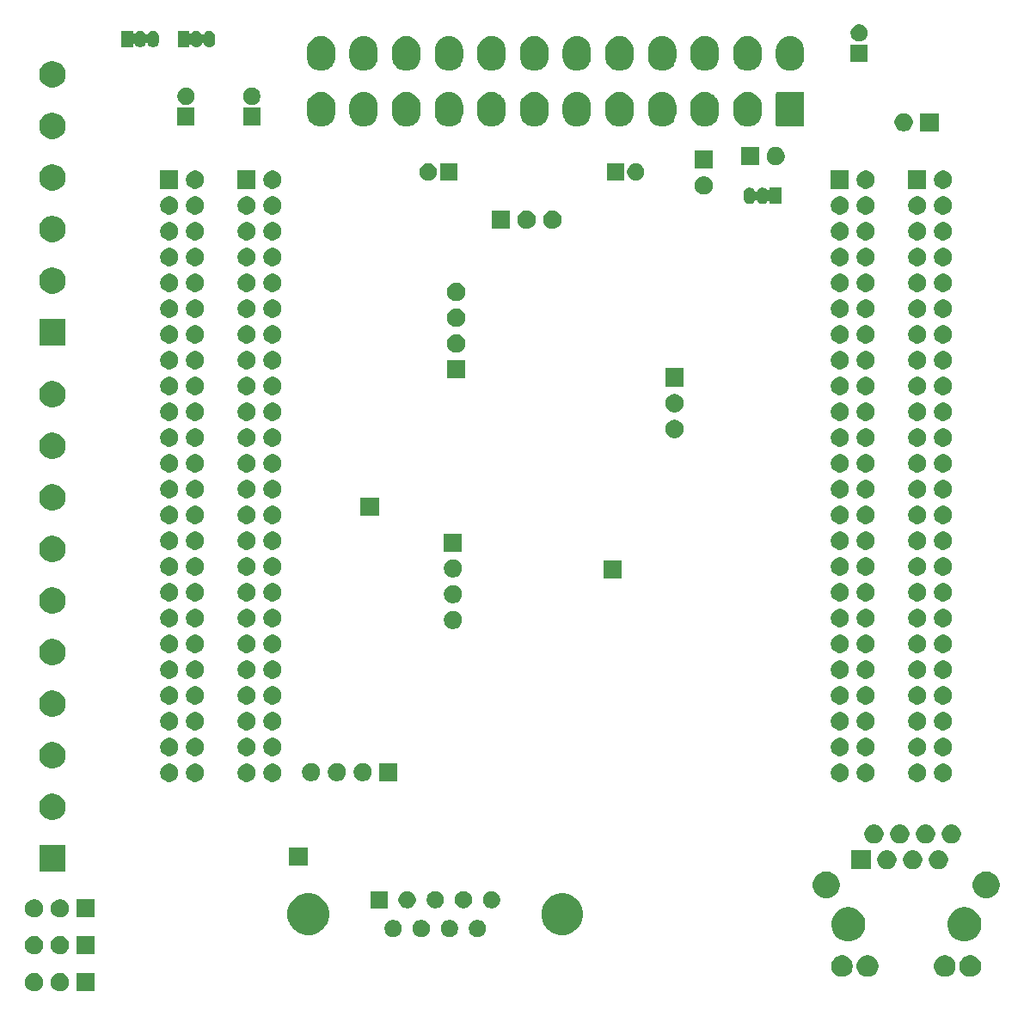
<source format=gbs>
G04 #@! TF.GenerationSoftware,KiCad,Pcbnew,5.1.5+dfsg1-2build2*
G04 #@! TF.CreationDate,2022-01-22T21:41:21+01:00*
G04 #@! TF.ProjectId,lightcontroll,6c696768-7463-46f6-9e74-726f6c6c2e6b,rev?*
G04 #@! TF.SameCoordinates,Original*
G04 #@! TF.FileFunction,Soldermask,Bot*
G04 #@! TF.FilePolarity,Negative*
%FSLAX46Y46*%
G04 Gerber Fmt 4.6, Leading zero omitted, Abs format (unit mm)*
G04 Created by KiCad (PCBNEW 5.1.5+dfsg1-2build2) date 2022-01-22 21:41:21*
%MOMM*%
%LPD*%
G04 APERTURE LIST*
%ADD10C,0.100000*%
G04 APERTURE END LIST*
D10*
G36*
X21119400Y-110171800D02*
G01*
X19317400Y-110171800D01*
X19317400Y-108369800D01*
X21119400Y-108369800D01*
X21119400Y-110171800D01*
G37*
G36*
X15251912Y-108374727D02*
G01*
X15401212Y-108404424D01*
X15565184Y-108472344D01*
X15712754Y-108570947D01*
X15838253Y-108696446D01*
X15936856Y-108844016D01*
X16004776Y-109007988D01*
X16039400Y-109182059D01*
X16039400Y-109359541D01*
X16004776Y-109533612D01*
X15936856Y-109697584D01*
X15838253Y-109845154D01*
X15712754Y-109970653D01*
X15565184Y-110069256D01*
X15401212Y-110137176D01*
X15251912Y-110166873D01*
X15227142Y-110171800D01*
X15049658Y-110171800D01*
X15024888Y-110166873D01*
X14875588Y-110137176D01*
X14711616Y-110069256D01*
X14564046Y-109970653D01*
X14438547Y-109845154D01*
X14339944Y-109697584D01*
X14272024Y-109533612D01*
X14237400Y-109359541D01*
X14237400Y-109182059D01*
X14272024Y-109007988D01*
X14339944Y-108844016D01*
X14438547Y-108696446D01*
X14564046Y-108570947D01*
X14711616Y-108472344D01*
X14875588Y-108404424D01*
X15024888Y-108374727D01*
X15049658Y-108369800D01*
X15227142Y-108369800D01*
X15251912Y-108374727D01*
G37*
G36*
X17791912Y-108374727D02*
G01*
X17941212Y-108404424D01*
X18105184Y-108472344D01*
X18252754Y-108570947D01*
X18378253Y-108696446D01*
X18476856Y-108844016D01*
X18544776Y-109007988D01*
X18579400Y-109182059D01*
X18579400Y-109359541D01*
X18544776Y-109533612D01*
X18476856Y-109697584D01*
X18378253Y-109845154D01*
X18252754Y-109970653D01*
X18105184Y-110069256D01*
X17941212Y-110137176D01*
X17791912Y-110166873D01*
X17767142Y-110171800D01*
X17589658Y-110171800D01*
X17564888Y-110166873D01*
X17415588Y-110137176D01*
X17251616Y-110069256D01*
X17104046Y-109970653D01*
X16978547Y-109845154D01*
X16879944Y-109697584D01*
X16812024Y-109533612D01*
X16777400Y-109359541D01*
X16777400Y-109182059D01*
X16812024Y-109007988D01*
X16879944Y-108844016D01*
X16978547Y-108696446D01*
X17104046Y-108570947D01*
X17251616Y-108472344D01*
X17415588Y-108404424D01*
X17564888Y-108374727D01*
X17589658Y-108369800D01*
X17767142Y-108369800D01*
X17791912Y-108374727D01*
G37*
G36*
X95015131Y-106657303D02*
G01*
X95209312Y-106737736D01*
X95209314Y-106737737D01*
X95384073Y-106854507D01*
X95532693Y-107003127D01*
X95649463Y-107177886D01*
X95649464Y-107177888D01*
X95729897Y-107372069D01*
X95770900Y-107578208D01*
X95770900Y-107788392D01*
X95729897Y-107994531D01*
X95649464Y-108188712D01*
X95649463Y-108188714D01*
X95532693Y-108363473D01*
X95384073Y-108512093D01*
X95209314Y-108628863D01*
X95209313Y-108628864D01*
X95209312Y-108628864D01*
X95015131Y-108709297D01*
X94808992Y-108750300D01*
X94598808Y-108750300D01*
X94392669Y-108709297D01*
X94198488Y-108628864D01*
X94198487Y-108628864D01*
X94198486Y-108628863D01*
X94023727Y-108512093D01*
X93875107Y-108363473D01*
X93758337Y-108188714D01*
X93758336Y-108188712D01*
X93677903Y-107994531D01*
X93636900Y-107788392D01*
X93636900Y-107578208D01*
X93677903Y-107372069D01*
X93758336Y-107177888D01*
X93758337Y-107177886D01*
X93875107Y-107003127D01*
X94023727Y-106854507D01*
X94198486Y-106737737D01*
X94198488Y-106737736D01*
X94392669Y-106657303D01*
X94598808Y-106616300D01*
X94808992Y-106616300D01*
X95015131Y-106657303D01*
G37*
G36*
X105124331Y-106657303D02*
G01*
X105318512Y-106737736D01*
X105318514Y-106737737D01*
X105493273Y-106854507D01*
X105641893Y-107003127D01*
X105758663Y-107177886D01*
X105758664Y-107177888D01*
X105839097Y-107372069D01*
X105880100Y-107578208D01*
X105880100Y-107788392D01*
X105839097Y-107994531D01*
X105758664Y-108188712D01*
X105758663Y-108188714D01*
X105641893Y-108363473D01*
X105493273Y-108512093D01*
X105318514Y-108628863D01*
X105318513Y-108628864D01*
X105318512Y-108628864D01*
X105124331Y-108709297D01*
X104918192Y-108750300D01*
X104708008Y-108750300D01*
X104501869Y-108709297D01*
X104307688Y-108628864D01*
X104307687Y-108628864D01*
X104307686Y-108628863D01*
X104132927Y-108512093D01*
X103984307Y-108363473D01*
X103867537Y-108188714D01*
X103867536Y-108188712D01*
X103787103Y-107994531D01*
X103746100Y-107788392D01*
X103746100Y-107578208D01*
X103787103Y-107372069D01*
X103867536Y-107177888D01*
X103867537Y-107177886D01*
X103984307Y-107003127D01*
X104132927Y-106854507D01*
X104307686Y-106737737D01*
X104307688Y-106737736D01*
X104501869Y-106657303D01*
X104708008Y-106616300D01*
X104918192Y-106616300D01*
X105124331Y-106657303D01*
G37*
G36*
X107638931Y-106657303D02*
G01*
X107833112Y-106737736D01*
X107833114Y-106737737D01*
X108007873Y-106854507D01*
X108156493Y-107003127D01*
X108273263Y-107177886D01*
X108273264Y-107177888D01*
X108353697Y-107372069D01*
X108394700Y-107578208D01*
X108394700Y-107788392D01*
X108353697Y-107994531D01*
X108273264Y-108188712D01*
X108273263Y-108188714D01*
X108156493Y-108363473D01*
X108007873Y-108512093D01*
X107833114Y-108628863D01*
X107833113Y-108628864D01*
X107833112Y-108628864D01*
X107638931Y-108709297D01*
X107432792Y-108750300D01*
X107222608Y-108750300D01*
X107016469Y-108709297D01*
X106822288Y-108628864D01*
X106822287Y-108628864D01*
X106822286Y-108628863D01*
X106647527Y-108512093D01*
X106498907Y-108363473D01*
X106382137Y-108188714D01*
X106382136Y-108188712D01*
X106301703Y-107994531D01*
X106260700Y-107788392D01*
X106260700Y-107578208D01*
X106301703Y-107372069D01*
X106382136Y-107177888D01*
X106382137Y-107177886D01*
X106498907Y-107003127D01*
X106647527Y-106854507D01*
X106822286Y-106737737D01*
X106822288Y-106737736D01*
X107016469Y-106657303D01*
X107222608Y-106616300D01*
X107432792Y-106616300D01*
X107638931Y-106657303D01*
G37*
G36*
X97529731Y-106657303D02*
G01*
X97723912Y-106737736D01*
X97723914Y-106737737D01*
X97898673Y-106854507D01*
X98047293Y-107003127D01*
X98164063Y-107177886D01*
X98164064Y-107177888D01*
X98244497Y-107372069D01*
X98285500Y-107578208D01*
X98285500Y-107788392D01*
X98244497Y-107994531D01*
X98164064Y-108188712D01*
X98164063Y-108188714D01*
X98047293Y-108363473D01*
X97898673Y-108512093D01*
X97723914Y-108628863D01*
X97723913Y-108628864D01*
X97723912Y-108628864D01*
X97529731Y-108709297D01*
X97323592Y-108750300D01*
X97113408Y-108750300D01*
X96907269Y-108709297D01*
X96713088Y-108628864D01*
X96713087Y-108628864D01*
X96713086Y-108628863D01*
X96538327Y-108512093D01*
X96389707Y-108363473D01*
X96272937Y-108188714D01*
X96272936Y-108188712D01*
X96192503Y-107994531D01*
X96151500Y-107788392D01*
X96151500Y-107578208D01*
X96192503Y-107372069D01*
X96272936Y-107177888D01*
X96272937Y-107177886D01*
X96389707Y-107003127D01*
X96538327Y-106854507D01*
X96713086Y-106737737D01*
X96713088Y-106737736D01*
X96907269Y-106657303D01*
X97113408Y-106616300D01*
X97323592Y-106616300D01*
X97529731Y-106657303D01*
G37*
G36*
X21119400Y-106514200D02*
G01*
X19317400Y-106514200D01*
X19317400Y-104712200D01*
X21119400Y-104712200D01*
X21119400Y-106514200D01*
G37*
G36*
X17791912Y-104717127D02*
G01*
X17941212Y-104746824D01*
X18105184Y-104814744D01*
X18252754Y-104913347D01*
X18378253Y-105038846D01*
X18476856Y-105186416D01*
X18544776Y-105350388D01*
X18579400Y-105524459D01*
X18579400Y-105701941D01*
X18544776Y-105876012D01*
X18476856Y-106039984D01*
X18378253Y-106187554D01*
X18252754Y-106313053D01*
X18105184Y-106411656D01*
X17941212Y-106479576D01*
X17791912Y-106509273D01*
X17767142Y-106514200D01*
X17589658Y-106514200D01*
X17564888Y-106509273D01*
X17415588Y-106479576D01*
X17251616Y-106411656D01*
X17104046Y-106313053D01*
X16978547Y-106187554D01*
X16879944Y-106039984D01*
X16812024Y-105876012D01*
X16777400Y-105701941D01*
X16777400Y-105524459D01*
X16812024Y-105350388D01*
X16879944Y-105186416D01*
X16978547Y-105038846D01*
X17104046Y-104913347D01*
X17251616Y-104814744D01*
X17415588Y-104746824D01*
X17564888Y-104717127D01*
X17589658Y-104712200D01*
X17767142Y-104712200D01*
X17791912Y-104717127D01*
G37*
G36*
X15251912Y-104717127D02*
G01*
X15401212Y-104746824D01*
X15565184Y-104814744D01*
X15712754Y-104913347D01*
X15838253Y-105038846D01*
X15936856Y-105186416D01*
X16004776Y-105350388D01*
X16039400Y-105524459D01*
X16039400Y-105701941D01*
X16004776Y-105876012D01*
X15936856Y-106039984D01*
X15838253Y-106187554D01*
X15712754Y-106313053D01*
X15565184Y-106411656D01*
X15401212Y-106479576D01*
X15251912Y-106509273D01*
X15227142Y-106514200D01*
X15049658Y-106514200D01*
X15024888Y-106509273D01*
X14875588Y-106479576D01*
X14711616Y-106411656D01*
X14564046Y-106313053D01*
X14438547Y-106187554D01*
X14339944Y-106039984D01*
X14272024Y-105876012D01*
X14237400Y-105701941D01*
X14237400Y-105524459D01*
X14272024Y-105350388D01*
X14339944Y-105186416D01*
X14438547Y-105038846D01*
X14564046Y-104913347D01*
X14711616Y-104814744D01*
X14875588Y-104746824D01*
X15024888Y-104717127D01*
X15049658Y-104712200D01*
X15227142Y-104712200D01*
X15251912Y-104717127D01*
G37*
G36*
X95608125Y-101917658D02*
G01*
X95802546Y-101956331D01*
X96107668Y-102082717D01*
X96382270Y-102266200D01*
X96615800Y-102499730D01*
X96669938Y-102580754D01*
X96799284Y-102774334D01*
X96836301Y-102863701D01*
X96925669Y-103079454D01*
X96990100Y-103403369D01*
X96990100Y-103733631D01*
X96925669Y-104057546D01*
X96799283Y-104362668D01*
X96615800Y-104637270D01*
X96382270Y-104870800D01*
X96107668Y-105054283D01*
X95802546Y-105180669D01*
X95640589Y-105212884D01*
X95478632Y-105245100D01*
X95148368Y-105245100D01*
X94986411Y-105212884D01*
X94824454Y-105180669D01*
X94519332Y-105054283D01*
X94244730Y-104870800D01*
X94011200Y-104637270D01*
X93827717Y-104362668D01*
X93701331Y-104057546D01*
X93636900Y-103733631D01*
X93636900Y-103403369D01*
X93701331Y-103079454D01*
X93790699Y-102863701D01*
X93827716Y-102774334D01*
X93957062Y-102580754D01*
X94011200Y-102499730D01*
X94244730Y-102266200D01*
X94519332Y-102082717D01*
X94824454Y-101956331D01*
X95018875Y-101917658D01*
X95148368Y-101891900D01*
X95478632Y-101891900D01*
X95608125Y-101917658D01*
G37*
G36*
X107038125Y-101917658D02*
G01*
X107232546Y-101956331D01*
X107537668Y-102082717D01*
X107812270Y-102266200D01*
X108045800Y-102499730D01*
X108099938Y-102580754D01*
X108229284Y-102774334D01*
X108266301Y-102863701D01*
X108355669Y-103079454D01*
X108420100Y-103403369D01*
X108420100Y-103733631D01*
X108355669Y-104057546D01*
X108229283Y-104362668D01*
X108045800Y-104637270D01*
X107812270Y-104870800D01*
X107537668Y-105054283D01*
X107232546Y-105180669D01*
X107070589Y-105212884D01*
X106908632Y-105245100D01*
X106578368Y-105245100D01*
X106416411Y-105212884D01*
X106254454Y-105180669D01*
X105949332Y-105054283D01*
X105674730Y-104870800D01*
X105441200Y-104637270D01*
X105257717Y-104362668D01*
X105131331Y-104057546D01*
X105066900Y-103733631D01*
X105066900Y-103403369D01*
X105131331Y-103079454D01*
X105220699Y-102863701D01*
X105257716Y-102774334D01*
X105387062Y-102580754D01*
X105441200Y-102499730D01*
X105674730Y-102266200D01*
X105949332Y-102082717D01*
X106254454Y-101956331D01*
X106448875Y-101917658D01*
X106578368Y-101891900D01*
X106908632Y-101891900D01*
X107038125Y-101917658D01*
G37*
G36*
X56280628Y-103169303D02*
G01*
X56435500Y-103233453D01*
X56574881Y-103326585D01*
X56693415Y-103445119D01*
X56786547Y-103584500D01*
X56850697Y-103739372D01*
X56883400Y-103903784D01*
X56883400Y-104071416D01*
X56850697Y-104235828D01*
X56786547Y-104390700D01*
X56693415Y-104530081D01*
X56574881Y-104648615D01*
X56435500Y-104741747D01*
X56280628Y-104805897D01*
X56116216Y-104838600D01*
X55948584Y-104838600D01*
X55784172Y-104805897D01*
X55629300Y-104741747D01*
X55489919Y-104648615D01*
X55371385Y-104530081D01*
X55278253Y-104390700D01*
X55214103Y-104235828D01*
X55181400Y-104071416D01*
X55181400Y-103903784D01*
X55214103Y-103739372D01*
X55278253Y-103584500D01*
X55371385Y-103445119D01*
X55489919Y-103326585D01*
X55629300Y-103233453D01*
X55784172Y-103169303D01*
X55948584Y-103136600D01*
X56116216Y-103136600D01*
X56280628Y-103169303D01*
G37*
G36*
X59050628Y-103169303D02*
G01*
X59205500Y-103233453D01*
X59344881Y-103326585D01*
X59463415Y-103445119D01*
X59556547Y-103584500D01*
X59620697Y-103739372D01*
X59653400Y-103903784D01*
X59653400Y-104071416D01*
X59620697Y-104235828D01*
X59556547Y-104390700D01*
X59463415Y-104530081D01*
X59344881Y-104648615D01*
X59205500Y-104741747D01*
X59050628Y-104805897D01*
X58886216Y-104838600D01*
X58718584Y-104838600D01*
X58554172Y-104805897D01*
X58399300Y-104741747D01*
X58259919Y-104648615D01*
X58141385Y-104530081D01*
X58048253Y-104390700D01*
X57984103Y-104235828D01*
X57951400Y-104071416D01*
X57951400Y-103903784D01*
X57984103Y-103739372D01*
X58048253Y-103584500D01*
X58141385Y-103445119D01*
X58259919Y-103326585D01*
X58399300Y-103233453D01*
X58554172Y-103169303D01*
X58718584Y-103136600D01*
X58886216Y-103136600D01*
X59050628Y-103169303D01*
G37*
G36*
X53510628Y-103169303D02*
G01*
X53665500Y-103233453D01*
X53804881Y-103326585D01*
X53923415Y-103445119D01*
X54016547Y-103584500D01*
X54080697Y-103739372D01*
X54113400Y-103903784D01*
X54113400Y-104071416D01*
X54080697Y-104235828D01*
X54016547Y-104390700D01*
X53923415Y-104530081D01*
X53804881Y-104648615D01*
X53665500Y-104741747D01*
X53510628Y-104805897D01*
X53346216Y-104838600D01*
X53178584Y-104838600D01*
X53014172Y-104805897D01*
X52859300Y-104741747D01*
X52719919Y-104648615D01*
X52601385Y-104530081D01*
X52508253Y-104390700D01*
X52444103Y-104235828D01*
X52411400Y-104071416D01*
X52411400Y-103903784D01*
X52444103Y-103739372D01*
X52508253Y-103584500D01*
X52601385Y-103445119D01*
X52719919Y-103326585D01*
X52859300Y-103233453D01*
X53014172Y-103169303D01*
X53178584Y-103136600D01*
X53346216Y-103136600D01*
X53510628Y-103169303D01*
G37*
G36*
X50740628Y-103169303D02*
G01*
X50895500Y-103233453D01*
X51034881Y-103326585D01*
X51153415Y-103445119D01*
X51246547Y-103584500D01*
X51310697Y-103739372D01*
X51343400Y-103903784D01*
X51343400Y-104071416D01*
X51310697Y-104235828D01*
X51246547Y-104390700D01*
X51153415Y-104530081D01*
X51034881Y-104648615D01*
X50895500Y-104741747D01*
X50740628Y-104805897D01*
X50576216Y-104838600D01*
X50408584Y-104838600D01*
X50244172Y-104805897D01*
X50089300Y-104741747D01*
X49949919Y-104648615D01*
X49831385Y-104530081D01*
X49738253Y-104390700D01*
X49674103Y-104235828D01*
X49641400Y-104071416D01*
X49641400Y-103903784D01*
X49674103Y-103739372D01*
X49738253Y-103584500D01*
X49831385Y-103445119D01*
X49949919Y-103326585D01*
X50089300Y-103233453D01*
X50244172Y-103169303D01*
X50408584Y-103136600D01*
X50576216Y-103136600D01*
X50740628Y-103169303D01*
G37*
G36*
X42745654Y-100595418D02*
G01*
X43105570Y-100744500D01*
X43118913Y-100750027D01*
X43454836Y-100974484D01*
X43740516Y-101260164D01*
X43953969Y-101579618D01*
X43964974Y-101596089D01*
X44119582Y-101969346D01*
X44198400Y-102365593D01*
X44198400Y-102769607D01*
X44119582Y-103165854D01*
X44003906Y-103445120D01*
X43964973Y-103539113D01*
X43740516Y-103875036D01*
X43454836Y-104160716D01*
X43118913Y-104385173D01*
X43118912Y-104385174D01*
X43118911Y-104385174D01*
X42745654Y-104539782D01*
X42349407Y-104618600D01*
X41945393Y-104618600D01*
X41549146Y-104539782D01*
X41175889Y-104385174D01*
X41175888Y-104385174D01*
X41175887Y-104385173D01*
X40839964Y-104160716D01*
X40554284Y-103875036D01*
X40329827Y-103539113D01*
X40290894Y-103445120D01*
X40175218Y-103165854D01*
X40096400Y-102769607D01*
X40096400Y-102365593D01*
X40175218Y-101969346D01*
X40329826Y-101596089D01*
X40340832Y-101579618D01*
X40554284Y-101260164D01*
X40839964Y-100974484D01*
X41175887Y-100750027D01*
X41189230Y-100744500D01*
X41549146Y-100595418D01*
X41945393Y-100516600D01*
X42349407Y-100516600D01*
X42745654Y-100595418D01*
G37*
G36*
X67745654Y-100595418D02*
G01*
X68105570Y-100744500D01*
X68118913Y-100750027D01*
X68454836Y-100974484D01*
X68740516Y-101260164D01*
X68953969Y-101579618D01*
X68964974Y-101596089D01*
X69119582Y-101969346D01*
X69198400Y-102365593D01*
X69198400Y-102769607D01*
X69119582Y-103165854D01*
X69003906Y-103445120D01*
X68964973Y-103539113D01*
X68740516Y-103875036D01*
X68454836Y-104160716D01*
X68118913Y-104385173D01*
X68118912Y-104385174D01*
X68118911Y-104385174D01*
X67745654Y-104539782D01*
X67349407Y-104618600D01*
X66945393Y-104618600D01*
X66549146Y-104539782D01*
X66175889Y-104385174D01*
X66175888Y-104385174D01*
X66175887Y-104385173D01*
X65839964Y-104160716D01*
X65554284Y-103875036D01*
X65329827Y-103539113D01*
X65290894Y-103445120D01*
X65175218Y-103165854D01*
X65096400Y-102769607D01*
X65096400Y-102365593D01*
X65175218Y-101969346D01*
X65329826Y-101596089D01*
X65340832Y-101579618D01*
X65554284Y-101260164D01*
X65839964Y-100974484D01*
X66175887Y-100750027D01*
X66189230Y-100744500D01*
X66549146Y-100595418D01*
X66945393Y-100516600D01*
X67349407Y-100516600D01*
X67745654Y-100595418D01*
G37*
G36*
X15251912Y-101110327D02*
G01*
X15401212Y-101140024D01*
X15565184Y-101207944D01*
X15712754Y-101306547D01*
X15838253Y-101432046D01*
X15936856Y-101579616D01*
X16004776Y-101743588D01*
X16039400Y-101917659D01*
X16039400Y-102095141D01*
X16004776Y-102269212D01*
X15936856Y-102433184D01*
X15838253Y-102580754D01*
X15712754Y-102706253D01*
X15565184Y-102804856D01*
X15401212Y-102872776D01*
X15251912Y-102902473D01*
X15227142Y-102907400D01*
X15049658Y-102907400D01*
X15024888Y-102902473D01*
X14875588Y-102872776D01*
X14711616Y-102804856D01*
X14564046Y-102706253D01*
X14438547Y-102580754D01*
X14339944Y-102433184D01*
X14272024Y-102269212D01*
X14237400Y-102095141D01*
X14237400Y-101917659D01*
X14272024Y-101743588D01*
X14339944Y-101579616D01*
X14438547Y-101432046D01*
X14564046Y-101306547D01*
X14711616Y-101207944D01*
X14875588Y-101140024D01*
X15024888Y-101110327D01*
X15049658Y-101105400D01*
X15227142Y-101105400D01*
X15251912Y-101110327D01*
G37*
G36*
X21119400Y-102907400D02*
G01*
X19317400Y-102907400D01*
X19317400Y-101105400D01*
X21119400Y-101105400D01*
X21119400Y-102907400D01*
G37*
G36*
X17791912Y-101110327D02*
G01*
X17941212Y-101140024D01*
X18105184Y-101207944D01*
X18252754Y-101306547D01*
X18378253Y-101432046D01*
X18476856Y-101579616D01*
X18544776Y-101743588D01*
X18579400Y-101917659D01*
X18579400Y-102095141D01*
X18544776Y-102269212D01*
X18476856Y-102433184D01*
X18378253Y-102580754D01*
X18252754Y-102706253D01*
X18105184Y-102804856D01*
X17941212Y-102872776D01*
X17791912Y-102902473D01*
X17767142Y-102907400D01*
X17589658Y-102907400D01*
X17564888Y-102902473D01*
X17415588Y-102872776D01*
X17251616Y-102804856D01*
X17104046Y-102706253D01*
X16978547Y-102580754D01*
X16879944Y-102433184D01*
X16812024Y-102269212D01*
X16777400Y-102095141D01*
X16777400Y-101917659D01*
X16812024Y-101743588D01*
X16879944Y-101579616D01*
X16978547Y-101432046D01*
X17104046Y-101306547D01*
X17251616Y-101207944D01*
X17415588Y-101140024D01*
X17564888Y-101110327D01*
X17589658Y-101105400D01*
X17767142Y-101105400D01*
X17791912Y-101110327D01*
G37*
G36*
X52125628Y-100329303D02*
G01*
X52280500Y-100393453D01*
X52419881Y-100486585D01*
X52538415Y-100605119D01*
X52631547Y-100744500D01*
X52695697Y-100899372D01*
X52728400Y-101063784D01*
X52728400Y-101231416D01*
X52695697Y-101395828D01*
X52631547Y-101550700D01*
X52538415Y-101690081D01*
X52419881Y-101808615D01*
X52280500Y-101901747D01*
X52125628Y-101965897D01*
X51961216Y-101998600D01*
X51793584Y-101998600D01*
X51629172Y-101965897D01*
X51474300Y-101901747D01*
X51334919Y-101808615D01*
X51216385Y-101690081D01*
X51123253Y-101550700D01*
X51059103Y-101395828D01*
X51026400Y-101231416D01*
X51026400Y-101063784D01*
X51059103Y-100899372D01*
X51123253Y-100744500D01*
X51216385Y-100605119D01*
X51334919Y-100486585D01*
X51474300Y-100393453D01*
X51629172Y-100329303D01*
X51793584Y-100296600D01*
X51961216Y-100296600D01*
X52125628Y-100329303D01*
G37*
G36*
X60435628Y-100329303D02*
G01*
X60590500Y-100393453D01*
X60729881Y-100486585D01*
X60848415Y-100605119D01*
X60941547Y-100744500D01*
X61005697Y-100899372D01*
X61038400Y-101063784D01*
X61038400Y-101231416D01*
X61005697Y-101395828D01*
X60941547Y-101550700D01*
X60848415Y-101690081D01*
X60729881Y-101808615D01*
X60590500Y-101901747D01*
X60435628Y-101965897D01*
X60271216Y-101998600D01*
X60103584Y-101998600D01*
X59939172Y-101965897D01*
X59784300Y-101901747D01*
X59644919Y-101808615D01*
X59526385Y-101690081D01*
X59433253Y-101550700D01*
X59369103Y-101395828D01*
X59336400Y-101231416D01*
X59336400Y-101063784D01*
X59369103Y-100899372D01*
X59433253Y-100744500D01*
X59526385Y-100605119D01*
X59644919Y-100486585D01*
X59784300Y-100393453D01*
X59939172Y-100329303D01*
X60103584Y-100296600D01*
X60271216Y-100296600D01*
X60435628Y-100329303D01*
G37*
G36*
X57665628Y-100329303D02*
G01*
X57820500Y-100393453D01*
X57959881Y-100486585D01*
X58078415Y-100605119D01*
X58171547Y-100744500D01*
X58235697Y-100899372D01*
X58268400Y-101063784D01*
X58268400Y-101231416D01*
X58235697Y-101395828D01*
X58171547Y-101550700D01*
X58078415Y-101690081D01*
X57959881Y-101808615D01*
X57820500Y-101901747D01*
X57665628Y-101965897D01*
X57501216Y-101998600D01*
X57333584Y-101998600D01*
X57169172Y-101965897D01*
X57014300Y-101901747D01*
X56874919Y-101808615D01*
X56756385Y-101690081D01*
X56663253Y-101550700D01*
X56599103Y-101395828D01*
X56566400Y-101231416D01*
X56566400Y-101063784D01*
X56599103Y-100899372D01*
X56663253Y-100744500D01*
X56756385Y-100605119D01*
X56874919Y-100486585D01*
X57014300Y-100393453D01*
X57169172Y-100329303D01*
X57333584Y-100296600D01*
X57501216Y-100296600D01*
X57665628Y-100329303D01*
G37*
G36*
X49958400Y-101998600D02*
G01*
X48256400Y-101998600D01*
X48256400Y-100296600D01*
X49958400Y-100296600D01*
X49958400Y-101998600D01*
G37*
G36*
X54895628Y-100329303D02*
G01*
X55050500Y-100393453D01*
X55189881Y-100486585D01*
X55308415Y-100605119D01*
X55401547Y-100744500D01*
X55465697Y-100899372D01*
X55498400Y-101063784D01*
X55498400Y-101231416D01*
X55465697Y-101395828D01*
X55401547Y-101550700D01*
X55308415Y-101690081D01*
X55189881Y-101808615D01*
X55050500Y-101901747D01*
X54895628Y-101965897D01*
X54731216Y-101998600D01*
X54563584Y-101998600D01*
X54399172Y-101965897D01*
X54244300Y-101901747D01*
X54104919Y-101808615D01*
X53986385Y-101690081D01*
X53893253Y-101550700D01*
X53829103Y-101395828D01*
X53796400Y-101231416D01*
X53796400Y-101063784D01*
X53829103Y-100899372D01*
X53893253Y-100744500D01*
X53986385Y-100605119D01*
X54104919Y-100486585D01*
X54244300Y-100393453D01*
X54399172Y-100329303D01*
X54563584Y-100296600D01*
X54731216Y-100296600D01*
X54895628Y-100329303D01*
G37*
G36*
X93377614Y-98379800D02*
G01*
X93539822Y-98412065D01*
X93680648Y-98470397D01*
X93780227Y-98511644D01*
X93780228Y-98511645D01*
X93996589Y-98656212D01*
X94180588Y-98840211D01*
X94277185Y-98984779D01*
X94325156Y-99056573D01*
X94366403Y-99156152D01*
X94424735Y-99296978D01*
X94475500Y-99552193D01*
X94475500Y-99812407D01*
X94424735Y-100067622D01*
X94366403Y-100208448D01*
X94325156Y-100308027D01*
X94325155Y-100308028D01*
X94180588Y-100524389D01*
X93996589Y-100708388D01*
X93934271Y-100750027D01*
X93780227Y-100852956D01*
X93680648Y-100894203D01*
X93539822Y-100952535D01*
X93429476Y-100974484D01*
X93284609Y-101003300D01*
X93024391Y-101003300D01*
X92879524Y-100974484D01*
X92769178Y-100952535D01*
X92628352Y-100894203D01*
X92528773Y-100852956D01*
X92374729Y-100750027D01*
X92312411Y-100708388D01*
X92128412Y-100524389D01*
X91983845Y-100308028D01*
X91983844Y-100308027D01*
X91942597Y-100208448D01*
X91884265Y-100067622D01*
X91833500Y-99812407D01*
X91833500Y-99552193D01*
X91884265Y-99296978D01*
X91942597Y-99156152D01*
X91983844Y-99056573D01*
X92031815Y-98984779D01*
X92128412Y-98840211D01*
X92312411Y-98656212D01*
X92528772Y-98511645D01*
X92528773Y-98511644D01*
X92628352Y-98470397D01*
X92769178Y-98412065D01*
X92931386Y-98379800D01*
X93024391Y-98361300D01*
X93284609Y-98361300D01*
X93377614Y-98379800D01*
G37*
G36*
X109125614Y-98379800D02*
G01*
X109287822Y-98412065D01*
X109428648Y-98470397D01*
X109528227Y-98511644D01*
X109528228Y-98511645D01*
X109744589Y-98656212D01*
X109928588Y-98840211D01*
X110025185Y-98984779D01*
X110073156Y-99056573D01*
X110114403Y-99156152D01*
X110172735Y-99296978D01*
X110223500Y-99552193D01*
X110223500Y-99812407D01*
X110172735Y-100067622D01*
X110114403Y-100208448D01*
X110073156Y-100308027D01*
X110073155Y-100308028D01*
X109928588Y-100524389D01*
X109744589Y-100708388D01*
X109682271Y-100750027D01*
X109528227Y-100852956D01*
X109428648Y-100894203D01*
X109287822Y-100952535D01*
X109177476Y-100974484D01*
X109032609Y-101003300D01*
X108772391Y-101003300D01*
X108627524Y-100974484D01*
X108517178Y-100952535D01*
X108376352Y-100894203D01*
X108276773Y-100852956D01*
X108122729Y-100750027D01*
X108060411Y-100708388D01*
X107876412Y-100524389D01*
X107731845Y-100308028D01*
X107731844Y-100308027D01*
X107690597Y-100208448D01*
X107632265Y-100067622D01*
X107581500Y-99812407D01*
X107581500Y-99552193D01*
X107632265Y-99296978D01*
X107690597Y-99156152D01*
X107731844Y-99056573D01*
X107779815Y-98984779D01*
X107876412Y-98840211D01*
X108060411Y-98656212D01*
X108276772Y-98511645D01*
X108276773Y-98511644D01*
X108376352Y-98470397D01*
X108517178Y-98412065D01*
X108679386Y-98379800D01*
X108772391Y-98361300D01*
X109032609Y-98361300D01*
X109125614Y-98379800D01*
G37*
G36*
X18242800Y-98379800D02*
G01*
X15640800Y-98379800D01*
X15640800Y-95777800D01*
X18242800Y-95777800D01*
X18242800Y-98379800D01*
G37*
G36*
X104477687Y-96314623D02*
G01*
X104648755Y-96385482D01*
X104648757Y-96385483D01*
X104726258Y-96437268D01*
X104802714Y-96488354D01*
X104933646Y-96619286D01*
X105036518Y-96773245D01*
X105107377Y-96944313D01*
X105143500Y-97125917D01*
X105143500Y-97311083D01*
X105107377Y-97492687D01*
X105036518Y-97663755D01*
X105036517Y-97663757D01*
X104933645Y-97817715D01*
X104802715Y-97948645D01*
X104648757Y-98051517D01*
X104648756Y-98051518D01*
X104648755Y-98051518D01*
X104477687Y-98122377D01*
X104296083Y-98158500D01*
X104110917Y-98158500D01*
X103929313Y-98122377D01*
X103758245Y-98051518D01*
X103758244Y-98051518D01*
X103758243Y-98051517D01*
X103604285Y-97948645D01*
X103473355Y-97817715D01*
X103370483Y-97663757D01*
X103370482Y-97663755D01*
X103299623Y-97492687D01*
X103263500Y-97311083D01*
X103263500Y-97125917D01*
X103299623Y-96944313D01*
X103370482Y-96773245D01*
X103473354Y-96619286D01*
X103604286Y-96488354D01*
X103680742Y-96437268D01*
X103758243Y-96385483D01*
X103758245Y-96385482D01*
X103929313Y-96314623D01*
X104110917Y-96278500D01*
X104296083Y-96278500D01*
X104477687Y-96314623D01*
G37*
G36*
X101937687Y-96314623D02*
G01*
X102108755Y-96385482D01*
X102108757Y-96385483D01*
X102186258Y-96437268D01*
X102262714Y-96488354D01*
X102393646Y-96619286D01*
X102496518Y-96773245D01*
X102567377Y-96944313D01*
X102603500Y-97125917D01*
X102603500Y-97311083D01*
X102567377Y-97492687D01*
X102496518Y-97663755D01*
X102496517Y-97663757D01*
X102393645Y-97817715D01*
X102262715Y-97948645D01*
X102108757Y-98051517D01*
X102108756Y-98051518D01*
X102108755Y-98051518D01*
X101937687Y-98122377D01*
X101756083Y-98158500D01*
X101570917Y-98158500D01*
X101389313Y-98122377D01*
X101218245Y-98051518D01*
X101218244Y-98051518D01*
X101218243Y-98051517D01*
X101064285Y-97948645D01*
X100933355Y-97817715D01*
X100830483Y-97663757D01*
X100830482Y-97663755D01*
X100759623Y-97492687D01*
X100723500Y-97311083D01*
X100723500Y-97125917D01*
X100759623Y-96944313D01*
X100830482Y-96773245D01*
X100933354Y-96619286D01*
X101064286Y-96488354D01*
X101140742Y-96437268D01*
X101218243Y-96385483D01*
X101218245Y-96385482D01*
X101389313Y-96314623D01*
X101570917Y-96278500D01*
X101756083Y-96278500D01*
X101937687Y-96314623D01*
G37*
G36*
X99397687Y-96314623D02*
G01*
X99568755Y-96385482D01*
X99568757Y-96385483D01*
X99646258Y-96437268D01*
X99722714Y-96488354D01*
X99853646Y-96619286D01*
X99956518Y-96773245D01*
X100027377Y-96944313D01*
X100063500Y-97125917D01*
X100063500Y-97311083D01*
X100027377Y-97492687D01*
X99956518Y-97663755D01*
X99956517Y-97663757D01*
X99853645Y-97817715D01*
X99722715Y-97948645D01*
X99568757Y-98051517D01*
X99568756Y-98051518D01*
X99568755Y-98051518D01*
X99397687Y-98122377D01*
X99216083Y-98158500D01*
X99030917Y-98158500D01*
X98849313Y-98122377D01*
X98678245Y-98051518D01*
X98678244Y-98051518D01*
X98678243Y-98051517D01*
X98524285Y-97948645D01*
X98393355Y-97817715D01*
X98290483Y-97663757D01*
X98290482Y-97663755D01*
X98219623Y-97492687D01*
X98183500Y-97311083D01*
X98183500Y-97125917D01*
X98219623Y-96944313D01*
X98290482Y-96773245D01*
X98393354Y-96619286D01*
X98524286Y-96488354D01*
X98600742Y-96437268D01*
X98678243Y-96385483D01*
X98678245Y-96385482D01*
X98849313Y-96314623D01*
X99030917Y-96278500D01*
X99216083Y-96278500D01*
X99397687Y-96314623D01*
G37*
G36*
X97523500Y-98158500D02*
G01*
X95643500Y-98158500D01*
X95643500Y-96278500D01*
X97523500Y-96278500D01*
X97523500Y-98158500D01*
G37*
G36*
X42074400Y-97776600D02*
G01*
X40272400Y-97776600D01*
X40272400Y-95974600D01*
X42074400Y-95974600D01*
X42074400Y-97776600D01*
G37*
G36*
X98127687Y-93774623D02*
G01*
X98298755Y-93845482D01*
X98298757Y-93845483D01*
X98376258Y-93897268D01*
X98452714Y-93948354D01*
X98583646Y-94079286D01*
X98686518Y-94233245D01*
X98757377Y-94404313D01*
X98793500Y-94585917D01*
X98793500Y-94771083D01*
X98757377Y-94952687D01*
X98686518Y-95123755D01*
X98686517Y-95123757D01*
X98583645Y-95277715D01*
X98452715Y-95408645D01*
X98298757Y-95511517D01*
X98298756Y-95511518D01*
X98298755Y-95511518D01*
X98127687Y-95582377D01*
X97946083Y-95618500D01*
X97760917Y-95618500D01*
X97579313Y-95582377D01*
X97408245Y-95511518D01*
X97408244Y-95511518D01*
X97408243Y-95511517D01*
X97254285Y-95408645D01*
X97123355Y-95277715D01*
X97020483Y-95123757D01*
X97020482Y-95123755D01*
X96949623Y-94952687D01*
X96913500Y-94771083D01*
X96913500Y-94585917D01*
X96949623Y-94404313D01*
X97020482Y-94233245D01*
X97123354Y-94079286D01*
X97254286Y-93948354D01*
X97330742Y-93897268D01*
X97408243Y-93845483D01*
X97408245Y-93845482D01*
X97579313Y-93774623D01*
X97760917Y-93738500D01*
X97946083Y-93738500D01*
X98127687Y-93774623D01*
G37*
G36*
X105747687Y-93774623D02*
G01*
X105918755Y-93845482D01*
X105918757Y-93845483D01*
X105996258Y-93897268D01*
X106072714Y-93948354D01*
X106203646Y-94079286D01*
X106306518Y-94233245D01*
X106377377Y-94404313D01*
X106413500Y-94585917D01*
X106413500Y-94771083D01*
X106377377Y-94952687D01*
X106306518Y-95123755D01*
X106306517Y-95123757D01*
X106203645Y-95277715D01*
X106072715Y-95408645D01*
X105918757Y-95511517D01*
X105918756Y-95511518D01*
X105918755Y-95511518D01*
X105747687Y-95582377D01*
X105566083Y-95618500D01*
X105380917Y-95618500D01*
X105199313Y-95582377D01*
X105028245Y-95511518D01*
X105028244Y-95511518D01*
X105028243Y-95511517D01*
X104874285Y-95408645D01*
X104743355Y-95277715D01*
X104640483Y-95123757D01*
X104640482Y-95123755D01*
X104569623Y-94952687D01*
X104533500Y-94771083D01*
X104533500Y-94585917D01*
X104569623Y-94404313D01*
X104640482Y-94233245D01*
X104743354Y-94079286D01*
X104874286Y-93948354D01*
X104950742Y-93897268D01*
X105028243Y-93845483D01*
X105028245Y-93845482D01*
X105199313Y-93774623D01*
X105380917Y-93738500D01*
X105566083Y-93738500D01*
X105747687Y-93774623D01*
G37*
G36*
X100667687Y-93774623D02*
G01*
X100838755Y-93845482D01*
X100838757Y-93845483D01*
X100916258Y-93897268D01*
X100992714Y-93948354D01*
X101123646Y-94079286D01*
X101226518Y-94233245D01*
X101297377Y-94404313D01*
X101333500Y-94585917D01*
X101333500Y-94771083D01*
X101297377Y-94952687D01*
X101226518Y-95123755D01*
X101226517Y-95123757D01*
X101123645Y-95277715D01*
X100992715Y-95408645D01*
X100838757Y-95511517D01*
X100838756Y-95511518D01*
X100838755Y-95511518D01*
X100667687Y-95582377D01*
X100486083Y-95618500D01*
X100300917Y-95618500D01*
X100119313Y-95582377D01*
X99948245Y-95511518D01*
X99948244Y-95511518D01*
X99948243Y-95511517D01*
X99794285Y-95408645D01*
X99663355Y-95277715D01*
X99560483Y-95123757D01*
X99560482Y-95123755D01*
X99489623Y-94952687D01*
X99453500Y-94771083D01*
X99453500Y-94585917D01*
X99489623Y-94404313D01*
X99560482Y-94233245D01*
X99663354Y-94079286D01*
X99794286Y-93948354D01*
X99870742Y-93897268D01*
X99948243Y-93845483D01*
X99948245Y-93845482D01*
X100119313Y-93774623D01*
X100300917Y-93738500D01*
X100486083Y-93738500D01*
X100667687Y-93774623D01*
G37*
G36*
X103207687Y-93774623D02*
G01*
X103378755Y-93845482D01*
X103378757Y-93845483D01*
X103456258Y-93897268D01*
X103532714Y-93948354D01*
X103663646Y-94079286D01*
X103766518Y-94233245D01*
X103837377Y-94404313D01*
X103873500Y-94585917D01*
X103873500Y-94771083D01*
X103837377Y-94952687D01*
X103766518Y-95123755D01*
X103766517Y-95123757D01*
X103663645Y-95277715D01*
X103532715Y-95408645D01*
X103378757Y-95511517D01*
X103378756Y-95511518D01*
X103378755Y-95511518D01*
X103207687Y-95582377D01*
X103026083Y-95618500D01*
X102840917Y-95618500D01*
X102659313Y-95582377D01*
X102488245Y-95511518D01*
X102488244Y-95511518D01*
X102488243Y-95511517D01*
X102334285Y-95408645D01*
X102203355Y-95277715D01*
X102100483Y-95123757D01*
X102100482Y-95123755D01*
X102029623Y-94952687D01*
X101993500Y-94771083D01*
X101993500Y-94585917D01*
X102029623Y-94404313D01*
X102100482Y-94233245D01*
X102203354Y-94079286D01*
X102334286Y-93948354D01*
X102410742Y-93897268D01*
X102488243Y-93845483D01*
X102488245Y-93845482D01*
X102659313Y-93774623D01*
X102840917Y-93738500D01*
X103026083Y-93738500D01*
X103207687Y-93774623D01*
G37*
G36*
X17321287Y-90747796D02*
G01*
X17558053Y-90845868D01*
X17558055Y-90845869D01*
X17771139Y-90988247D01*
X17952353Y-91169461D01*
X18094732Y-91382547D01*
X18192804Y-91619313D01*
X18242800Y-91870661D01*
X18242800Y-92126939D01*
X18192804Y-92378287D01*
X18094732Y-92615053D01*
X18094731Y-92615055D01*
X17952353Y-92828139D01*
X17771139Y-93009353D01*
X17558055Y-93151731D01*
X17558054Y-93151732D01*
X17558053Y-93151732D01*
X17321287Y-93249804D01*
X17069939Y-93299800D01*
X16813661Y-93299800D01*
X16562313Y-93249804D01*
X16325547Y-93151732D01*
X16325546Y-93151732D01*
X16325545Y-93151731D01*
X16112461Y-93009353D01*
X15931247Y-92828139D01*
X15788869Y-92615055D01*
X15788868Y-92615053D01*
X15690796Y-92378287D01*
X15640800Y-92126939D01*
X15640800Y-91870661D01*
X15690796Y-91619313D01*
X15788868Y-91382547D01*
X15931247Y-91169461D01*
X16112461Y-90988247D01*
X16325545Y-90845869D01*
X16325547Y-90845868D01*
X16562313Y-90747796D01*
X16813661Y-90697800D01*
X17069939Y-90697800D01*
X17321287Y-90747796D01*
G37*
G36*
X104761512Y-87749927D02*
G01*
X104910812Y-87779624D01*
X105074784Y-87847544D01*
X105222354Y-87946147D01*
X105347853Y-88071646D01*
X105446456Y-88219216D01*
X105514376Y-88383188D01*
X105549000Y-88557259D01*
X105549000Y-88734741D01*
X105514376Y-88908812D01*
X105446456Y-89072784D01*
X105347853Y-89220354D01*
X105222354Y-89345853D01*
X105074784Y-89444456D01*
X104910812Y-89512376D01*
X104761512Y-89542073D01*
X104736742Y-89547000D01*
X104559258Y-89547000D01*
X104534488Y-89542073D01*
X104385188Y-89512376D01*
X104221216Y-89444456D01*
X104073646Y-89345853D01*
X103948147Y-89220354D01*
X103849544Y-89072784D01*
X103781624Y-88908812D01*
X103747000Y-88734741D01*
X103747000Y-88557259D01*
X103781624Y-88383188D01*
X103849544Y-88219216D01*
X103948147Y-88071646D01*
X104073646Y-87946147D01*
X104221216Y-87847544D01*
X104385188Y-87779624D01*
X104534488Y-87749927D01*
X104559258Y-87745000D01*
X104736742Y-87745000D01*
X104761512Y-87749927D01*
G37*
G36*
X28561512Y-87749927D02*
G01*
X28710812Y-87779624D01*
X28874784Y-87847544D01*
X29022354Y-87946147D01*
X29147853Y-88071646D01*
X29246456Y-88219216D01*
X29314376Y-88383188D01*
X29349000Y-88557259D01*
X29349000Y-88734741D01*
X29314376Y-88908812D01*
X29246456Y-89072784D01*
X29147853Y-89220354D01*
X29022354Y-89345853D01*
X28874784Y-89444456D01*
X28710812Y-89512376D01*
X28561512Y-89542073D01*
X28536742Y-89547000D01*
X28359258Y-89547000D01*
X28334488Y-89542073D01*
X28185188Y-89512376D01*
X28021216Y-89444456D01*
X27873646Y-89345853D01*
X27748147Y-89220354D01*
X27649544Y-89072784D01*
X27581624Y-88908812D01*
X27547000Y-88734741D01*
X27547000Y-88557259D01*
X27581624Y-88383188D01*
X27649544Y-88219216D01*
X27748147Y-88071646D01*
X27873646Y-87946147D01*
X28021216Y-87847544D01*
X28185188Y-87779624D01*
X28334488Y-87749927D01*
X28359258Y-87745000D01*
X28536742Y-87745000D01*
X28561512Y-87749927D01*
G37*
G36*
X94601512Y-87749927D02*
G01*
X94750812Y-87779624D01*
X94914784Y-87847544D01*
X95062354Y-87946147D01*
X95187853Y-88071646D01*
X95286456Y-88219216D01*
X95354376Y-88383188D01*
X95389000Y-88557259D01*
X95389000Y-88734741D01*
X95354376Y-88908812D01*
X95286456Y-89072784D01*
X95187853Y-89220354D01*
X95062354Y-89345853D01*
X94914784Y-89444456D01*
X94750812Y-89512376D01*
X94601512Y-89542073D01*
X94576742Y-89547000D01*
X94399258Y-89547000D01*
X94374488Y-89542073D01*
X94225188Y-89512376D01*
X94061216Y-89444456D01*
X93913646Y-89345853D01*
X93788147Y-89220354D01*
X93689544Y-89072784D01*
X93621624Y-88908812D01*
X93587000Y-88734741D01*
X93587000Y-88557259D01*
X93621624Y-88383188D01*
X93689544Y-88219216D01*
X93788147Y-88071646D01*
X93913646Y-87946147D01*
X94061216Y-87847544D01*
X94225188Y-87779624D01*
X94374488Y-87749927D01*
X94399258Y-87745000D01*
X94576742Y-87745000D01*
X94601512Y-87749927D01*
G37*
G36*
X36181512Y-87749927D02*
G01*
X36330812Y-87779624D01*
X36494784Y-87847544D01*
X36642354Y-87946147D01*
X36767853Y-88071646D01*
X36866456Y-88219216D01*
X36934376Y-88383188D01*
X36969000Y-88557259D01*
X36969000Y-88734741D01*
X36934376Y-88908812D01*
X36866456Y-89072784D01*
X36767853Y-89220354D01*
X36642354Y-89345853D01*
X36494784Y-89444456D01*
X36330812Y-89512376D01*
X36181512Y-89542073D01*
X36156742Y-89547000D01*
X35979258Y-89547000D01*
X35954488Y-89542073D01*
X35805188Y-89512376D01*
X35641216Y-89444456D01*
X35493646Y-89345853D01*
X35368147Y-89220354D01*
X35269544Y-89072784D01*
X35201624Y-88908812D01*
X35167000Y-88734741D01*
X35167000Y-88557259D01*
X35201624Y-88383188D01*
X35269544Y-88219216D01*
X35368147Y-88071646D01*
X35493646Y-87946147D01*
X35641216Y-87847544D01*
X35805188Y-87779624D01*
X35954488Y-87749927D01*
X35979258Y-87745000D01*
X36156742Y-87745000D01*
X36181512Y-87749927D01*
G37*
G36*
X97141512Y-87749927D02*
G01*
X97290812Y-87779624D01*
X97454784Y-87847544D01*
X97602354Y-87946147D01*
X97727853Y-88071646D01*
X97826456Y-88219216D01*
X97894376Y-88383188D01*
X97929000Y-88557259D01*
X97929000Y-88734741D01*
X97894376Y-88908812D01*
X97826456Y-89072784D01*
X97727853Y-89220354D01*
X97602354Y-89345853D01*
X97454784Y-89444456D01*
X97290812Y-89512376D01*
X97141512Y-89542073D01*
X97116742Y-89547000D01*
X96939258Y-89547000D01*
X96914488Y-89542073D01*
X96765188Y-89512376D01*
X96601216Y-89444456D01*
X96453646Y-89345853D01*
X96328147Y-89220354D01*
X96229544Y-89072784D01*
X96161624Y-88908812D01*
X96127000Y-88734741D01*
X96127000Y-88557259D01*
X96161624Y-88383188D01*
X96229544Y-88219216D01*
X96328147Y-88071646D01*
X96453646Y-87946147D01*
X96601216Y-87847544D01*
X96765188Y-87779624D01*
X96914488Y-87749927D01*
X96939258Y-87745000D01*
X97116742Y-87745000D01*
X97141512Y-87749927D01*
G37*
G36*
X102221512Y-87749927D02*
G01*
X102370812Y-87779624D01*
X102534784Y-87847544D01*
X102682354Y-87946147D01*
X102807853Y-88071646D01*
X102906456Y-88219216D01*
X102974376Y-88383188D01*
X103009000Y-88557259D01*
X103009000Y-88734741D01*
X102974376Y-88908812D01*
X102906456Y-89072784D01*
X102807853Y-89220354D01*
X102682354Y-89345853D01*
X102534784Y-89444456D01*
X102370812Y-89512376D01*
X102221512Y-89542073D01*
X102196742Y-89547000D01*
X102019258Y-89547000D01*
X101994488Y-89542073D01*
X101845188Y-89512376D01*
X101681216Y-89444456D01*
X101533646Y-89345853D01*
X101408147Y-89220354D01*
X101309544Y-89072784D01*
X101241624Y-88908812D01*
X101207000Y-88734741D01*
X101207000Y-88557259D01*
X101241624Y-88383188D01*
X101309544Y-88219216D01*
X101408147Y-88071646D01*
X101533646Y-87946147D01*
X101681216Y-87847544D01*
X101845188Y-87779624D01*
X101994488Y-87749927D01*
X102019258Y-87745000D01*
X102196742Y-87745000D01*
X102221512Y-87749927D01*
G37*
G36*
X31101512Y-87749927D02*
G01*
X31250812Y-87779624D01*
X31414784Y-87847544D01*
X31562354Y-87946147D01*
X31687853Y-88071646D01*
X31786456Y-88219216D01*
X31854376Y-88383188D01*
X31889000Y-88557259D01*
X31889000Y-88734741D01*
X31854376Y-88908812D01*
X31786456Y-89072784D01*
X31687853Y-89220354D01*
X31562354Y-89345853D01*
X31414784Y-89444456D01*
X31250812Y-89512376D01*
X31101512Y-89542073D01*
X31076742Y-89547000D01*
X30899258Y-89547000D01*
X30874488Y-89542073D01*
X30725188Y-89512376D01*
X30561216Y-89444456D01*
X30413646Y-89345853D01*
X30288147Y-89220354D01*
X30189544Y-89072784D01*
X30121624Y-88908812D01*
X30087000Y-88734741D01*
X30087000Y-88557259D01*
X30121624Y-88383188D01*
X30189544Y-88219216D01*
X30288147Y-88071646D01*
X30413646Y-87946147D01*
X30561216Y-87847544D01*
X30725188Y-87779624D01*
X30874488Y-87749927D01*
X30899258Y-87745000D01*
X31076742Y-87745000D01*
X31101512Y-87749927D01*
G37*
G36*
X38721512Y-87749927D02*
G01*
X38870812Y-87779624D01*
X39034784Y-87847544D01*
X39182354Y-87946147D01*
X39307853Y-88071646D01*
X39406456Y-88219216D01*
X39474376Y-88383188D01*
X39509000Y-88557259D01*
X39509000Y-88734741D01*
X39474376Y-88908812D01*
X39406456Y-89072784D01*
X39307853Y-89220354D01*
X39182354Y-89345853D01*
X39034784Y-89444456D01*
X38870812Y-89512376D01*
X38721512Y-89542073D01*
X38696742Y-89547000D01*
X38519258Y-89547000D01*
X38494488Y-89542073D01*
X38345188Y-89512376D01*
X38181216Y-89444456D01*
X38033646Y-89345853D01*
X37908147Y-89220354D01*
X37809544Y-89072784D01*
X37741624Y-88908812D01*
X37707000Y-88734741D01*
X37707000Y-88557259D01*
X37741624Y-88383188D01*
X37809544Y-88219216D01*
X37908147Y-88071646D01*
X38033646Y-87946147D01*
X38181216Y-87847544D01*
X38345188Y-87779624D01*
X38494488Y-87749927D01*
X38519258Y-87745000D01*
X38696742Y-87745000D01*
X38721512Y-87749927D01*
G37*
G36*
X42531512Y-87686427D02*
G01*
X42680812Y-87716124D01*
X42844784Y-87784044D01*
X42992354Y-87882647D01*
X43117853Y-88008146D01*
X43216456Y-88155716D01*
X43284376Y-88319688D01*
X43319000Y-88493759D01*
X43319000Y-88671241D01*
X43284376Y-88845312D01*
X43216456Y-89009284D01*
X43117853Y-89156854D01*
X42992354Y-89282353D01*
X42844784Y-89380956D01*
X42680812Y-89448876D01*
X42531512Y-89478573D01*
X42506742Y-89483500D01*
X42329258Y-89483500D01*
X42304488Y-89478573D01*
X42155188Y-89448876D01*
X41991216Y-89380956D01*
X41843646Y-89282353D01*
X41718147Y-89156854D01*
X41619544Y-89009284D01*
X41551624Y-88845312D01*
X41517000Y-88671241D01*
X41517000Y-88493759D01*
X41551624Y-88319688D01*
X41619544Y-88155716D01*
X41718147Y-88008146D01*
X41843646Y-87882647D01*
X41991216Y-87784044D01*
X42155188Y-87716124D01*
X42304488Y-87686427D01*
X42329258Y-87681500D01*
X42506742Y-87681500D01*
X42531512Y-87686427D01*
G37*
G36*
X45071512Y-87686427D02*
G01*
X45220812Y-87716124D01*
X45384784Y-87784044D01*
X45532354Y-87882647D01*
X45657853Y-88008146D01*
X45756456Y-88155716D01*
X45824376Y-88319688D01*
X45859000Y-88493759D01*
X45859000Y-88671241D01*
X45824376Y-88845312D01*
X45756456Y-89009284D01*
X45657853Y-89156854D01*
X45532354Y-89282353D01*
X45384784Y-89380956D01*
X45220812Y-89448876D01*
X45071512Y-89478573D01*
X45046742Y-89483500D01*
X44869258Y-89483500D01*
X44844488Y-89478573D01*
X44695188Y-89448876D01*
X44531216Y-89380956D01*
X44383646Y-89282353D01*
X44258147Y-89156854D01*
X44159544Y-89009284D01*
X44091624Y-88845312D01*
X44057000Y-88671241D01*
X44057000Y-88493759D01*
X44091624Y-88319688D01*
X44159544Y-88155716D01*
X44258147Y-88008146D01*
X44383646Y-87882647D01*
X44531216Y-87784044D01*
X44695188Y-87716124D01*
X44844488Y-87686427D01*
X44869258Y-87681500D01*
X45046742Y-87681500D01*
X45071512Y-87686427D01*
G37*
G36*
X47611512Y-87686427D02*
G01*
X47760812Y-87716124D01*
X47924784Y-87784044D01*
X48072354Y-87882647D01*
X48197853Y-88008146D01*
X48296456Y-88155716D01*
X48364376Y-88319688D01*
X48399000Y-88493759D01*
X48399000Y-88671241D01*
X48364376Y-88845312D01*
X48296456Y-89009284D01*
X48197853Y-89156854D01*
X48072354Y-89282353D01*
X47924784Y-89380956D01*
X47760812Y-89448876D01*
X47611512Y-89478573D01*
X47586742Y-89483500D01*
X47409258Y-89483500D01*
X47384488Y-89478573D01*
X47235188Y-89448876D01*
X47071216Y-89380956D01*
X46923646Y-89282353D01*
X46798147Y-89156854D01*
X46699544Y-89009284D01*
X46631624Y-88845312D01*
X46597000Y-88671241D01*
X46597000Y-88493759D01*
X46631624Y-88319688D01*
X46699544Y-88155716D01*
X46798147Y-88008146D01*
X46923646Y-87882647D01*
X47071216Y-87784044D01*
X47235188Y-87716124D01*
X47384488Y-87686427D01*
X47409258Y-87681500D01*
X47586742Y-87681500D01*
X47611512Y-87686427D01*
G37*
G36*
X50939000Y-89483500D02*
G01*
X49137000Y-89483500D01*
X49137000Y-87681500D01*
X50939000Y-87681500D01*
X50939000Y-89483500D01*
G37*
G36*
X17321287Y-85667796D02*
G01*
X17558053Y-85765868D01*
X17558055Y-85765869D01*
X17771139Y-85908247D01*
X17952353Y-86089461D01*
X18094732Y-86302547D01*
X18192804Y-86539313D01*
X18242800Y-86790661D01*
X18242800Y-87046939D01*
X18192804Y-87298287D01*
X18094732Y-87535053D01*
X18094731Y-87535055D01*
X17952353Y-87748139D01*
X17771139Y-87929353D01*
X17558055Y-88071731D01*
X17558054Y-88071732D01*
X17558053Y-88071732D01*
X17321287Y-88169804D01*
X17069939Y-88219800D01*
X16813661Y-88219800D01*
X16562313Y-88169804D01*
X16325547Y-88071732D01*
X16325546Y-88071732D01*
X16325545Y-88071731D01*
X16112461Y-87929353D01*
X15931247Y-87748139D01*
X15788869Y-87535055D01*
X15788868Y-87535053D01*
X15690796Y-87298287D01*
X15640800Y-87046939D01*
X15640800Y-86790661D01*
X15690796Y-86539313D01*
X15788868Y-86302547D01*
X15931247Y-86089461D01*
X16112461Y-85908247D01*
X16325545Y-85765869D01*
X16325547Y-85765868D01*
X16562313Y-85667796D01*
X16813661Y-85617800D01*
X17069939Y-85617800D01*
X17321287Y-85667796D01*
G37*
G36*
X104761512Y-85209927D02*
G01*
X104910812Y-85239624D01*
X105074784Y-85307544D01*
X105222354Y-85406147D01*
X105347853Y-85531646D01*
X105446456Y-85679216D01*
X105514376Y-85843188D01*
X105549000Y-86017259D01*
X105549000Y-86194741D01*
X105514376Y-86368812D01*
X105446456Y-86532784D01*
X105347853Y-86680354D01*
X105222354Y-86805853D01*
X105074784Y-86904456D01*
X104910812Y-86972376D01*
X104761512Y-87002073D01*
X104736742Y-87007000D01*
X104559258Y-87007000D01*
X104534488Y-87002073D01*
X104385188Y-86972376D01*
X104221216Y-86904456D01*
X104073646Y-86805853D01*
X103948147Y-86680354D01*
X103849544Y-86532784D01*
X103781624Y-86368812D01*
X103747000Y-86194741D01*
X103747000Y-86017259D01*
X103781624Y-85843188D01*
X103849544Y-85679216D01*
X103948147Y-85531646D01*
X104073646Y-85406147D01*
X104221216Y-85307544D01*
X104385188Y-85239624D01*
X104534488Y-85209927D01*
X104559258Y-85205000D01*
X104736742Y-85205000D01*
X104761512Y-85209927D01*
G37*
G36*
X97141512Y-85209927D02*
G01*
X97290812Y-85239624D01*
X97454784Y-85307544D01*
X97602354Y-85406147D01*
X97727853Y-85531646D01*
X97826456Y-85679216D01*
X97894376Y-85843188D01*
X97929000Y-86017259D01*
X97929000Y-86194741D01*
X97894376Y-86368812D01*
X97826456Y-86532784D01*
X97727853Y-86680354D01*
X97602354Y-86805853D01*
X97454784Y-86904456D01*
X97290812Y-86972376D01*
X97141512Y-87002073D01*
X97116742Y-87007000D01*
X96939258Y-87007000D01*
X96914488Y-87002073D01*
X96765188Y-86972376D01*
X96601216Y-86904456D01*
X96453646Y-86805853D01*
X96328147Y-86680354D01*
X96229544Y-86532784D01*
X96161624Y-86368812D01*
X96127000Y-86194741D01*
X96127000Y-86017259D01*
X96161624Y-85843188D01*
X96229544Y-85679216D01*
X96328147Y-85531646D01*
X96453646Y-85406147D01*
X96601216Y-85307544D01*
X96765188Y-85239624D01*
X96914488Y-85209927D01*
X96939258Y-85205000D01*
X97116742Y-85205000D01*
X97141512Y-85209927D01*
G37*
G36*
X28561512Y-85209927D02*
G01*
X28710812Y-85239624D01*
X28874784Y-85307544D01*
X29022354Y-85406147D01*
X29147853Y-85531646D01*
X29246456Y-85679216D01*
X29314376Y-85843188D01*
X29349000Y-86017259D01*
X29349000Y-86194741D01*
X29314376Y-86368812D01*
X29246456Y-86532784D01*
X29147853Y-86680354D01*
X29022354Y-86805853D01*
X28874784Y-86904456D01*
X28710812Y-86972376D01*
X28561512Y-87002073D01*
X28536742Y-87007000D01*
X28359258Y-87007000D01*
X28334488Y-87002073D01*
X28185188Y-86972376D01*
X28021216Y-86904456D01*
X27873646Y-86805853D01*
X27748147Y-86680354D01*
X27649544Y-86532784D01*
X27581624Y-86368812D01*
X27547000Y-86194741D01*
X27547000Y-86017259D01*
X27581624Y-85843188D01*
X27649544Y-85679216D01*
X27748147Y-85531646D01*
X27873646Y-85406147D01*
X28021216Y-85307544D01*
X28185188Y-85239624D01*
X28334488Y-85209927D01*
X28359258Y-85205000D01*
X28536742Y-85205000D01*
X28561512Y-85209927D01*
G37*
G36*
X31101512Y-85209927D02*
G01*
X31250812Y-85239624D01*
X31414784Y-85307544D01*
X31562354Y-85406147D01*
X31687853Y-85531646D01*
X31786456Y-85679216D01*
X31854376Y-85843188D01*
X31889000Y-86017259D01*
X31889000Y-86194741D01*
X31854376Y-86368812D01*
X31786456Y-86532784D01*
X31687853Y-86680354D01*
X31562354Y-86805853D01*
X31414784Y-86904456D01*
X31250812Y-86972376D01*
X31101512Y-87002073D01*
X31076742Y-87007000D01*
X30899258Y-87007000D01*
X30874488Y-87002073D01*
X30725188Y-86972376D01*
X30561216Y-86904456D01*
X30413646Y-86805853D01*
X30288147Y-86680354D01*
X30189544Y-86532784D01*
X30121624Y-86368812D01*
X30087000Y-86194741D01*
X30087000Y-86017259D01*
X30121624Y-85843188D01*
X30189544Y-85679216D01*
X30288147Y-85531646D01*
X30413646Y-85406147D01*
X30561216Y-85307544D01*
X30725188Y-85239624D01*
X30874488Y-85209927D01*
X30899258Y-85205000D01*
X31076742Y-85205000D01*
X31101512Y-85209927D01*
G37*
G36*
X94601512Y-85209927D02*
G01*
X94750812Y-85239624D01*
X94914784Y-85307544D01*
X95062354Y-85406147D01*
X95187853Y-85531646D01*
X95286456Y-85679216D01*
X95354376Y-85843188D01*
X95389000Y-86017259D01*
X95389000Y-86194741D01*
X95354376Y-86368812D01*
X95286456Y-86532784D01*
X95187853Y-86680354D01*
X95062354Y-86805853D01*
X94914784Y-86904456D01*
X94750812Y-86972376D01*
X94601512Y-87002073D01*
X94576742Y-87007000D01*
X94399258Y-87007000D01*
X94374488Y-87002073D01*
X94225188Y-86972376D01*
X94061216Y-86904456D01*
X93913646Y-86805853D01*
X93788147Y-86680354D01*
X93689544Y-86532784D01*
X93621624Y-86368812D01*
X93587000Y-86194741D01*
X93587000Y-86017259D01*
X93621624Y-85843188D01*
X93689544Y-85679216D01*
X93788147Y-85531646D01*
X93913646Y-85406147D01*
X94061216Y-85307544D01*
X94225188Y-85239624D01*
X94374488Y-85209927D01*
X94399258Y-85205000D01*
X94576742Y-85205000D01*
X94601512Y-85209927D01*
G37*
G36*
X38721512Y-85209927D02*
G01*
X38870812Y-85239624D01*
X39034784Y-85307544D01*
X39182354Y-85406147D01*
X39307853Y-85531646D01*
X39406456Y-85679216D01*
X39474376Y-85843188D01*
X39509000Y-86017259D01*
X39509000Y-86194741D01*
X39474376Y-86368812D01*
X39406456Y-86532784D01*
X39307853Y-86680354D01*
X39182354Y-86805853D01*
X39034784Y-86904456D01*
X38870812Y-86972376D01*
X38721512Y-87002073D01*
X38696742Y-87007000D01*
X38519258Y-87007000D01*
X38494488Y-87002073D01*
X38345188Y-86972376D01*
X38181216Y-86904456D01*
X38033646Y-86805853D01*
X37908147Y-86680354D01*
X37809544Y-86532784D01*
X37741624Y-86368812D01*
X37707000Y-86194741D01*
X37707000Y-86017259D01*
X37741624Y-85843188D01*
X37809544Y-85679216D01*
X37908147Y-85531646D01*
X38033646Y-85406147D01*
X38181216Y-85307544D01*
X38345188Y-85239624D01*
X38494488Y-85209927D01*
X38519258Y-85205000D01*
X38696742Y-85205000D01*
X38721512Y-85209927D01*
G37*
G36*
X102221512Y-85209927D02*
G01*
X102370812Y-85239624D01*
X102534784Y-85307544D01*
X102682354Y-85406147D01*
X102807853Y-85531646D01*
X102906456Y-85679216D01*
X102974376Y-85843188D01*
X103009000Y-86017259D01*
X103009000Y-86194741D01*
X102974376Y-86368812D01*
X102906456Y-86532784D01*
X102807853Y-86680354D01*
X102682354Y-86805853D01*
X102534784Y-86904456D01*
X102370812Y-86972376D01*
X102221512Y-87002073D01*
X102196742Y-87007000D01*
X102019258Y-87007000D01*
X101994488Y-87002073D01*
X101845188Y-86972376D01*
X101681216Y-86904456D01*
X101533646Y-86805853D01*
X101408147Y-86680354D01*
X101309544Y-86532784D01*
X101241624Y-86368812D01*
X101207000Y-86194741D01*
X101207000Y-86017259D01*
X101241624Y-85843188D01*
X101309544Y-85679216D01*
X101408147Y-85531646D01*
X101533646Y-85406147D01*
X101681216Y-85307544D01*
X101845188Y-85239624D01*
X101994488Y-85209927D01*
X102019258Y-85205000D01*
X102196742Y-85205000D01*
X102221512Y-85209927D01*
G37*
G36*
X36181512Y-85209927D02*
G01*
X36330812Y-85239624D01*
X36494784Y-85307544D01*
X36642354Y-85406147D01*
X36767853Y-85531646D01*
X36866456Y-85679216D01*
X36934376Y-85843188D01*
X36969000Y-86017259D01*
X36969000Y-86194741D01*
X36934376Y-86368812D01*
X36866456Y-86532784D01*
X36767853Y-86680354D01*
X36642354Y-86805853D01*
X36494784Y-86904456D01*
X36330812Y-86972376D01*
X36181512Y-87002073D01*
X36156742Y-87007000D01*
X35979258Y-87007000D01*
X35954488Y-87002073D01*
X35805188Y-86972376D01*
X35641216Y-86904456D01*
X35493646Y-86805853D01*
X35368147Y-86680354D01*
X35269544Y-86532784D01*
X35201624Y-86368812D01*
X35167000Y-86194741D01*
X35167000Y-86017259D01*
X35201624Y-85843188D01*
X35269544Y-85679216D01*
X35368147Y-85531646D01*
X35493646Y-85406147D01*
X35641216Y-85307544D01*
X35805188Y-85239624D01*
X35954488Y-85209927D01*
X35979258Y-85205000D01*
X36156742Y-85205000D01*
X36181512Y-85209927D01*
G37*
G36*
X102221512Y-82669927D02*
G01*
X102370812Y-82699624D01*
X102534784Y-82767544D01*
X102682354Y-82866147D01*
X102807853Y-82991646D01*
X102906456Y-83139216D01*
X102974376Y-83303188D01*
X103009000Y-83477259D01*
X103009000Y-83654741D01*
X102974376Y-83828812D01*
X102906456Y-83992784D01*
X102807853Y-84140354D01*
X102682354Y-84265853D01*
X102534784Y-84364456D01*
X102370812Y-84432376D01*
X102221512Y-84462073D01*
X102196742Y-84467000D01*
X102019258Y-84467000D01*
X101994488Y-84462073D01*
X101845188Y-84432376D01*
X101681216Y-84364456D01*
X101533646Y-84265853D01*
X101408147Y-84140354D01*
X101309544Y-83992784D01*
X101241624Y-83828812D01*
X101207000Y-83654741D01*
X101207000Y-83477259D01*
X101241624Y-83303188D01*
X101309544Y-83139216D01*
X101408147Y-82991646D01*
X101533646Y-82866147D01*
X101681216Y-82767544D01*
X101845188Y-82699624D01*
X101994488Y-82669927D01*
X102019258Y-82665000D01*
X102196742Y-82665000D01*
X102221512Y-82669927D01*
G37*
G36*
X97141512Y-82669927D02*
G01*
X97290812Y-82699624D01*
X97454784Y-82767544D01*
X97602354Y-82866147D01*
X97727853Y-82991646D01*
X97826456Y-83139216D01*
X97894376Y-83303188D01*
X97929000Y-83477259D01*
X97929000Y-83654741D01*
X97894376Y-83828812D01*
X97826456Y-83992784D01*
X97727853Y-84140354D01*
X97602354Y-84265853D01*
X97454784Y-84364456D01*
X97290812Y-84432376D01*
X97141512Y-84462073D01*
X97116742Y-84467000D01*
X96939258Y-84467000D01*
X96914488Y-84462073D01*
X96765188Y-84432376D01*
X96601216Y-84364456D01*
X96453646Y-84265853D01*
X96328147Y-84140354D01*
X96229544Y-83992784D01*
X96161624Y-83828812D01*
X96127000Y-83654741D01*
X96127000Y-83477259D01*
X96161624Y-83303188D01*
X96229544Y-83139216D01*
X96328147Y-82991646D01*
X96453646Y-82866147D01*
X96601216Y-82767544D01*
X96765188Y-82699624D01*
X96914488Y-82669927D01*
X96939258Y-82665000D01*
X97116742Y-82665000D01*
X97141512Y-82669927D01*
G37*
G36*
X28561512Y-82669927D02*
G01*
X28710812Y-82699624D01*
X28874784Y-82767544D01*
X29022354Y-82866147D01*
X29147853Y-82991646D01*
X29246456Y-83139216D01*
X29314376Y-83303188D01*
X29349000Y-83477259D01*
X29349000Y-83654741D01*
X29314376Y-83828812D01*
X29246456Y-83992784D01*
X29147853Y-84140354D01*
X29022354Y-84265853D01*
X28874784Y-84364456D01*
X28710812Y-84432376D01*
X28561512Y-84462073D01*
X28536742Y-84467000D01*
X28359258Y-84467000D01*
X28334488Y-84462073D01*
X28185188Y-84432376D01*
X28021216Y-84364456D01*
X27873646Y-84265853D01*
X27748147Y-84140354D01*
X27649544Y-83992784D01*
X27581624Y-83828812D01*
X27547000Y-83654741D01*
X27547000Y-83477259D01*
X27581624Y-83303188D01*
X27649544Y-83139216D01*
X27748147Y-82991646D01*
X27873646Y-82866147D01*
X28021216Y-82767544D01*
X28185188Y-82699624D01*
X28334488Y-82669927D01*
X28359258Y-82665000D01*
X28536742Y-82665000D01*
X28561512Y-82669927D01*
G37*
G36*
X94601512Y-82669927D02*
G01*
X94750812Y-82699624D01*
X94914784Y-82767544D01*
X95062354Y-82866147D01*
X95187853Y-82991646D01*
X95286456Y-83139216D01*
X95354376Y-83303188D01*
X95389000Y-83477259D01*
X95389000Y-83654741D01*
X95354376Y-83828812D01*
X95286456Y-83992784D01*
X95187853Y-84140354D01*
X95062354Y-84265853D01*
X94914784Y-84364456D01*
X94750812Y-84432376D01*
X94601512Y-84462073D01*
X94576742Y-84467000D01*
X94399258Y-84467000D01*
X94374488Y-84462073D01*
X94225188Y-84432376D01*
X94061216Y-84364456D01*
X93913646Y-84265853D01*
X93788147Y-84140354D01*
X93689544Y-83992784D01*
X93621624Y-83828812D01*
X93587000Y-83654741D01*
X93587000Y-83477259D01*
X93621624Y-83303188D01*
X93689544Y-83139216D01*
X93788147Y-82991646D01*
X93913646Y-82866147D01*
X94061216Y-82767544D01*
X94225188Y-82699624D01*
X94374488Y-82669927D01*
X94399258Y-82665000D01*
X94576742Y-82665000D01*
X94601512Y-82669927D01*
G37*
G36*
X36181512Y-82669927D02*
G01*
X36330812Y-82699624D01*
X36494784Y-82767544D01*
X36642354Y-82866147D01*
X36767853Y-82991646D01*
X36866456Y-83139216D01*
X36934376Y-83303188D01*
X36969000Y-83477259D01*
X36969000Y-83654741D01*
X36934376Y-83828812D01*
X36866456Y-83992784D01*
X36767853Y-84140354D01*
X36642354Y-84265853D01*
X36494784Y-84364456D01*
X36330812Y-84432376D01*
X36181512Y-84462073D01*
X36156742Y-84467000D01*
X35979258Y-84467000D01*
X35954488Y-84462073D01*
X35805188Y-84432376D01*
X35641216Y-84364456D01*
X35493646Y-84265853D01*
X35368147Y-84140354D01*
X35269544Y-83992784D01*
X35201624Y-83828812D01*
X35167000Y-83654741D01*
X35167000Y-83477259D01*
X35201624Y-83303188D01*
X35269544Y-83139216D01*
X35368147Y-82991646D01*
X35493646Y-82866147D01*
X35641216Y-82767544D01*
X35805188Y-82699624D01*
X35954488Y-82669927D01*
X35979258Y-82665000D01*
X36156742Y-82665000D01*
X36181512Y-82669927D01*
G37*
G36*
X104761512Y-82669927D02*
G01*
X104910812Y-82699624D01*
X105074784Y-82767544D01*
X105222354Y-82866147D01*
X105347853Y-82991646D01*
X105446456Y-83139216D01*
X105514376Y-83303188D01*
X105549000Y-83477259D01*
X105549000Y-83654741D01*
X105514376Y-83828812D01*
X105446456Y-83992784D01*
X105347853Y-84140354D01*
X105222354Y-84265853D01*
X105074784Y-84364456D01*
X104910812Y-84432376D01*
X104761512Y-84462073D01*
X104736742Y-84467000D01*
X104559258Y-84467000D01*
X104534488Y-84462073D01*
X104385188Y-84432376D01*
X104221216Y-84364456D01*
X104073646Y-84265853D01*
X103948147Y-84140354D01*
X103849544Y-83992784D01*
X103781624Y-83828812D01*
X103747000Y-83654741D01*
X103747000Y-83477259D01*
X103781624Y-83303188D01*
X103849544Y-83139216D01*
X103948147Y-82991646D01*
X104073646Y-82866147D01*
X104221216Y-82767544D01*
X104385188Y-82699624D01*
X104534488Y-82669927D01*
X104559258Y-82665000D01*
X104736742Y-82665000D01*
X104761512Y-82669927D01*
G37*
G36*
X31101512Y-82669927D02*
G01*
X31250812Y-82699624D01*
X31414784Y-82767544D01*
X31562354Y-82866147D01*
X31687853Y-82991646D01*
X31786456Y-83139216D01*
X31854376Y-83303188D01*
X31889000Y-83477259D01*
X31889000Y-83654741D01*
X31854376Y-83828812D01*
X31786456Y-83992784D01*
X31687853Y-84140354D01*
X31562354Y-84265853D01*
X31414784Y-84364456D01*
X31250812Y-84432376D01*
X31101512Y-84462073D01*
X31076742Y-84467000D01*
X30899258Y-84467000D01*
X30874488Y-84462073D01*
X30725188Y-84432376D01*
X30561216Y-84364456D01*
X30413646Y-84265853D01*
X30288147Y-84140354D01*
X30189544Y-83992784D01*
X30121624Y-83828812D01*
X30087000Y-83654741D01*
X30087000Y-83477259D01*
X30121624Y-83303188D01*
X30189544Y-83139216D01*
X30288147Y-82991646D01*
X30413646Y-82866147D01*
X30561216Y-82767544D01*
X30725188Y-82699624D01*
X30874488Y-82669927D01*
X30899258Y-82665000D01*
X31076742Y-82665000D01*
X31101512Y-82669927D01*
G37*
G36*
X38721512Y-82669927D02*
G01*
X38870812Y-82699624D01*
X39034784Y-82767544D01*
X39182354Y-82866147D01*
X39307853Y-82991646D01*
X39406456Y-83139216D01*
X39474376Y-83303188D01*
X39509000Y-83477259D01*
X39509000Y-83654741D01*
X39474376Y-83828812D01*
X39406456Y-83992784D01*
X39307853Y-84140354D01*
X39182354Y-84265853D01*
X39034784Y-84364456D01*
X38870812Y-84432376D01*
X38721512Y-84462073D01*
X38696742Y-84467000D01*
X38519258Y-84467000D01*
X38494488Y-84462073D01*
X38345188Y-84432376D01*
X38181216Y-84364456D01*
X38033646Y-84265853D01*
X37908147Y-84140354D01*
X37809544Y-83992784D01*
X37741624Y-83828812D01*
X37707000Y-83654741D01*
X37707000Y-83477259D01*
X37741624Y-83303188D01*
X37809544Y-83139216D01*
X37908147Y-82991646D01*
X38033646Y-82866147D01*
X38181216Y-82767544D01*
X38345188Y-82699624D01*
X38494488Y-82669927D01*
X38519258Y-82665000D01*
X38696742Y-82665000D01*
X38721512Y-82669927D01*
G37*
G36*
X17321287Y-80587796D02*
G01*
X17558053Y-80685868D01*
X17558055Y-80685869D01*
X17771139Y-80828247D01*
X17952353Y-81009461D01*
X18094732Y-81222547D01*
X18192804Y-81459313D01*
X18242800Y-81710661D01*
X18242800Y-81966939D01*
X18192804Y-82218287D01*
X18094732Y-82455053D01*
X18094731Y-82455055D01*
X17952353Y-82668139D01*
X17771139Y-82849353D01*
X17558055Y-82991731D01*
X17558054Y-82991732D01*
X17558053Y-82991732D01*
X17321287Y-83089804D01*
X17069939Y-83139800D01*
X16813661Y-83139800D01*
X16562313Y-83089804D01*
X16325547Y-82991732D01*
X16325546Y-82991732D01*
X16325545Y-82991731D01*
X16112461Y-82849353D01*
X15931247Y-82668139D01*
X15788869Y-82455055D01*
X15788868Y-82455053D01*
X15690796Y-82218287D01*
X15640800Y-81966939D01*
X15640800Y-81710661D01*
X15690796Y-81459313D01*
X15788868Y-81222547D01*
X15931247Y-81009461D01*
X16112461Y-80828247D01*
X16325545Y-80685869D01*
X16325547Y-80685868D01*
X16562313Y-80587796D01*
X16813661Y-80537800D01*
X17069939Y-80537800D01*
X17321287Y-80587796D01*
G37*
G36*
X28561512Y-80129927D02*
G01*
X28710812Y-80159624D01*
X28874784Y-80227544D01*
X29022354Y-80326147D01*
X29147853Y-80451646D01*
X29246456Y-80599216D01*
X29314376Y-80763188D01*
X29349000Y-80937259D01*
X29349000Y-81114741D01*
X29314376Y-81288812D01*
X29246456Y-81452784D01*
X29147853Y-81600354D01*
X29022354Y-81725853D01*
X28874784Y-81824456D01*
X28710812Y-81892376D01*
X28561512Y-81922073D01*
X28536742Y-81927000D01*
X28359258Y-81927000D01*
X28334488Y-81922073D01*
X28185188Y-81892376D01*
X28021216Y-81824456D01*
X27873646Y-81725853D01*
X27748147Y-81600354D01*
X27649544Y-81452784D01*
X27581624Y-81288812D01*
X27547000Y-81114741D01*
X27547000Y-80937259D01*
X27581624Y-80763188D01*
X27649544Y-80599216D01*
X27748147Y-80451646D01*
X27873646Y-80326147D01*
X28021216Y-80227544D01*
X28185188Y-80159624D01*
X28334488Y-80129927D01*
X28359258Y-80125000D01*
X28536742Y-80125000D01*
X28561512Y-80129927D01*
G37*
G36*
X38721512Y-80129927D02*
G01*
X38870812Y-80159624D01*
X39034784Y-80227544D01*
X39182354Y-80326147D01*
X39307853Y-80451646D01*
X39406456Y-80599216D01*
X39474376Y-80763188D01*
X39509000Y-80937259D01*
X39509000Y-81114741D01*
X39474376Y-81288812D01*
X39406456Y-81452784D01*
X39307853Y-81600354D01*
X39182354Y-81725853D01*
X39034784Y-81824456D01*
X38870812Y-81892376D01*
X38721512Y-81922073D01*
X38696742Y-81927000D01*
X38519258Y-81927000D01*
X38494488Y-81922073D01*
X38345188Y-81892376D01*
X38181216Y-81824456D01*
X38033646Y-81725853D01*
X37908147Y-81600354D01*
X37809544Y-81452784D01*
X37741624Y-81288812D01*
X37707000Y-81114741D01*
X37707000Y-80937259D01*
X37741624Y-80763188D01*
X37809544Y-80599216D01*
X37908147Y-80451646D01*
X38033646Y-80326147D01*
X38181216Y-80227544D01*
X38345188Y-80159624D01*
X38494488Y-80129927D01*
X38519258Y-80125000D01*
X38696742Y-80125000D01*
X38721512Y-80129927D01*
G37*
G36*
X104761512Y-80129927D02*
G01*
X104910812Y-80159624D01*
X105074784Y-80227544D01*
X105222354Y-80326147D01*
X105347853Y-80451646D01*
X105446456Y-80599216D01*
X105514376Y-80763188D01*
X105549000Y-80937259D01*
X105549000Y-81114741D01*
X105514376Y-81288812D01*
X105446456Y-81452784D01*
X105347853Y-81600354D01*
X105222354Y-81725853D01*
X105074784Y-81824456D01*
X104910812Y-81892376D01*
X104761512Y-81922073D01*
X104736742Y-81927000D01*
X104559258Y-81927000D01*
X104534488Y-81922073D01*
X104385188Y-81892376D01*
X104221216Y-81824456D01*
X104073646Y-81725853D01*
X103948147Y-81600354D01*
X103849544Y-81452784D01*
X103781624Y-81288812D01*
X103747000Y-81114741D01*
X103747000Y-80937259D01*
X103781624Y-80763188D01*
X103849544Y-80599216D01*
X103948147Y-80451646D01*
X104073646Y-80326147D01*
X104221216Y-80227544D01*
X104385188Y-80159624D01*
X104534488Y-80129927D01*
X104559258Y-80125000D01*
X104736742Y-80125000D01*
X104761512Y-80129927D01*
G37*
G36*
X102221512Y-80129927D02*
G01*
X102370812Y-80159624D01*
X102534784Y-80227544D01*
X102682354Y-80326147D01*
X102807853Y-80451646D01*
X102906456Y-80599216D01*
X102974376Y-80763188D01*
X103009000Y-80937259D01*
X103009000Y-81114741D01*
X102974376Y-81288812D01*
X102906456Y-81452784D01*
X102807853Y-81600354D01*
X102682354Y-81725853D01*
X102534784Y-81824456D01*
X102370812Y-81892376D01*
X102221512Y-81922073D01*
X102196742Y-81927000D01*
X102019258Y-81927000D01*
X101994488Y-81922073D01*
X101845188Y-81892376D01*
X101681216Y-81824456D01*
X101533646Y-81725853D01*
X101408147Y-81600354D01*
X101309544Y-81452784D01*
X101241624Y-81288812D01*
X101207000Y-81114741D01*
X101207000Y-80937259D01*
X101241624Y-80763188D01*
X101309544Y-80599216D01*
X101408147Y-80451646D01*
X101533646Y-80326147D01*
X101681216Y-80227544D01*
X101845188Y-80159624D01*
X101994488Y-80129927D01*
X102019258Y-80125000D01*
X102196742Y-80125000D01*
X102221512Y-80129927D01*
G37*
G36*
X36181512Y-80129927D02*
G01*
X36330812Y-80159624D01*
X36494784Y-80227544D01*
X36642354Y-80326147D01*
X36767853Y-80451646D01*
X36866456Y-80599216D01*
X36934376Y-80763188D01*
X36969000Y-80937259D01*
X36969000Y-81114741D01*
X36934376Y-81288812D01*
X36866456Y-81452784D01*
X36767853Y-81600354D01*
X36642354Y-81725853D01*
X36494784Y-81824456D01*
X36330812Y-81892376D01*
X36181512Y-81922073D01*
X36156742Y-81927000D01*
X35979258Y-81927000D01*
X35954488Y-81922073D01*
X35805188Y-81892376D01*
X35641216Y-81824456D01*
X35493646Y-81725853D01*
X35368147Y-81600354D01*
X35269544Y-81452784D01*
X35201624Y-81288812D01*
X35167000Y-81114741D01*
X35167000Y-80937259D01*
X35201624Y-80763188D01*
X35269544Y-80599216D01*
X35368147Y-80451646D01*
X35493646Y-80326147D01*
X35641216Y-80227544D01*
X35805188Y-80159624D01*
X35954488Y-80129927D01*
X35979258Y-80125000D01*
X36156742Y-80125000D01*
X36181512Y-80129927D01*
G37*
G36*
X31101512Y-80129927D02*
G01*
X31250812Y-80159624D01*
X31414784Y-80227544D01*
X31562354Y-80326147D01*
X31687853Y-80451646D01*
X31786456Y-80599216D01*
X31854376Y-80763188D01*
X31889000Y-80937259D01*
X31889000Y-81114741D01*
X31854376Y-81288812D01*
X31786456Y-81452784D01*
X31687853Y-81600354D01*
X31562354Y-81725853D01*
X31414784Y-81824456D01*
X31250812Y-81892376D01*
X31101512Y-81922073D01*
X31076742Y-81927000D01*
X30899258Y-81927000D01*
X30874488Y-81922073D01*
X30725188Y-81892376D01*
X30561216Y-81824456D01*
X30413646Y-81725853D01*
X30288147Y-81600354D01*
X30189544Y-81452784D01*
X30121624Y-81288812D01*
X30087000Y-81114741D01*
X30087000Y-80937259D01*
X30121624Y-80763188D01*
X30189544Y-80599216D01*
X30288147Y-80451646D01*
X30413646Y-80326147D01*
X30561216Y-80227544D01*
X30725188Y-80159624D01*
X30874488Y-80129927D01*
X30899258Y-80125000D01*
X31076742Y-80125000D01*
X31101512Y-80129927D01*
G37*
G36*
X97141512Y-80129927D02*
G01*
X97290812Y-80159624D01*
X97454784Y-80227544D01*
X97602354Y-80326147D01*
X97727853Y-80451646D01*
X97826456Y-80599216D01*
X97894376Y-80763188D01*
X97929000Y-80937259D01*
X97929000Y-81114741D01*
X97894376Y-81288812D01*
X97826456Y-81452784D01*
X97727853Y-81600354D01*
X97602354Y-81725853D01*
X97454784Y-81824456D01*
X97290812Y-81892376D01*
X97141512Y-81922073D01*
X97116742Y-81927000D01*
X96939258Y-81927000D01*
X96914488Y-81922073D01*
X96765188Y-81892376D01*
X96601216Y-81824456D01*
X96453646Y-81725853D01*
X96328147Y-81600354D01*
X96229544Y-81452784D01*
X96161624Y-81288812D01*
X96127000Y-81114741D01*
X96127000Y-80937259D01*
X96161624Y-80763188D01*
X96229544Y-80599216D01*
X96328147Y-80451646D01*
X96453646Y-80326147D01*
X96601216Y-80227544D01*
X96765188Y-80159624D01*
X96914488Y-80129927D01*
X96939258Y-80125000D01*
X97116742Y-80125000D01*
X97141512Y-80129927D01*
G37*
G36*
X94601512Y-80129927D02*
G01*
X94750812Y-80159624D01*
X94914784Y-80227544D01*
X95062354Y-80326147D01*
X95187853Y-80451646D01*
X95286456Y-80599216D01*
X95354376Y-80763188D01*
X95389000Y-80937259D01*
X95389000Y-81114741D01*
X95354376Y-81288812D01*
X95286456Y-81452784D01*
X95187853Y-81600354D01*
X95062354Y-81725853D01*
X94914784Y-81824456D01*
X94750812Y-81892376D01*
X94601512Y-81922073D01*
X94576742Y-81927000D01*
X94399258Y-81927000D01*
X94374488Y-81922073D01*
X94225188Y-81892376D01*
X94061216Y-81824456D01*
X93913646Y-81725853D01*
X93788147Y-81600354D01*
X93689544Y-81452784D01*
X93621624Y-81288812D01*
X93587000Y-81114741D01*
X93587000Y-80937259D01*
X93621624Y-80763188D01*
X93689544Y-80599216D01*
X93788147Y-80451646D01*
X93913646Y-80326147D01*
X94061216Y-80227544D01*
X94225188Y-80159624D01*
X94374488Y-80129927D01*
X94399258Y-80125000D01*
X94576742Y-80125000D01*
X94601512Y-80129927D01*
G37*
G36*
X36181512Y-77589927D02*
G01*
X36330812Y-77619624D01*
X36494784Y-77687544D01*
X36642354Y-77786147D01*
X36767853Y-77911646D01*
X36866456Y-78059216D01*
X36934376Y-78223188D01*
X36969000Y-78397259D01*
X36969000Y-78574741D01*
X36934376Y-78748812D01*
X36866456Y-78912784D01*
X36767853Y-79060354D01*
X36642354Y-79185853D01*
X36494784Y-79284456D01*
X36330812Y-79352376D01*
X36181512Y-79382073D01*
X36156742Y-79387000D01*
X35979258Y-79387000D01*
X35954488Y-79382073D01*
X35805188Y-79352376D01*
X35641216Y-79284456D01*
X35493646Y-79185853D01*
X35368147Y-79060354D01*
X35269544Y-78912784D01*
X35201624Y-78748812D01*
X35167000Y-78574741D01*
X35167000Y-78397259D01*
X35201624Y-78223188D01*
X35269544Y-78059216D01*
X35368147Y-77911646D01*
X35493646Y-77786147D01*
X35641216Y-77687544D01*
X35805188Y-77619624D01*
X35954488Y-77589927D01*
X35979258Y-77585000D01*
X36156742Y-77585000D01*
X36181512Y-77589927D01*
G37*
G36*
X28561512Y-77589927D02*
G01*
X28710812Y-77619624D01*
X28874784Y-77687544D01*
X29022354Y-77786147D01*
X29147853Y-77911646D01*
X29246456Y-78059216D01*
X29314376Y-78223188D01*
X29349000Y-78397259D01*
X29349000Y-78574741D01*
X29314376Y-78748812D01*
X29246456Y-78912784D01*
X29147853Y-79060354D01*
X29022354Y-79185853D01*
X28874784Y-79284456D01*
X28710812Y-79352376D01*
X28561512Y-79382073D01*
X28536742Y-79387000D01*
X28359258Y-79387000D01*
X28334488Y-79382073D01*
X28185188Y-79352376D01*
X28021216Y-79284456D01*
X27873646Y-79185853D01*
X27748147Y-79060354D01*
X27649544Y-78912784D01*
X27581624Y-78748812D01*
X27547000Y-78574741D01*
X27547000Y-78397259D01*
X27581624Y-78223188D01*
X27649544Y-78059216D01*
X27748147Y-77911646D01*
X27873646Y-77786147D01*
X28021216Y-77687544D01*
X28185188Y-77619624D01*
X28334488Y-77589927D01*
X28359258Y-77585000D01*
X28536742Y-77585000D01*
X28561512Y-77589927D01*
G37*
G36*
X38721512Y-77589927D02*
G01*
X38870812Y-77619624D01*
X39034784Y-77687544D01*
X39182354Y-77786147D01*
X39307853Y-77911646D01*
X39406456Y-78059216D01*
X39474376Y-78223188D01*
X39509000Y-78397259D01*
X39509000Y-78574741D01*
X39474376Y-78748812D01*
X39406456Y-78912784D01*
X39307853Y-79060354D01*
X39182354Y-79185853D01*
X39034784Y-79284456D01*
X38870812Y-79352376D01*
X38721512Y-79382073D01*
X38696742Y-79387000D01*
X38519258Y-79387000D01*
X38494488Y-79382073D01*
X38345188Y-79352376D01*
X38181216Y-79284456D01*
X38033646Y-79185853D01*
X37908147Y-79060354D01*
X37809544Y-78912784D01*
X37741624Y-78748812D01*
X37707000Y-78574741D01*
X37707000Y-78397259D01*
X37741624Y-78223188D01*
X37809544Y-78059216D01*
X37908147Y-77911646D01*
X38033646Y-77786147D01*
X38181216Y-77687544D01*
X38345188Y-77619624D01*
X38494488Y-77589927D01*
X38519258Y-77585000D01*
X38696742Y-77585000D01*
X38721512Y-77589927D01*
G37*
G36*
X94601512Y-77589927D02*
G01*
X94750812Y-77619624D01*
X94914784Y-77687544D01*
X95062354Y-77786147D01*
X95187853Y-77911646D01*
X95286456Y-78059216D01*
X95354376Y-78223188D01*
X95389000Y-78397259D01*
X95389000Y-78574741D01*
X95354376Y-78748812D01*
X95286456Y-78912784D01*
X95187853Y-79060354D01*
X95062354Y-79185853D01*
X94914784Y-79284456D01*
X94750812Y-79352376D01*
X94601512Y-79382073D01*
X94576742Y-79387000D01*
X94399258Y-79387000D01*
X94374488Y-79382073D01*
X94225188Y-79352376D01*
X94061216Y-79284456D01*
X93913646Y-79185853D01*
X93788147Y-79060354D01*
X93689544Y-78912784D01*
X93621624Y-78748812D01*
X93587000Y-78574741D01*
X93587000Y-78397259D01*
X93621624Y-78223188D01*
X93689544Y-78059216D01*
X93788147Y-77911646D01*
X93913646Y-77786147D01*
X94061216Y-77687544D01*
X94225188Y-77619624D01*
X94374488Y-77589927D01*
X94399258Y-77585000D01*
X94576742Y-77585000D01*
X94601512Y-77589927D01*
G37*
G36*
X97141512Y-77589927D02*
G01*
X97290812Y-77619624D01*
X97454784Y-77687544D01*
X97602354Y-77786147D01*
X97727853Y-77911646D01*
X97826456Y-78059216D01*
X97894376Y-78223188D01*
X97929000Y-78397259D01*
X97929000Y-78574741D01*
X97894376Y-78748812D01*
X97826456Y-78912784D01*
X97727853Y-79060354D01*
X97602354Y-79185853D01*
X97454784Y-79284456D01*
X97290812Y-79352376D01*
X97141512Y-79382073D01*
X97116742Y-79387000D01*
X96939258Y-79387000D01*
X96914488Y-79382073D01*
X96765188Y-79352376D01*
X96601216Y-79284456D01*
X96453646Y-79185853D01*
X96328147Y-79060354D01*
X96229544Y-78912784D01*
X96161624Y-78748812D01*
X96127000Y-78574741D01*
X96127000Y-78397259D01*
X96161624Y-78223188D01*
X96229544Y-78059216D01*
X96328147Y-77911646D01*
X96453646Y-77786147D01*
X96601216Y-77687544D01*
X96765188Y-77619624D01*
X96914488Y-77589927D01*
X96939258Y-77585000D01*
X97116742Y-77585000D01*
X97141512Y-77589927D01*
G37*
G36*
X102221512Y-77589927D02*
G01*
X102370812Y-77619624D01*
X102534784Y-77687544D01*
X102682354Y-77786147D01*
X102807853Y-77911646D01*
X102906456Y-78059216D01*
X102974376Y-78223188D01*
X103009000Y-78397259D01*
X103009000Y-78574741D01*
X102974376Y-78748812D01*
X102906456Y-78912784D01*
X102807853Y-79060354D01*
X102682354Y-79185853D01*
X102534784Y-79284456D01*
X102370812Y-79352376D01*
X102221512Y-79382073D01*
X102196742Y-79387000D01*
X102019258Y-79387000D01*
X101994488Y-79382073D01*
X101845188Y-79352376D01*
X101681216Y-79284456D01*
X101533646Y-79185853D01*
X101408147Y-79060354D01*
X101309544Y-78912784D01*
X101241624Y-78748812D01*
X101207000Y-78574741D01*
X101207000Y-78397259D01*
X101241624Y-78223188D01*
X101309544Y-78059216D01*
X101408147Y-77911646D01*
X101533646Y-77786147D01*
X101681216Y-77687544D01*
X101845188Y-77619624D01*
X101994488Y-77589927D01*
X102019258Y-77585000D01*
X102196742Y-77585000D01*
X102221512Y-77589927D01*
G37*
G36*
X31101512Y-77589927D02*
G01*
X31250812Y-77619624D01*
X31414784Y-77687544D01*
X31562354Y-77786147D01*
X31687853Y-77911646D01*
X31786456Y-78059216D01*
X31854376Y-78223188D01*
X31889000Y-78397259D01*
X31889000Y-78574741D01*
X31854376Y-78748812D01*
X31786456Y-78912784D01*
X31687853Y-79060354D01*
X31562354Y-79185853D01*
X31414784Y-79284456D01*
X31250812Y-79352376D01*
X31101512Y-79382073D01*
X31076742Y-79387000D01*
X30899258Y-79387000D01*
X30874488Y-79382073D01*
X30725188Y-79352376D01*
X30561216Y-79284456D01*
X30413646Y-79185853D01*
X30288147Y-79060354D01*
X30189544Y-78912784D01*
X30121624Y-78748812D01*
X30087000Y-78574741D01*
X30087000Y-78397259D01*
X30121624Y-78223188D01*
X30189544Y-78059216D01*
X30288147Y-77911646D01*
X30413646Y-77786147D01*
X30561216Y-77687544D01*
X30725188Y-77619624D01*
X30874488Y-77589927D01*
X30899258Y-77585000D01*
X31076742Y-77585000D01*
X31101512Y-77589927D01*
G37*
G36*
X104761512Y-77589927D02*
G01*
X104910812Y-77619624D01*
X105074784Y-77687544D01*
X105222354Y-77786147D01*
X105347853Y-77911646D01*
X105446456Y-78059216D01*
X105514376Y-78223188D01*
X105549000Y-78397259D01*
X105549000Y-78574741D01*
X105514376Y-78748812D01*
X105446456Y-78912784D01*
X105347853Y-79060354D01*
X105222354Y-79185853D01*
X105074784Y-79284456D01*
X104910812Y-79352376D01*
X104761512Y-79382073D01*
X104736742Y-79387000D01*
X104559258Y-79387000D01*
X104534488Y-79382073D01*
X104385188Y-79352376D01*
X104221216Y-79284456D01*
X104073646Y-79185853D01*
X103948147Y-79060354D01*
X103849544Y-78912784D01*
X103781624Y-78748812D01*
X103747000Y-78574741D01*
X103747000Y-78397259D01*
X103781624Y-78223188D01*
X103849544Y-78059216D01*
X103948147Y-77911646D01*
X104073646Y-77786147D01*
X104221216Y-77687544D01*
X104385188Y-77619624D01*
X104534488Y-77589927D01*
X104559258Y-77585000D01*
X104736742Y-77585000D01*
X104761512Y-77589927D01*
G37*
G36*
X17321287Y-75507796D02*
G01*
X17558053Y-75605868D01*
X17558055Y-75605869D01*
X17771139Y-75748247D01*
X17952353Y-75929461D01*
X18094732Y-76142547D01*
X18192804Y-76379313D01*
X18242800Y-76630661D01*
X18242800Y-76886939D01*
X18192804Y-77138287D01*
X18094732Y-77375053D01*
X18094731Y-77375055D01*
X17952353Y-77588139D01*
X17771139Y-77769353D01*
X17558055Y-77911731D01*
X17558054Y-77911732D01*
X17558053Y-77911732D01*
X17321287Y-78009804D01*
X17069939Y-78059800D01*
X16813661Y-78059800D01*
X16562313Y-78009804D01*
X16325547Y-77911732D01*
X16325546Y-77911732D01*
X16325545Y-77911731D01*
X16112461Y-77769353D01*
X15931247Y-77588139D01*
X15788869Y-77375055D01*
X15788868Y-77375053D01*
X15690796Y-77138287D01*
X15640800Y-76886939D01*
X15640800Y-76630661D01*
X15690796Y-76379313D01*
X15788868Y-76142547D01*
X15931247Y-75929461D01*
X16112461Y-75748247D01*
X16325545Y-75605869D01*
X16325547Y-75605868D01*
X16562313Y-75507796D01*
X16813661Y-75457800D01*
X17069939Y-75457800D01*
X17321287Y-75507796D01*
G37*
G36*
X36181512Y-75049927D02*
G01*
X36330812Y-75079624D01*
X36494784Y-75147544D01*
X36642354Y-75246147D01*
X36767853Y-75371646D01*
X36866456Y-75519216D01*
X36934376Y-75683188D01*
X36969000Y-75857259D01*
X36969000Y-76034741D01*
X36934376Y-76208812D01*
X36866456Y-76372784D01*
X36767853Y-76520354D01*
X36642354Y-76645853D01*
X36494784Y-76744456D01*
X36330812Y-76812376D01*
X36181512Y-76842073D01*
X36156742Y-76847000D01*
X35979258Y-76847000D01*
X35954488Y-76842073D01*
X35805188Y-76812376D01*
X35641216Y-76744456D01*
X35493646Y-76645853D01*
X35368147Y-76520354D01*
X35269544Y-76372784D01*
X35201624Y-76208812D01*
X35167000Y-76034741D01*
X35167000Y-75857259D01*
X35201624Y-75683188D01*
X35269544Y-75519216D01*
X35368147Y-75371646D01*
X35493646Y-75246147D01*
X35641216Y-75147544D01*
X35805188Y-75079624D01*
X35954488Y-75049927D01*
X35979258Y-75045000D01*
X36156742Y-75045000D01*
X36181512Y-75049927D01*
G37*
G36*
X104761512Y-75049927D02*
G01*
X104910812Y-75079624D01*
X105074784Y-75147544D01*
X105222354Y-75246147D01*
X105347853Y-75371646D01*
X105446456Y-75519216D01*
X105514376Y-75683188D01*
X105549000Y-75857259D01*
X105549000Y-76034741D01*
X105514376Y-76208812D01*
X105446456Y-76372784D01*
X105347853Y-76520354D01*
X105222354Y-76645853D01*
X105074784Y-76744456D01*
X104910812Y-76812376D01*
X104761512Y-76842073D01*
X104736742Y-76847000D01*
X104559258Y-76847000D01*
X104534488Y-76842073D01*
X104385188Y-76812376D01*
X104221216Y-76744456D01*
X104073646Y-76645853D01*
X103948147Y-76520354D01*
X103849544Y-76372784D01*
X103781624Y-76208812D01*
X103747000Y-76034741D01*
X103747000Y-75857259D01*
X103781624Y-75683188D01*
X103849544Y-75519216D01*
X103948147Y-75371646D01*
X104073646Y-75246147D01*
X104221216Y-75147544D01*
X104385188Y-75079624D01*
X104534488Y-75049927D01*
X104559258Y-75045000D01*
X104736742Y-75045000D01*
X104761512Y-75049927D01*
G37*
G36*
X28561512Y-75049927D02*
G01*
X28710812Y-75079624D01*
X28874784Y-75147544D01*
X29022354Y-75246147D01*
X29147853Y-75371646D01*
X29246456Y-75519216D01*
X29314376Y-75683188D01*
X29349000Y-75857259D01*
X29349000Y-76034741D01*
X29314376Y-76208812D01*
X29246456Y-76372784D01*
X29147853Y-76520354D01*
X29022354Y-76645853D01*
X28874784Y-76744456D01*
X28710812Y-76812376D01*
X28561512Y-76842073D01*
X28536742Y-76847000D01*
X28359258Y-76847000D01*
X28334488Y-76842073D01*
X28185188Y-76812376D01*
X28021216Y-76744456D01*
X27873646Y-76645853D01*
X27748147Y-76520354D01*
X27649544Y-76372784D01*
X27581624Y-76208812D01*
X27547000Y-76034741D01*
X27547000Y-75857259D01*
X27581624Y-75683188D01*
X27649544Y-75519216D01*
X27748147Y-75371646D01*
X27873646Y-75246147D01*
X28021216Y-75147544D01*
X28185188Y-75079624D01*
X28334488Y-75049927D01*
X28359258Y-75045000D01*
X28536742Y-75045000D01*
X28561512Y-75049927D01*
G37*
G36*
X31101512Y-75049927D02*
G01*
X31250812Y-75079624D01*
X31414784Y-75147544D01*
X31562354Y-75246147D01*
X31687853Y-75371646D01*
X31786456Y-75519216D01*
X31854376Y-75683188D01*
X31889000Y-75857259D01*
X31889000Y-76034741D01*
X31854376Y-76208812D01*
X31786456Y-76372784D01*
X31687853Y-76520354D01*
X31562354Y-76645853D01*
X31414784Y-76744456D01*
X31250812Y-76812376D01*
X31101512Y-76842073D01*
X31076742Y-76847000D01*
X30899258Y-76847000D01*
X30874488Y-76842073D01*
X30725188Y-76812376D01*
X30561216Y-76744456D01*
X30413646Y-76645853D01*
X30288147Y-76520354D01*
X30189544Y-76372784D01*
X30121624Y-76208812D01*
X30087000Y-76034741D01*
X30087000Y-75857259D01*
X30121624Y-75683188D01*
X30189544Y-75519216D01*
X30288147Y-75371646D01*
X30413646Y-75246147D01*
X30561216Y-75147544D01*
X30725188Y-75079624D01*
X30874488Y-75049927D01*
X30899258Y-75045000D01*
X31076742Y-75045000D01*
X31101512Y-75049927D01*
G37*
G36*
X38721512Y-75049927D02*
G01*
X38870812Y-75079624D01*
X39034784Y-75147544D01*
X39182354Y-75246147D01*
X39307853Y-75371646D01*
X39406456Y-75519216D01*
X39474376Y-75683188D01*
X39509000Y-75857259D01*
X39509000Y-76034741D01*
X39474376Y-76208812D01*
X39406456Y-76372784D01*
X39307853Y-76520354D01*
X39182354Y-76645853D01*
X39034784Y-76744456D01*
X38870812Y-76812376D01*
X38721512Y-76842073D01*
X38696742Y-76847000D01*
X38519258Y-76847000D01*
X38494488Y-76842073D01*
X38345188Y-76812376D01*
X38181216Y-76744456D01*
X38033646Y-76645853D01*
X37908147Y-76520354D01*
X37809544Y-76372784D01*
X37741624Y-76208812D01*
X37707000Y-76034741D01*
X37707000Y-75857259D01*
X37741624Y-75683188D01*
X37809544Y-75519216D01*
X37908147Y-75371646D01*
X38033646Y-75246147D01*
X38181216Y-75147544D01*
X38345188Y-75079624D01*
X38494488Y-75049927D01*
X38519258Y-75045000D01*
X38696742Y-75045000D01*
X38721512Y-75049927D01*
G37*
G36*
X94601512Y-75049927D02*
G01*
X94750812Y-75079624D01*
X94914784Y-75147544D01*
X95062354Y-75246147D01*
X95187853Y-75371646D01*
X95286456Y-75519216D01*
X95354376Y-75683188D01*
X95389000Y-75857259D01*
X95389000Y-76034741D01*
X95354376Y-76208812D01*
X95286456Y-76372784D01*
X95187853Y-76520354D01*
X95062354Y-76645853D01*
X94914784Y-76744456D01*
X94750812Y-76812376D01*
X94601512Y-76842073D01*
X94576742Y-76847000D01*
X94399258Y-76847000D01*
X94374488Y-76842073D01*
X94225188Y-76812376D01*
X94061216Y-76744456D01*
X93913646Y-76645853D01*
X93788147Y-76520354D01*
X93689544Y-76372784D01*
X93621624Y-76208812D01*
X93587000Y-76034741D01*
X93587000Y-75857259D01*
X93621624Y-75683188D01*
X93689544Y-75519216D01*
X93788147Y-75371646D01*
X93913646Y-75246147D01*
X94061216Y-75147544D01*
X94225188Y-75079624D01*
X94374488Y-75049927D01*
X94399258Y-75045000D01*
X94576742Y-75045000D01*
X94601512Y-75049927D01*
G37*
G36*
X97141512Y-75049927D02*
G01*
X97290812Y-75079624D01*
X97454784Y-75147544D01*
X97602354Y-75246147D01*
X97727853Y-75371646D01*
X97826456Y-75519216D01*
X97894376Y-75683188D01*
X97929000Y-75857259D01*
X97929000Y-76034741D01*
X97894376Y-76208812D01*
X97826456Y-76372784D01*
X97727853Y-76520354D01*
X97602354Y-76645853D01*
X97454784Y-76744456D01*
X97290812Y-76812376D01*
X97141512Y-76842073D01*
X97116742Y-76847000D01*
X96939258Y-76847000D01*
X96914488Y-76842073D01*
X96765188Y-76812376D01*
X96601216Y-76744456D01*
X96453646Y-76645853D01*
X96328147Y-76520354D01*
X96229544Y-76372784D01*
X96161624Y-76208812D01*
X96127000Y-76034741D01*
X96127000Y-75857259D01*
X96161624Y-75683188D01*
X96229544Y-75519216D01*
X96328147Y-75371646D01*
X96453646Y-75246147D01*
X96601216Y-75147544D01*
X96765188Y-75079624D01*
X96914488Y-75049927D01*
X96939258Y-75045000D01*
X97116742Y-75045000D01*
X97141512Y-75049927D01*
G37*
G36*
X102221512Y-75049927D02*
G01*
X102370812Y-75079624D01*
X102534784Y-75147544D01*
X102682354Y-75246147D01*
X102807853Y-75371646D01*
X102906456Y-75519216D01*
X102974376Y-75683188D01*
X103009000Y-75857259D01*
X103009000Y-76034741D01*
X102974376Y-76208812D01*
X102906456Y-76372784D01*
X102807853Y-76520354D01*
X102682354Y-76645853D01*
X102534784Y-76744456D01*
X102370812Y-76812376D01*
X102221512Y-76842073D01*
X102196742Y-76847000D01*
X102019258Y-76847000D01*
X101994488Y-76842073D01*
X101845188Y-76812376D01*
X101681216Y-76744456D01*
X101533646Y-76645853D01*
X101408147Y-76520354D01*
X101309544Y-76372784D01*
X101241624Y-76208812D01*
X101207000Y-76034741D01*
X101207000Y-75857259D01*
X101241624Y-75683188D01*
X101309544Y-75519216D01*
X101408147Y-75371646D01*
X101533646Y-75246147D01*
X101681216Y-75147544D01*
X101845188Y-75079624D01*
X101994488Y-75049927D01*
X102019258Y-75045000D01*
X102196742Y-75045000D01*
X102221512Y-75049927D01*
G37*
G36*
X56501512Y-72700427D02*
G01*
X56650812Y-72730124D01*
X56814784Y-72798044D01*
X56962354Y-72896647D01*
X57087853Y-73022146D01*
X57186456Y-73169716D01*
X57254376Y-73333688D01*
X57289000Y-73507759D01*
X57289000Y-73685241D01*
X57254376Y-73859312D01*
X57186456Y-74023284D01*
X57087853Y-74170854D01*
X56962354Y-74296353D01*
X56814784Y-74394956D01*
X56650812Y-74462876D01*
X56501512Y-74492573D01*
X56476742Y-74497500D01*
X56299258Y-74497500D01*
X56274488Y-74492573D01*
X56125188Y-74462876D01*
X55961216Y-74394956D01*
X55813646Y-74296353D01*
X55688147Y-74170854D01*
X55589544Y-74023284D01*
X55521624Y-73859312D01*
X55487000Y-73685241D01*
X55487000Y-73507759D01*
X55521624Y-73333688D01*
X55589544Y-73169716D01*
X55688147Y-73022146D01*
X55813646Y-72896647D01*
X55961216Y-72798044D01*
X56125188Y-72730124D01*
X56274488Y-72700427D01*
X56299258Y-72695500D01*
X56476742Y-72695500D01*
X56501512Y-72700427D01*
G37*
G36*
X97141512Y-72509927D02*
G01*
X97290812Y-72539624D01*
X97454784Y-72607544D01*
X97602354Y-72706147D01*
X97727853Y-72831646D01*
X97826456Y-72979216D01*
X97894376Y-73143188D01*
X97929000Y-73317259D01*
X97929000Y-73494741D01*
X97894376Y-73668812D01*
X97826456Y-73832784D01*
X97727853Y-73980354D01*
X97602354Y-74105853D01*
X97454784Y-74204456D01*
X97290812Y-74272376D01*
X97141512Y-74302073D01*
X97116742Y-74307000D01*
X96939258Y-74307000D01*
X96914488Y-74302073D01*
X96765188Y-74272376D01*
X96601216Y-74204456D01*
X96453646Y-74105853D01*
X96328147Y-73980354D01*
X96229544Y-73832784D01*
X96161624Y-73668812D01*
X96127000Y-73494741D01*
X96127000Y-73317259D01*
X96161624Y-73143188D01*
X96229544Y-72979216D01*
X96328147Y-72831646D01*
X96453646Y-72706147D01*
X96601216Y-72607544D01*
X96765188Y-72539624D01*
X96914488Y-72509927D01*
X96939258Y-72505000D01*
X97116742Y-72505000D01*
X97141512Y-72509927D01*
G37*
G36*
X38721512Y-72509927D02*
G01*
X38870812Y-72539624D01*
X39034784Y-72607544D01*
X39182354Y-72706147D01*
X39307853Y-72831646D01*
X39406456Y-72979216D01*
X39474376Y-73143188D01*
X39509000Y-73317259D01*
X39509000Y-73494741D01*
X39474376Y-73668812D01*
X39406456Y-73832784D01*
X39307853Y-73980354D01*
X39182354Y-74105853D01*
X39034784Y-74204456D01*
X38870812Y-74272376D01*
X38721512Y-74302073D01*
X38696742Y-74307000D01*
X38519258Y-74307000D01*
X38494488Y-74302073D01*
X38345188Y-74272376D01*
X38181216Y-74204456D01*
X38033646Y-74105853D01*
X37908147Y-73980354D01*
X37809544Y-73832784D01*
X37741624Y-73668812D01*
X37707000Y-73494741D01*
X37707000Y-73317259D01*
X37741624Y-73143188D01*
X37809544Y-72979216D01*
X37908147Y-72831646D01*
X38033646Y-72706147D01*
X38181216Y-72607544D01*
X38345188Y-72539624D01*
X38494488Y-72509927D01*
X38519258Y-72505000D01*
X38696742Y-72505000D01*
X38721512Y-72509927D01*
G37*
G36*
X102221512Y-72509927D02*
G01*
X102370812Y-72539624D01*
X102534784Y-72607544D01*
X102682354Y-72706147D01*
X102807853Y-72831646D01*
X102906456Y-72979216D01*
X102974376Y-73143188D01*
X103009000Y-73317259D01*
X103009000Y-73494741D01*
X102974376Y-73668812D01*
X102906456Y-73832784D01*
X102807853Y-73980354D01*
X102682354Y-74105853D01*
X102534784Y-74204456D01*
X102370812Y-74272376D01*
X102221512Y-74302073D01*
X102196742Y-74307000D01*
X102019258Y-74307000D01*
X101994488Y-74302073D01*
X101845188Y-74272376D01*
X101681216Y-74204456D01*
X101533646Y-74105853D01*
X101408147Y-73980354D01*
X101309544Y-73832784D01*
X101241624Y-73668812D01*
X101207000Y-73494741D01*
X101207000Y-73317259D01*
X101241624Y-73143188D01*
X101309544Y-72979216D01*
X101408147Y-72831646D01*
X101533646Y-72706147D01*
X101681216Y-72607544D01*
X101845188Y-72539624D01*
X101994488Y-72509927D01*
X102019258Y-72505000D01*
X102196742Y-72505000D01*
X102221512Y-72509927D01*
G37*
G36*
X94601512Y-72509927D02*
G01*
X94750812Y-72539624D01*
X94914784Y-72607544D01*
X95062354Y-72706147D01*
X95187853Y-72831646D01*
X95286456Y-72979216D01*
X95354376Y-73143188D01*
X95389000Y-73317259D01*
X95389000Y-73494741D01*
X95354376Y-73668812D01*
X95286456Y-73832784D01*
X95187853Y-73980354D01*
X95062354Y-74105853D01*
X94914784Y-74204456D01*
X94750812Y-74272376D01*
X94601512Y-74302073D01*
X94576742Y-74307000D01*
X94399258Y-74307000D01*
X94374488Y-74302073D01*
X94225188Y-74272376D01*
X94061216Y-74204456D01*
X93913646Y-74105853D01*
X93788147Y-73980354D01*
X93689544Y-73832784D01*
X93621624Y-73668812D01*
X93587000Y-73494741D01*
X93587000Y-73317259D01*
X93621624Y-73143188D01*
X93689544Y-72979216D01*
X93788147Y-72831646D01*
X93913646Y-72706147D01*
X94061216Y-72607544D01*
X94225188Y-72539624D01*
X94374488Y-72509927D01*
X94399258Y-72505000D01*
X94576742Y-72505000D01*
X94601512Y-72509927D01*
G37*
G36*
X36181512Y-72509927D02*
G01*
X36330812Y-72539624D01*
X36494784Y-72607544D01*
X36642354Y-72706147D01*
X36767853Y-72831646D01*
X36866456Y-72979216D01*
X36934376Y-73143188D01*
X36969000Y-73317259D01*
X36969000Y-73494741D01*
X36934376Y-73668812D01*
X36866456Y-73832784D01*
X36767853Y-73980354D01*
X36642354Y-74105853D01*
X36494784Y-74204456D01*
X36330812Y-74272376D01*
X36181512Y-74302073D01*
X36156742Y-74307000D01*
X35979258Y-74307000D01*
X35954488Y-74302073D01*
X35805188Y-74272376D01*
X35641216Y-74204456D01*
X35493646Y-74105853D01*
X35368147Y-73980354D01*
X35269544Y-73832784D01*
X35201624Y-73668812D01*
X35167000Y-73494741D01*
X35167000Y-73317259D01*
X35201624Y-73143188D01*
X35269544Y-72979216D01*
X35368147Y-72831646D01*
X35493646Y-72706147D01*
X35641216Y-72607544D01*
X35805188Y-72539624D01*
X35954488Y-72509927D01*
X35979258Y-72505000D01*
X36156742Y-72505000D01*
X36181512Y-72509927D01*
G37*
G36*
X104761512Y-72509927D02*
G01*
X104910812Y-72539624D01*
X105074784Y-72607544D01*
X105222354Y-72706147D01*
X105347853Y-72831646D01*
X105446456Y-72979216D01*
X105514376Y-73143188D01*
X105549000Y-73317259D01*
X105549000Y-73494741D01*
X105514376Y-73668812D01*
X105446456Y-73832784D01*
X105347853Y-73980354D01*
X105222354Y-74105853D01*
X105074784Y-74204456D01*
X104910812Y-74272376D01*
X104761512Y-74302073D01*
X104736742Y-74307000D01*
X104559258Y-74307000D01*
X104534488Y-74302073D01*
X104385188Y-74272376D01*
X104221216Y-74204456D01*
X104073646Y-74105853D01*
X103948147Y-73980354D01*
X103849544Y-73832784D01*
X103781624Y-73668812D01*
X103747000Y-73494741D01*
X103747000Y-73317259D01*
X103781624Y-73143188D01*
X103849544Y-72979216D01*
X103948147Y-72831646D01*
X104073646Y-72706147D01*
X104221216Y-72607544D01*
X104385188Y-72539624D01*
X104534488Y-72509927D01*
X104559258Y-72505000D01*
X104736742Y-72505000D01*
X104761512Y-72509927D01*
G37*
G36*
X31101512Y-72509927D02*
G01*
X31250812Y-72539624D01*
X31414784Y-72607544D01*
X31562354Y-72706147D01*
X31687853Y-72831646D01*
X31786456Y-72979216D01*
X31854376Y-73143188D01*
X31889000Y-73317259D01*
X31889000Y-73494741D01*
X31854376Y-73668812D01*
X31786456Y-73832784D01*
X31687853Y-73980354D01*
X31562354Y-74105853D01*
X31414784Y-74204456D01*
X31250812Y-74272376D01*
X31101512Y-74302073D01*
X31076742Y-74307000D01*
X30899258Y-74307000D01*
X30874488Y-74302073D01*
X30725188Y-74272376D01*
X30561216Y-74204456D01*
X30413646Y-74105853D01*
X30288147Y-73980354D01*
X30189544Y-73832784D01*
X30121624Y-73668812D01*
X30087000Y-73494741D01*
X30087000Y-73317259D01*
X30121624Y-73143188D01*
X30189544Y-72979216D01*
X30288147Y-72831646D01*
X30413646Y-72706147D01*
X30561216Y-72607544D01*
X30725188Y-72539624D01*
X30874488Y-72509927D01*
X30899258Y-72505000D01*
X31076742Y-72505000D01*
X31101512Y-72509927D01*
G37*
G36*
X28561512Y-72509927D02*
G01*
X28710812Y-72539624D01*
X28874784Y-72607544D01*
X29022354Y-72706147D01*
X29147853Y-72831646D01*
X29246456Y-72979216D01*
X29314376Y-73143188D01*
X29349000Y-73317259D01*
X29349000Y-73494741D01*
X29314376Y-73668812D01*
X29246456Y-73832784D01*
X29147853Y-73980354D01*
X29022354Y-74105853D01*
X28874784Y-74204456D01*
X28710812Y-74272376D01*
X28561512Y-74302073D01*
X28536742Y-74307000D01*
X28359258Y-74307000D01*
X28334488Y-74302073D01*
X28185188Y-74272376D01*
X28021216Y-74204456D01*
X27873646Y-74105853D01*
X27748147Y-73980354D01*
X27649544Y-73832784D01*
X27581624Y-73668812D01*
X27547000Y-73494741D01*
X27547000Y-73317259D01*
X27581624Y-73143188D01*
X27649544Y-72979216D01*
X27748147Y-72831646D01*
X27873646Y-72706147D01*
X28021216Y-72607544D01*
X28185188Y-72539624D01*
X28334488Y-72509927D01*
X28359258Y-72505000D01*
X28536742Y-72505000D01*
X28561512Y-72509927D01*
G37*
G36*
X17321287Y-70427796D02*
G01*
X17558053Y-70525868D01*
X17558055Y-70525869D01*
X17713473Y-70629716D01*
X17771139Y-70668247D01*
X17952353Y-70849461D01*
X18094732Y-71062547D01*
X18192804Y-71299313D01*
X18242800Y-71550661D01*
X18242800Y-71806939D01*
X18192804Y-72058287D01*
X18094732Y-72295053D01*
X18094731Y-72295055D01*
X17952353Y-72508139D01*
X17771139Y-72689353D01*
X17558055Y-72831731D01*
X17558054Y-72831732D01*
X17558053Y-72831732D01*
X17321287Y-72929804D01*
X17069939Y-72979800D01*
X16813661Y-72979800D01*
X16562313Y-72929804D01*
X16325547Y-72831732D01*
X16325546Y-72831732D01*
X16325545Y-72831731D01*
X16112461Y-72689353D01*
X15931247Y-72508139D01*
X15788869Y-72295055D01*
X15788868Y-72295053D01*
X15690796Y-72058287D01*
X15640800Y-71806939D01*
X15640800Y-71550661D01*
X15690796Y-71299313D01*
X15788868Y-71062547D01*
X15931247Y-70849461D01*
X16112461Y-70668247D01*
X16170127Y-70629716D01*
X16325545Y-70525869D01*
X16325547Y-70525868D01*
X16562313Y-70427796D01*
X16813661Y-70377800D01*
X17069939Y-70377800D01*
X17321287Y-70427796D01*
G37*
G36*
X56501512Y-70160427D02*
G01*
X56650812Y-70190124D01*
X56814784Y-70258044D01*
X56962354Y-70356647D01*
X57087853Y-70482146D01*
X57186456Y-70629716D01*
X57254376Y-70793688D01*
X57289000Y-70967759D01*
X57289000Y-71145241D01*
X57254376Y-71319312D01*
X57186456Y-71483284D01*
X57087853Y-71630854D01*
X56962354Y-71756353D01*
X56814784Y-71854956D01*
X56650812Y-71922876D01*
X56501512Y-71952573D01*
X56476742Y-71957500D01*
X56299258Y-71957500D01*
X56274488Y-71952573D01*
X56125188Y-71922876D01*
X55961216Y-71854956D01*
X55813646Y-71756353D01*
X55688147Y-71630854D01*
X55589544Y-71483284D01*
X55521624Y-71319312D01*
X55487000Y-71145241D01*
X55487000Y-70967759D01*
X55521624Y-70793688D01*
X55589544Y-70629716D01*
X55688147Y-70482146D01*
X55813646Y-70356647D01*
X55961216Y-70258044D01*
X56125188Y-70190124D01*
X56274488Y-70160427D01*
X56299258Y-70155500D01*
X56476742Y-70155500D01*
X56501512Y-70160427D01*
G37*
G36*
X94601512Y-69969927D02*
G01*
X94750812Y-69999624D01*
X94914784Y-70067544D01*
X95062354Y-70166147D01*
X95187853Y-70291646D01*
X95286456Y-70439216D01*
X95354376Y-70603188D01*
X95389000Y-70777259D01*
X95389000Y-70954741D01*
X95354376Y-71128812D01*
X95286456Y-71292784D01*
X95187853Y-71440354D01*
X95062354Y-71565853D01*
X94914784Y-71664456D01*
X94750812Y-71732376D01*
X94601512Y-71762073D01*
X94576742Y-71767000D01*
X94399258Y-71767000D01*
X94374488Y-71762073D01*
X94225188Y-71732376D01*
X94061216Y-71664456D01*
X93913646Y-71565853D01*
X93788147Y-71440354D01*
X93689544Y-71292784D01*
X93621624Y-71128812D01*
X93587000Y-70954741D01*
X93587000Y-70777259D01*
X93621624Y-70603188D01*
X93689544Y-70439216D01*
X93788147Y-70291646D01*
X93913646Y-70166147D01*
X94061216Y-70067544D01*
X94225188Y-69999624D01*
X94374488Y-69969927D01*
X94399258Y-69965000D01*
X94576742Y-69965000D01*
X94601512Y-69969927D01*
G37*
G36*
X36181512Y-69969927D02*
G01*
X36330812Y-69999624D01*
X36494784Y-70067544D01*
X36642354Y-70166147D01*
X36767853Y-70291646D01*
X36866456Y-70439216D01*
X36934376Y-70603188D01*
X36969000Y-70777259D01*
X36969000Y-70954741D01*
X36934376Y-71128812D01*
X36866456Y-71292784D01*
X36767853Y-71440354D01*
X36642354Y-71565853D01*
X36494784Y-71664456D01*
X36330812Y-71732376D01*
X36181512Y-71762073D01*
X36156742Y-71767000D01*
X35979258Y-71767000D01*
X35954488Y-71762073D01*
X35805188Y-71732376D01*
X35641216Y-71664456D01*
X35493646Y-71565853D01*
X35368147Y-71440354D01*
X35269544Y-71292784D01*
X35201624Y-71128812D01*
X35167000Y-70954741D01*
X35167000Y-70777259D01*
X35201624Y-70603188D01*
X35269544Y-70439216D01*
X35368147Y-70291646D01*
X35493646Y-70166147D01*
X35641216Y-70067544D01*
X35805188Y-69999624D01*
X35954488Y-69969927D01*
X35979258Y-69965000D01*
X36156742Y-69965000D01*
X36181512Y-69969927D01*
G37*
G36*
X102221512Y-69969927D02*
G01*
X102370812Y-69999624D01*
X102534784Y-70067544D01*
X102682354Y-70166147D01*
X102807853Y-70291646D01*
X102906456Y-70439216D01*
X102974376Y-70603188D01*
X103009000Y-70777259D01*
X103009000Y-70954741D01*
X102974376Y-71128812D01*
X102906456Y-71292784D01*
X102807853Y-71440354D01*
X102682354Y-71565853D01*
X102534784Y-71664456D01*
X102370812Y-71732376D01*
X102221512Y-71762073D01*
X102196742Y-71767000D01*
X102019258Y-71767000D01*
X101994488Y-71762073D01*
X101845188Y-71732376D01*
X101681216Y-71664456D01*
X101533646Y-71565853D01*
X101408147Y-71440354D01*
X101309544Y-71292784D01*
X101241624Y-71128812D01*
X101207000Y-70954741D01*
X101207000Y-70777259D01*
X101241624Y-70603188D01*
X101309544Y-70439216D01*
X101408147Y-70291646D01*
X101533646Y-70166147D01*
X101681216Y-70067544D01*
X101845188Y-69999624D01*
X101994488Y-69969927D01*
X102019258Y-69965000D01*
X102196742Y-69965000D01*
X102221512Y-69969927D01*
G37*
G36*
X104761512Y-69969927D02*
G01*
X104910812Y-69999624D01*
X105074784Y-70067544D01*
X105222354Y-70166147D01*
X105347853Y-70291646D01*
X105446456Y-70439216D01*
X105514376Y-70603188D01*
X105549000Y-70777259D01*
X105549000Y-70954741D01*
X105514376Y-71128812D01*
X105446456Y-71292784D01*
X105347853Y-71440354D01*
X105222354Y-71565853D01*
X105074784Y-71664456D01*
X104910812Y-71732376D01*
X104761512Y-71762073D01*
X104736742Y-71767000D01*
X104559258Y-71767000D01*
X104534488Y-71762073D01*
X104385188Y-71732376D01*
X104221216Y-71664456D01*
X104073646Y-71565853D01*
X103948147Y-71440354D01*
X103849544Y-71292784D01*
X103781624Y-71128812D01*
X103747000Y-70954741D01*
X103747000Y-70777259D01*
X103781624Y-70603188D01*
X103849544Y-70439216D01*
X103948147Y-70291646D01*
X104073646Y-70166147D01*
X104221216Y-70067544D01*
X104385188Y-69999624D01*
X104534488Y-69969927D01*
X104559258Y-69965000D01*
X104736742Y-69965000D01*
X104761512Y-69969927D01*
G37*
G36*
X97141512Y-69969927D02*
G01*
X97290812Y-69999624D01*
X97454784Y-70067544D01*
X97602354Y-70166147D01*
X97727853Y-70291646D01*
X97826456Y-70439216D01*
X97894376Y-70603188D01*
X97929000Y-70777259D01*
X97929000Y-70954741D01*
X97894376Y-71128812D01*
X97826456Y-71292784D01*
X97727853Y-71440354D01*
X97602354Y-71565853D01*
X97454784Y-71664456D01*
X97290812Y-71732376D01*
X97141512Y-71762073D01*
X97116742Y-71767000D01*
X96939258Y-71767000D01*
X96914488Y-71762073D01*
X96765188Y-71732376D01*
X96601216Y-71664456D01*
X96453646Y-71565853D01*
X96328147Y-71440354D01*
X96229544Y-71292784D01*
X96161624Y-71128812D01*
X96127000Y-70954741D01*
X96127000Y-70777259D01*
X96161624Y-70603188D01*
X96229544Y-70439216D01*
X96328147Y-70291646D01*
X96453646Y-70166147D01*
X96601216Y-70067544D01*
X96765188Y-69999624D01*
X96914488Y-69969927D01*
X96939258Y-69965000D01*
X97116742Y-69965000D01*
X97141512Y-69969927D01*
G37*
G36*
X31101512Y-69969927D02*
G01*
X31250812Y-69999624D01*
X31414784Y-70067544D01*
X31562354Y-70166147D01*
X31687853Y-70291646D01*
X31786456Y-70439216D01*
X31854376Y-70603188D01*
X31889000Y-70777259D01*
X31889000Y-70954741D01*
X31854376Y-71128812D01*
X31786456Y-71292784D01*
X31687853Y-71440354D01*
X31562354Y-71565853D01*
X31414784Y-71664456D01*
X31250812Y-71732376D01*
X31101512Y-71762073D01*
X31076742Y-71767000D01*
X30899258Y-71767000D01*
X30874488Y-71762073D01*
X30725188Y-71732376D01*
X30561216Y-71664456D01*
X30413646Y-71565853D01*
X30288147Y-71440354D01*
X30189544Y-71292784D01*
X30121624Y-71128812D01*
X30087000Y-70954741D01*
X30087000Y-70777259D01*
X30121624Y-70603188D01*
X30189544Y-70439216D01*
X30288147Y-70291646D01*
X30413646Y-70166147D01*
X30561216Y-70067544D01*
X30725188Y-69999624D01*
X30874488Y-69969927D01*
X30899258Y-69965000D01*
X31076742Y-69965000D01*
X31101512Y-69969927D01*
G37*
G36*
X28561512Y-69969927D02*
G01*
X28710812Y-69999624D01*
X28874784Y-70067544D01*
X29022354Y-70166147D01*
X29147853Y-70291646D01*
X29246456Y-70439216D01*
X29314376Y-70603188D01*
X29349000Y-70777259D01*
X29349000Y-70954741D01*
X29314376Y-71128812D01*
X29246456Y-71292784D01*
X29147853Y-71440354D01*
X29022354Y-71565853D01*
X28874784Y-71664456D01*
X28710812Y-71732376D01*
X28561512Y-71762073D01*
X28536742Y-71767000D01*
X28359258Y-71767000D01*
X28334488Y-71762073D01*
X28185188Y-71732376D01*
X28021216Y-71664456D01*
X27873646Y-71565853D01*
X27748147Y-71440354D01*
X27649544Y-71292784D01*
X27581624Y-71128812D01*
X27547000Y-70954741D01*
X27547000Y-70777259D01*
X27581624Y-70603188D01*
X27649544Y-70439216D01*
X27748147Y-70291646D01*
X27873646Y-70166147D01*
X28021216Y-70067544D01*
X28185188Y-69999624D01*
X28334488Y-69969927D01*
X28359258Y-69965000D01*
X28536742Y-69965000D01*
X28561512Y-69969927D01*
G37*
G36*
X38721512Y-69969927D02*
G01*
X38870812Y-69999624D01*
X39034784Y-70067544D01*
X39182354Y-70166147D01*
X39307853Y-70291646D01*
X39406456Y-70439216D01*
X39474376Y-70603188D01*
X39509000Y-70777259D01*
X39509000Y-70954741D01*
X39474376Y-71128812D01*
X39406456Y-71292784D01*
X39307853Y-71440354D01*
X39182354Y-71565853D01*
X39034784Y-71664456D01*
X38870812Y-71732376D01*
X38721512Y-71762073D01*
X38696742Y-71767000D01*
X38519258Y-71767000D01*
X38494488Y-71762073D01*
X38345188Y-71732376D01*
X38181216Y-71664456D01*
X38033646Y-71565853D01*
X37908147Y-71440354D01*
X37809544Y-71292784D01*
X37741624Y-71128812D01*
X37707000Y-70954741D01*
X37707000Y-70777259D01*
X37741624Y-70603188D01*
X37809544Y-70439216D01*
X37908147Y-70291646D01*
X38033646Y-70166147D01*
X38181216Y-70067544D01*
X38345188Y-69999624D01*
X38494488Y-69969927D01*
X38519258Y-69965000D01*
X38696742Y-69965000D01*
X38721512Y-69969927D01*
G37*
G36*
X73037000Y-69544500D02*
G01*
X71235000Y-69544500D01*
X71235000Y-67742500D01*
X73037000Y-67742500D01*
X73037000Y-69544500D01*
G37*
G36*
X56501512Y-67620427D02*
G01*
X56650812Y-67650124D01*
X56814784Y-67718044D01*
X56962354Y-67816647D01*
X57087853Y-67942146D01*
X57186456Y-68089716D01*
X57254376Y-68253688D01*
X57289000Y-68427759D01*
X57289000Y-68605241D01*
X57254376Y-68779312D01*
X57186456Y-68943284D01*
X57087853Y-69090854D01*
X56962354Y-69216353D01*
X56814784Y-69314956D01*
X56650812Y-69382876D01*
X56501512Y-69412573D01*
X56476742Y-69417500D01*
X56299258Y-69417500D01*
X56274488Y-69412573D01*
X56125188Y-69382876D01*
X55961216Y-69314956D01*
X55813646Y-69216353D01*
X55688147Y-69090854D01*
X55589544Y-68943284D01*
X55521624Y-68779312D01*
X55487000Y-68605241D01*
X55487000Y-68427759D01*
X55521624Y-68253688D01*
X55589544Y-68089716D01*
X55688147Y-67942146D01*
X55813646Y-67816647D01*
X55961216Y-67718044D01*
X56125188Y-67650124D01*
X56274488Y-67620427D01*
X56299258Y-67615500D01*
X56476742Y-67615500D01*
X56501512Y-67620427D01*
G37*
G36*
X36181512Y-67429927D02*
G01*
X36330812Y-67459624D01*
X36494784Y-67527544D01*
X36642354Y-67626147D01*
X36767853Y-67751646D01*
X36866456Y-67899216D01*
X36934376Y-68063188D01*
X36969000Y-68237259D01*
X36969000Y-68414741D01*
X36934376Y-68588812D01*
X36866456Y-68752784D01*
X36767853Y-68900354D01*
X36642354Y-69025853D01*
X36494784Y-69124456D01*
X36330812Y-69192376D01*
X36181512Y-69222073D01*
X36156742Y-69227000D01*
X35979258Y-69227000D01*
X35954488Y-69222073D01*
X35805188Y-69192376D01*
X35641216Y-69124456D01*
X35493646Y-69025853D01*
X35368147Y-68900354D01*
X35269544Y-68752784D01*
X35201624Y-68588812D01*
X35167000Y-68414741D01*
X35167000Y-68237259D01*
X35201624Y-68063188D01*
X35269544Y-67899216D01*
X35368147Y-67751646D01*
X35493646Y-67626147D01*
X35641216Y-67527544D01*
X35805188Y-67459624D01*
X35954488Y-67429927D01*
X35979258Y-67425000D01*
X36156742Y-67425000D01*
X36181512Y-67429927D01*
G37*
G36*
X31101512Y-67429927D02*
G01*
X31250812Y-67459624D01*
X31414784Y-67527544D01*
X31562354Y-67626147D01*
X31687853Y-67751646D01*
X31786456Y-67899216D01*
X31854376Y-68063188D01*
X31889000Y-68237259D01*
X31889000Y-68414741D01*
X31854376Y-68588812D01*
X31786456Y-68752784D01*
X31687853Y-68900354D01*
X31562354Y-69025853D01*
X31414784Y-69124456D01*
X31250812Y-69192376D01*
X31101512Y-69222073D01*
X31076742Y-69227000D01*
X30899258Y-69227000D01*
X30874488Y-69222073D01*
X30725188Y-69192376D01*
X30561216Y-69124456D01*
X30413646Y-69025853D01*
X30288147Y-68900354D01*
X30189544Y-68752784D01*
X30121624Y-68588812D01*
X30087000Y-68414741D01*
X30087000Y-68237259D01*
X30121624Y-68063188D01*
X30189544Y-67899216D01*
X30288147Y-67751646D01*
X30413646Y-67626147D01*
X30561216Y-67527544D01*
X30725188Y-67459624D01*
X30874488Y-67429927D01*
X30899258Y-67425000D01*
X31076742Y-67425000D01*
X31101512Y-67429927D01*
G37*
G36*
X38721512Y-67429927D02*
G01*
X38870812Y-67459624D01*
X39034784Y-67527544D01*
X39182354Y-67626147D01*
X39307853Y-67751646D01*
X39406456Y-67899216D01*
X39474376Y-68063188D01*
X39509000Y-68237259D01*
X39509000Y-68414741D01*
X39474376Y-68588812D01*
X39406456Y-68752784D01*
X39307853Y-68900354D01*
X39182354Y-69025853D01*
X39034784Y-69124456D01*
X38870812Y-69192376D01*
X38721512Y-69222073D01*
X38696742Y-69227000D01*
X38519258Y-69227000D01*
X38494488Y-69222073D01*
X38345188Y-69192376D01*
X38181216Y-69124456D01*
X38033646Y-69025853D01*
X37908147Y-68900354D01*
X37809544Y-68752784D01*
X37741624Y-68588812D01*
X37707000Y-68414741D01*
X37707000Y-68237259D01*
X37741624Y-68063188D01*
X37809544Y-67899216D01*
X37908147Y-67751646D01*
X38033646Y-67626147D01*
X38181216Y-67527544D01*
X38345188Y-67459624D01*
X38494488Y-67429927D01*
X38519258Y-67425000D01*
X38696742Y-67425000D01*
X38721512Y-67429927D01*
G37*
G36*
X28561512Y-67429927D02*
G01*
X28710812Y-67459624D01*
X28874784Y-67527544D01*
X29022354Y-67626147D01*
X29147853Y-67751646D01*
X29246456Y-67899216D01*
X29314376Y-68063188D01*
X29349000Y-68237259D01*
X29349000Y-68414741D01*
X29314376Y-68588812D01*
X29246456Y-68752784D01*
X29147853Y-68900354D01*
X29022354Y-69025853D01*
X28874784Y-69124456D01*
X28710812Y-69192376D01*
X28561512Y-69222073D01*
X28536742Y-69227000D01*
X28359258Y-69227000D01*
X28334488Y-69222073D01*
X28185188Y-69192376D01*
X28021216Y-69124456D01*
X27873646Y-69025853D01*
X27748147Y-68900354D01*
X27649544Y-68752784D01*
X27581624Y-68588812D01*
X27547000Y-68414741D01*
X27547000Y-68237259D01*
X27581624Y-68063188D01*
X27649544Y-67899216D01*
X27748147Y-67751646D01*
X27873646Y-67626147D01*
X28021216Y-67527544D01*
X28185188Y-67459624D01*
X28334488Y-67429927D01*
X28359258Y-67425000D01*
X28536742Y-67425000D01*
X28561512Y-67429927D01*
G37*
G36*
X97141512Y-67429927D02*
G01*
X97290812Y-67459624D01*
X97454784Y-67527544D01*
X97602354Y-67626147D01*
X97727853Y-67751646D01*
X97826456Y-67899216D01*
X97894376Y-68063188D01*
X97929000Y-68237259D01*
X97929000Y-68414741D01*
X97894376Y-68588812D01*
X97826456Y-68752784D01*
X97727853Y-68900354D01*
X97602354Y-69025853D01*
X97454784Y-69124456D01*
X97290812Y-69192376D01*
X97141512Y-69222073D01*
X97116742Y-69227000D01*
X96939258Y-69227000D01*
X96914488Y-69222073D01*
X96765188Y-69192376D01*
X96601216Y-69124456D01*
X96453646Y-69025853D01*
X96328147Y-68900354D01*
X96229544Y-68752784D01*
X96161624Y-68588812D01*
X96127000Y-68414741D01*
X96127000Y-68237259D01*
X96161624Y-68063188D01*
X96229544Y-67899216D01*
X96328147Y-67751646D01*
X96453646Y-67626147D01*
X96601216Y-67527544D01*
X96765188Y-67459624D01*
X96914488Y-67429927D01*
X96939258Y-67425000D01*
X97116742Y-67425000D01*
X97141512Y-67429927D01*
G37*
G36*
X94601512Y-67429927D02*
G01*
X94750812Y-67459624D01*
X94914784Y-67527544D01*
X95062354Y-67626147D01*
X95187853Y-67751646D01*
X95286456Y-67899216D01*
X95354376Y-68063188D01*
X95389000Y-68237259D01*
X95389000Y-68414741D01*
X95354376Y-68588812D01*
X95286456Y-68752784D01*
X95187853Y-68900354D01*
X95062354Y-69025853D01*
X94914784Y-69124456D01*
X94750812Y-69192376D01*
X94601512Y-69222073D01*
X94576742Y-69227000D01*
X94399258Y-69227000D01*
X94374488Y-69222073D01*
X94225188Y-69192376D01*
X94061216Y-69124456D01*
X93913646Y-69025853D01*
X93788147Y-68900354D01*
X93689544Y-68752784D01*
X93621624Y-68588812D01*
X93587000Y-68414741D01*
X93587000Y-68237259D01*
X93621624Y-68063188D01*
X93689544Y-67899216D01*
X93788147Y-67751646D01*
X93913646Y-67626147D01*
X94061216Y-67527544D01*
X94225188Y-67459624D01*
X94374488Y-67429927D01*
X94399258Y-67425000D01*
X94576742Y-67425000D01*
X94601512Y-67429927D01*
G37*
G36*
X104761512Y-67429927D02*
G01*
X104910812Y-67459624D01*
X105074784Y-67527544D01*
X105222354Y-67626147D01*
X105347853Y-67751646D01*
X105446456Y-67899216D01*
X105514376Y-68063188D01*
X105549000Y-68237259D01*
X105549000Y-68414741D01*
X105514376Y-68588812D01*
X105446456Y-68752784D01*
X105347853Y-68900354D01*
X105222354Y-69025853D01*
X105074784Y-69124456D01*
X104910812Y-69192376D01*
X104761512Y-69222073D01*
X104736742Y-69227000D01*
X104559258Y-69227000D01*
X104534488Y-69222073D01*
X104385188Y-69192376D01*
X104221216Y-69124456D01*
X104073646Y-69025853D01*
X103948147Y-68900354D01*
X103849544Y-68752784D01*
X103781624Y-68588812D01*
X103747000Y-68414741D01*
X103747000Y-68237259D01*
X103781624Y-68063188D01*
X103849544Y-67899216D01*
X103948147Y-67751646D01*
X104073646Y-67626147D01*
X104221216Y-67527544D01*
X104385188Y-67459624D01*
X104534488Y-67429927D01*
X104559258Y-67425000D01*
X104736742Y-67425000D01*
X104761512Y-67429927D01*
G37*
G36*
X102221512Y-67429927D02*
G01*
X102370812Y-67459624D01*
X102534784Y-67527544D01*
X102682354Y-67626147D01*
X102807853Y-67751646D01*
X102906456Y-67899216D01*
X102974376Y-68063188D01*
X103009000Y-68237259D01*
X103009000Y-68414741D01*
X102974376Y-68588812D01*
X102906456Y-68752784D01*
X102807853Y-68900354D01*
X102682354Y-69025853D01*
X102534784Y-69124456D01*
X102370812Y-69192376D01*
X102221512Y-69222073D01*
X102196742Y-69227000D01*
X102019258Y-69227000D01*
X101994488Y-69222073D01*
X101845188Y-69192376D01*
X101681216Y-69124456D01*
X101533646Y-69025853D01*
X101408147Y-68900354D01*
X101309544Y-68752784D01*
X101241624Y-68588812D01*
X101207000Y-68414741D01*
X101207000Y-68237259D01*
X101241624Y-68063188D01*
X101309544Y-67899216D01*
X101408147Y-67751646D01*
X101533646Y-67626147D01*
X101681216Y-67527544D01*
X101845188Y-67459624D01*
X101994488Y-67429927D01*
X102019258Y-67425000D01*
X102196742Y-67425000D01*
X102221512Y-67429927D01*
G37*
G36*
X17321287Y-65347796D02*
G01*
X17558053Y-65445868D01*
X17558055Y-65445869D01*
X17771139Y-65588247D01*
X17952353Y-65769461D01*
X18094732Y-65982547D01*
X18192804Y-66219313D01*
X18242800Y-66470661D01*
X18242800Y-66726939D01*
X18192804Y-66978287D01*
X18094732Y-67215053D01*
X18094731Y-67215055D01*
X17952353Y-67428139D01*
X17771139Y-67609353D01*
X17558055Y-67751731D01*
X17558054Y-67751732D01*
X17558053Y-67751732D01*
X17321287Y-67849804D01*
X17069939Y-67899800D01*
X16813661Y-67899800D01*
X16562313Y-67849804D01*
X16325547Y-67751732D01*
X16325546Y-67751732D01*
X16325545Y-67751731D01*
X16112461Y-67609353D01*
X15931247Y-67428139D01*
X15788869Y-67215055D01*
X15788868Y-67215053D01*
X15690796Y-66978287D01*
X15640800Y-66726939D01*
X15640800Y-66470661D01*
X15690796Y-66219313D01*
X15788868Y-65982547D01*
X15931247Y-65769461D01*
X16112461Y-65588247D01*
X16325545Y-65445869D01*
X16325547Y-65445868D01*
X16562313Y-65347796D01*
X16813661Y-65297800D01*
X17069939Y-65297800D01*
X17321287Y-65347796D01*
G37*
G36*
X57289000Y-66877500D02*
G01*
X55487000Y-66877500D01*
X55487000Y-65075500D01*
X57289000Y-65075500D01*
X57289000Y-66877500D01*
G37*
G36*
X97141512Y-64889927D02*
G01*
X97290812Y-64919624D01*
X97454784Y-64987544D01*
X97602354Y-65086147D01*
X97727853Y-65211646D01*
X97826456Y-65359216D01*
X97894376Y-65523188D01*
X97929000Y-65697259D01*
X97929000Y-65874741D01*
X97894376Y-66048812D01*
X97826456Y-66212784D01*
X97727853Y-66360354D01*
X97602354Y-66485853D01*
X97454784Y-66584456D01*
X97290812Y-66652376D01*
X97141512Y-66682073D01*
X97116742Y-66687000D01*
X96939258Y-66687000D01*
X96914488Y-66682073D01*
X96765188Y-66652376D01*
X96601216Y-66584456D01*
X96453646Y-66485853D01*
X96328147Y-66360354D01*
X96229544Y-66212784D01*
X96161624Y-66048812D01*
X96127000Y-65874741D01*
X96127000Y-65697259D01*
X96161624Y-65523188D01*
X96229544Y-65359216D01*
X96328147Y-65211646D01*
X96453646Y-65086147D01*
X96601216Y-64987544D01*
X96765188Y-64919624D01*
X96914488Y-64889927D01*
X96939258Y-64885000D01*
X97116742Y-64885000D01*
X97141512Y-64889927D01*
G37*
G36*
X28561512Y-64889927D02*
G01*
X28710812Y-64919624D01*
X28874784Y-64987544D01*
X29022354Y-65086147D01*
X29147853Y-65211646D01*
X29246456Y-65359216D01*
X29314376Y-65523188D01*
X29349000Y-65697259D01*
X29349000Y-65874741D01*
X29314376Y-66048812D01*
X29246456Y-66212784D01*
X29147853Y-66360354D01*
X29022354Y-66485853D01*
X28874784Y-66584456D01*
X28710812Y-66652376D01*
X28561512Y-66682073D01*
X28536742Y-66687000D01*
X28359258Y-66687000D01*
X28334488Y-66682073D01*
X28185188Y-66652376D01*
X28021216Y-66584456D01*
X27873646Y-66485853D01*
X27748147Y-66360354D01*
X27649544Y-66212784D01*
X27581624Y-66048812D01*
X27547000Y-65874741D01*
X27547000Y-65697259D01*
X27581624Y-65523188D01*
X27649544Y-65359216D01*
X27748147Y-65211646D01*
X27873646Y-65086147D01*
X28021216Y-64987544D01*
X28185188Y-64919624D01*
X28334488Y-64889927D01*
X28359258Y-64885000D01*
X28536742Y-64885000D01*
X28561512Y-64889927D01*
G37*
G36*
X31101512Y-64889927D02*
G01*
X31250812Y-64919624D01*
X31414784Y-64987544D01*
X31562354Y-65086147D01*
X31687853Y-65211646D01*
X31786456Y-65359216D01*
X31854376Y-65523188D01*
X31889000Y-65697259D01*
X31889000Y-65874741D01*
X31854376Y-66048812D01*
X31786456Y-66212784D01*
X31687853Y-66360354D01*
X31562354Y-66485853D01*
X31414784Y-66584456D01*
X31250812Y-66652376D01*
X31101512Y-66682073D01*
X31076742Y-66687000D01*
X30899258Y-66687000D01*
X30874488Y-66682073D01*
X30725188Y-66652376D01*
X30561216Y-66584456D01*
X30413646Y-66485853D01*
X30288147Y-66360354D01*
X30189544Y-66212784D01*
X30121624Y-66048812D01*
X30087000Y-65874741D01*
X30087000Y-65697259D01*
X30121624Y-65523188D01*
X30189544Y-65359216D01*
X30288147Y-65211646D01*
X30413646Y-65086147D01*
X30561216Y-64987544D01*
X30725188Y-64919624D01*
X30874488Y-64889927D01*
X30899258Y-64885000D01*
X31076742Y-64885000D01*
X31101512Y-64889927D01*
G37*
G36*
X36181512Y-64889927D02*
G01*
X36330812Y-64919624D01*
X36494784Y-64987544D01*
X36642354Y-65086147D01*
X36767853Y-65211646D01*
X36866456Y-65359216D01*
X36934376Y-65523188D01*
X36969000Y-65697259D01*
X36969000Y-65874741D01*
X36934376Y-66048812D01*
X36866456Y-66212784D01*
X36767853Y-66360354D01*
X36642354Y-66485853D01*
X36494784Y-66584456D01*
X36330812Y-66652376D01*
X36181512Y-66682073D01*
X36156742Y-66687000D01*
X35979258Y-66687000D01*
X35954488Y-66682073D01*
X35805188Y-66652376D01*
X35641216Y-66584456D01*
X35493646Y-66485853D01*
X35368147Y-66360354D01*
X35269544Y-66212784D01*
X35201624Y-66048812D01*
X35167000Y-65874741D01*
X35167000Y-65697259D01*
X35201624Y-65523188D01*
X35269544Y-65359216D01*
X35368147Y-65211646D01*
X35493646Y-65086147D01*
X35641216Y-64987544D01*
X35805188Y-64919624D01*
X35954488Y-64889927D01*
X35979258Y-64885000D01*
X36156742Y-64885000D01*
X36181512Y-64889927D01*
G37*
G36*
X104761512Y-64889927D02*
G01*
X104910812Y-64919624D01*
X105074784Y-64987544D01*
X105222354Y-65086147D01*
X105347853Y-65211646D01*
X105446456Y-65359216D01*
X105514376Y-65523188D01*
X105549000Y-65697259D01*
X105549000Y-65874741D01*
X105514376Y-66048812D01*
X105446456Y-66212784D01*
X105347853Y-66360354D01*
X105222354Y-66485853D01*
X105074784Y-66584456D01*
X104910812Y-66652376D01*
X104761512Y-66682073D01*
X104736742Y-66687000D01*
X104559258Y-66687000D01*
X104534488Y-66682073D01*
X104385188Y-66652376D01*
X104221216Y-66584456D01*
X104073646Y-66485853D01*
X103948147Y-66360354D01*
X103849544Y-66212784D01*
X103781624Y-66048812D01*
X103747000Y-65874741D01*
X103747000Y-65697259D01*
X103781624Y-65523188D01*
X103849544Y-65359216D01*
X103948147Y-65211646D01*
X104073646Y-65086147D01*
X104221216Y-64987544D01*
X104385188Y-64919624D01*
X104534488Y-64889927D01*
X104559258Y-64885000D01*
X104736742Y-64885000D01*
X104761512Y-64889927D01*
G37*
G36*
X102221512Y-64889927D02*
G01*
X102370812Y-64919624D01*
X102534784Y-64987544D01*
X102682354Y-65086147D01*
X102807853Y-65211646D01*
X102906456Y-65359216D01*
X102974376Y-65523188D01*
X103009000Y-65697259D01*
X103009000Y-65874741D01*
X102974376Y-66048812D01*
X102906456Y-66212784D01*
X102807853Y-66360354D01*
X102682354Y-66485853D01*
X102534784Y-66584456D01*
X102370812Y-66652376D01*
X102221512Y-66682073D01*
X102196742Y-66687000D01*
X102019258Y-66687000D01*
X101994488Y-66682073D01*
X101845188Y-66652376D01*
X101681216Y-66584456D01*
X101533646Y-66485853D01*
X101408147Y-66360354D01*
X101309544Y-66212784D01*
X101241624Y-66048812D01*
X101207000Y-65874741D01*
X101207000Y-65697259D01*
X101241624Y-65523188D01*
X101309544Y-65359216D01*
X101408147Y-65211646D01*
X101533646Y-65086147D01*
X101681216Y-64987544D01*
X101845188Y-64919624D01*
X101994488Y-64889927D01*
X102019258Y-64885000D01*
X102196742Y-64885000D01*
X102221512Y-64889927D01*
G37*
G36*
X94601512Y-64889927D02*
G01*
X94750812Y-64919624D01*
X94914784Y-64987544D01*
X95062354Y-65086147D01*
X95187853Y-65211646D01*
X95286456Y-65359216D01*
X95354376Y-65523188D01*
X95389000Y-65697259D01*
X95389000Y-65874741D01*
X95354376Y-66048812D01*
X95286456Y-66212784D01*
X95187853Y-66360354D01*
X95062354Y-66485853D01*
X94914784Y-66584456D01*
X94750812Y-66652376D01*
X94601512Y-66682073D01*
X94576742Y-66687000D01*
X94399258Y-66687000D01*
X94374488Y-66682073D01*
X94225188Y-66652376D01*
X94061216Y-66584456D01*
X93913646Y-66485853D01*
X93788147Y-66360354D01*
X93689544Y-66212784D01*
X93621624Y-66048812D01*
X93587000Y-65874741D01*
X93587000Y-65697259D01*
X93621624Y-65523188D01*
X93689544Y-65359216D01*
X93788147Y-65211646D01*
X93913646Y-65086147D01*
X94061216Y-64987544D01*
X94225188Y-64919624D01*
X94374488Y-64889927D01*
X94399258Y-64885000D01*
X94576742Y-64885000D01*
X94601512Y-64889927D01*
G37*
G36*
X38721512Y-64889927D02*
G01*
X38870812Y-64919624D01*
X39034784Y-64987544D01*
X39182354Y-65086147D01*
X39307853Y-65211646D01*
X39406456Y-65359216D01*
X39474376Y-65523188D01*
X39509000Y-65697259D01*
X39509000Y-65874741D01*
X39474376Y-66048812D01*
X39406456Y-66212784D01*
X39307853Y-66360354D01*
X39182354Y-66485853D01*
X39034784Y-66584456D01*
X38870812Y-66652376D01*
X38721512Y-66682073D01*
X38696742Y-66687000D01*
X38519258Y-66687000D01*
X38494488Y-66682073D01*
X38345188Y-66652376D01*
X38181216Y-66584456D01*
X38033646Y-66485853D01*
X37908147Y-66360354D01*
X37809544Y-66212784D01*
X37741624Y-66048812D01*
X37707000Y-65874741D01*
X37707000Y-65697259D01*
X37741624Y-65523188D01*
X37809544Y-65359216D01*
X37908147Y-65211646D01*
X38033646Y-65086147D01*
X38181216Y-64987544D01*
X38345188Y-64919624D01*
X38494488Y-64889927D01*
X38519258Y-64885000D01*
X38696742Y-64885000D01*
X38721512Y-64889927D01*
G37*
G36*
X104761512Y-62349927D02*
G01*
X104910812Y-62379624D01*
X105074784Y-62447544D01*
X105222354Y-62546147D01*
X105347853Y-62671646D01*
X105446456Y-62819216D01*
X105514376Y-62983188D01*
X105549000Y-63157259D01*
X105549000Y-63334741D01*
X105514376Y-63508812D01*
X105446456Y-63672784D01*
X105347853Y-63820354D01*
X105222354Y-63945853D01*
X105074784Y-64044456D01*
X104910812Y-64112376D01*
X104761512Y-64142073D01*
X104736742Y-64147000D01*
X104559258Y-64147000D01*
X104534488Y-64142073D01*
X104385188Y-64112376D01*
X104221216Y-64044456D01*
X104073646Y-63945853D01*
X103948147Y-63820354D01*
X103849544Y-63672784D01*
X103781624Y-63508812D01*
X103747000Y-63334741D01*
X103747000Y-63157259D01*
X103781624Y-62983188D01*
X103849544Y-62819216D01*
X103948147Y-62671646D01*
X104073646Y-62546147D01*
X104221216Y-62447544D01*
X104385188Y-62379624D01*
X104534488Y-62349927D01*
X104559258Y-62345000D01*
X104736742Y-62345000D01*
X104761512Y-62349927D01*
G37*
G36*
X102221512Y-62349927D02*
G01*
X102370812Y-62379624D01*
X102534784Y-62447544D01*
X102682354Y-62546147D01*
X102807853Y-62671646D01*
X102906456Y-62819216D01*
X102974376Y-62983188D01*
X103009000Y-63157259D01*
X103009000Y-63334741D01*
X102974376Y-63508812D01*
X102906456Y-63672784D01*
X102807853Y-63820354D01*
X102682354Y-63945853D01*
X102534784Y-64044456D01*
X102370812Y-64112376D01*
X102221512Y-64142073D01*
X102196742Y-64147000D01*
X102019258Y-64147000D01*
X101994488Y-64142073D01*
X101845188Y-64112376D01*
X101681216Y-64044456D01*
X101533646Y-63945853D01*
X101408147Y-63820354D01*
X101309544Y-63672784D01*
X101241624Y-63508812D01*
X101207000Y-63334741D01*
X101207000Y-63157259D01*
X101241624Y-62983188D01*
X101309544Y-62819216D01*
X101408147Y-62671646D01*
X101533646Y-62546147D01*
X101681216Y-62447544D01*
X101845188Y-62379624D01*
X101994488Y-62349927D01*
X102019258Y-62345000D01*
X102196742Y-62345000D01*
X102221512Y-62349927D01*
G37*
G36*
X94601512Y-62349927D02*
G01*
X94750812Y-62379624D01*
X94914784Y-62447544D01*
X95062354Y-62546147D01*
X95187853Y-62671646D01*
X95286456Y-62819216D01*
X95354376Y-62983188D01*
X95389000Y-63157259D01*
X95389000Y-63334741D01*
X95354376Y-63508812D01*
X95286456Y-63672784D01*
X95187853Y-63820354D01*
X95062354Y-63945853D01*
X94914784Y-64044456D01*
X94750812Y-64112376D01*
X94601512Y-64142073D01*
X94576742Y-64147000D01*
X94399258Y-64147000D01*
X94374488Y-64142073D01*
X94225188Y-64112376D01*
X94061216Y-64044456D01*
X93913646Y-63945853D01*
X93788147Y-63820354D01*
X93689544Y-63672784D01*
X93621624Y-63508812D01*
X93587000Y-63334741D01*
X93587000Y-63157259D01*
X93621624Y-62983188D01*
X93689544Y-62819216D01*
X93788147Y-62671646D01*
X93913646Y-62546147D01*
X94061216Y-62447544D01*
X94225188Y-62379624D01*
X94374488Y-62349927D01*
X94399258Y-62345000D01*
X94576742Y-62345000D01*
X94601512Y-62349927D01*
G37*
G36*
X31101512Y-62349927D02*
G01*
X31250812Y-62379624D01*
X31414784Y-62447544D01*
X31562354Y-62546147D01*
X31687853Y-62671646D01*
X31786456Y-62819216D01*
X31854376Y-62983188D01*
X31889000Y-63157259D01*
X31889000Y-63334741D01*
X31854376Y-63508812D01*
X31786456Y-63672784D01*
X31687853Y-63820354D01*
X31562354Y-63945853D01*
X31414784Y-64044456D01*
X31250812Y-64112376D01*
X31101512Y-64142073D01*
X31076742Y-64147000D01*
X30899258Y-64147000D01*
X30874488Y-64142073D01*
X30725188Y-64112376D01*
X30561216Y-64044456D01*
X30413646Y-63945853D01*
X30288147Y-63820354D01*
X30189544Y-63672784D01*
X30121624Y-63508812D01*
X30087000Y-63334741D01*
X30087000Y-63157259D01*
X30121624Y-62983188D01*
X30189544Y-62819216D01*
X30288147Y-62671646D01*
X30413646Y-62546147D01*
X30561216Y-62447544D01*
X30725188Y-62379624D01*
X30874488Y-62349927D01*
X30899258Y-62345000D01*
X31076742Y-62345000D01*
X31101512Y-62349927D01*
G37*
G36*
X38721512Y-62349927D02*
G01*
X38870812Y-62379624D01*
X39034784Y-62447544D01*
X39182354Y-62546147D01*
X39307853Y-62671646D01*
X39406456Y-62819216D01*
X39474376Y-62983188D01*
X39509000Y-63157259D01*
X39509000Y-63334741D01*
X39474376Y-63508812D01*
X39406456Y-63672784D01*
X39307853Y-63820354D01*
X39182354Y-63945853D01*
X39034784Y-64044456D01*
X38870812Y-64112376D01*
X38721512Y-64142073D01*
X38696742Y-64147000D01*
X38519258Y-64147000D01*
X38494488Y-64142073D01*
X38345188Y-64112376D01*
X38181216Y-64044456D01*
X38033646Y-63945853D01*
X37908147Y-63820354D01*
X37809544Y-63672784D01*
X37741624Y-63508812D01*
X37707000Y-63334741D01*
X37707000Y-63157259D01*
X37741624Y-62983188D01*
X37809544Y-62819216D01*
X37908147Y-62671646D01*
X38033646Y-62546147D01*
X38181216Y-62447544D01*
X38345188Y-62379624D01*
X38494488Y-62349927D01*
X38519258Y-62345000D01*
X38696742Y-62345000D01*
X38721512Y-62349927D01*
G37*
G36*
X28561512Y-62349927D02*
G01*
X28710812Y-62379624D01*
X28874784Y-62447544D01*
X29022354Y-62546147D01*
X29147853Y-62671646D01*
X29246456Y-62819216D01*
X29314376Y-62983188D01*
X29349000Y-63157259D01*
X29349000Y-63334741D01*
X29314376Y-63508812D01*
X29246456Y-63672784D01*
X29147853Y-63820354D01*
X29022354Y-63945853D01*
X28874784Y-64044456D01*
X28710812Y-64112376D01*
X28561512Y-64142073D01*
X28536742Y-64147000D01*
X28359258Y-64147000D01*
X28334488Y-64142073D01*
X28185188Y-64112376D01*
X28021216Y-64044456D01*
X27873646Y-63945853D01*
X27748147Y-63820354D01*
X27649544Y-63672784D01*
X27581624Y-63508812D01*
X27547000Y-63334741D01*
X27547000Y-63157259D01*
X27581624Y-62983188D01*
X27649544Y-62819216D01*
X27748147Y-62671646D01*
X27873646Y-62546147D01*
X28021216Y-62447544D01*
X28185188Y-62379624D01*
X28334488Y-62349927D01*
X28359258Y-62345000D01*
X28536742Y-62345000D01*
X28561512Y-62349927D01*
G37*
G36*
X97141512Y-62349927D02*
G01*
X97290812Y-62379624D01*
X97454784Y-62447544D01*
X97602354Y-62546147D01*
X97727853Y-62671646D01*
X97826456Y-62819216D01*
X97894376Y-62983188D01*
X97929000Y-63157259D01*
X97929000Y-63334741D01*
X97894376Y-63508812D01*
X97826456Y-63672784D01*
X97727853Y-63820354D01*
X97602354Y-63945853D01*
X97454784Y-64044456D01*
X97290812Y-64112376D01*
X97141512Y-64142073D01*
X97116742Y-64147000D01*
X96939258Y-64147000D01*
X96914488Y-64142073D01*
X96765188Y-64112376D01*
X96601216Y-64044456D01*
X96453646Y-63945853D01*
X96328147Y-63820354D01*
X96229544Y-63672784D01*
X96161624Y-63508812D01*
X96127000Y-63334741D01*
X96127000Y-63157259D01*
X96161624Y-62983188D01*
X96229544Y-62819216D01*
X96328147Y-62671646D01*
X96453646Y-62546147D01*
X96601216Y-62447544D01*
X96765188Y-62379624D01*
X96914488Y-62349927D01*
X96939258Y-62345000D01*
X97116742Y-62345000D01*
X97141512Y-62349927D01*
G37*
G36*
X36181512Y-62349927D02*
G01*
X36330812Y-62379624D01*
X36494784Y-62447544D01*
X36642354Y-62546147D01*
X36767853Y-62671646D01*
X36866456Y-62819216D01*
X36934376Y-62983188D01*
X36969000Y-63157259D01*
X36969000Y-63334741D01*
X36934376Y-63508812D01*
X36866456Y-63672784D01*
X36767853Y-63820354D01*
X36642354Y-63945853D01*
X36494784Y-64044456D01*
X36330812Y-64112376D01*
X36181512Y-64142073D01*
X36156742Y-64147000D01*
X35979258Y-64147000D01*
X35954488Y-64142073D01*
X35805188Y-64112376D01*
X35641216Y-64044456D01*
X35493646Y-63945853D01*
X35368147Y-63820354D01*
X35269544Y-63672784D01*
X35201624Y-63508812D01*
X35167000Y-63334741D01*
X35167000Y-63157259D01*
X35201624Y-62983188D01*
X35269544Y-62819216D01*
X35368147Y-62671646D01*
X35493646Y-62546147D01*
X35641216Y-62447544D01*
X35805188Y-62379624D01*
X35954488Y-62349927D01*
X35979258Y-62345000D01*
X36156742Y-62345000D01*
X36181512Y-62349927D01*
G37*
G36*
X49097500Y-63321500D02*
G01*
X47295500Y-63321500D01*
X47295500Y-61519500D01*
X49097500Y-61519500D01*
X49097500Y-63321500D01*
G37*
G36*
X17321287Y-60267796D02*
G01*
X17558053Y-60365868D01*
X17558055Y-60365869D01*
X17771139Y-60508247D01*
X17952353Y-60689461D01*
X18094732Y-60902547D01*
X18192804Y-61139313D01*
X18242800Y-61390661D01*
X18242800Y-61646939D01*
X18192804Y-61898287D01*
X18094732Y-62135053D01*
X18094731Y-62135055D01*
X17952353Y-62348139D01*
X17771139Y-62529353D01*
X17558055Y-62671731D01*
X17558054Y-62671732D01*
X17558053Y-62671732D01*
X17321287Y-62769804D01*
X17069939Y-62819800D01*
X16813661Y-62819800D01*
X16562313Y-62769804D01*
X16325547Y-62671732D01*
X16325546Y-62671732D01*
X16325545Y-62671731D01*
X16112461Y-62529353D01*
X15931247Y-62348139D01*
X15788869Y-62135055D01*
X15788868Y-62135053D01*
X15690796Y-61898287D01*
X15640800Y-61646939D01*
X15640800Y-61390661D01*
X15690796Y-61139313D01*
X15788868Y-60902547D01*
X15931247Y-60689461D01*
X16112461Y-60508247D01*
X16325545Y-60365869D01*
X16325547Y-60365868D01*
X16562313Y-60267796D01*
X16813661Y-60217800D01*
X17069939Y-60217800D01*
X17321287Y-60267796D01*
G37*
G36*
X36181512Y-59809927D02*
G01*
X36330812Y-59839624D01*
X36494784Y-59907544D01*
X36642354Y-60006147D01*
X36767853Y-60131646D01*
X36866456Y-60279216D01*
X36934376Y-60443188D01*
X36969000Y-60617259D01*
X36969000Y-60794741D01*
X36934376Y-60968812D01*
X36866456Y-61132784D01*
X36767853Y-61280354D01*
X36642354Y-61405853D01*
X36494784Y-61504456D01*
X36330812Y-61572376D01*
X36181512Y-61602073D01*
X36156742Y-61607000D01*
X35979258Y-61607000D01*
X35954488Y-61602073D01*
X35805188Y-61572376D01*
X35641216Y-61504456D01*
X35493646Y-61405853D01*
X35368147Y-61280354D01*
X35269544Y-61132784D01*
X35201624Y-60968812D01*
X35167000Y-60794741D01*
X35167000Y-60617259D01*
X35201624Y-60443188D01*
X35269544Y-60279216D01*
X35368147Y-60131646D01*
X35493646Y-60006147D01*
X35641216Y-59907544D01*
X35805188Y-59839624D01*
X35954488Y-59809927D01*
X35979258Y-59805000D01*
X36156742Y-59805000D01*
X36181512Y-59809927D01*
G37*
G36*
X104761512Y-59809927D02*
G01*
X104910812Y-59839624D01*
X105074784Y-59907544D01*
X105222354Y-60006147D01*
X105347853Y-60131646D01*
X105446456Y-60279216D01*
X105514376Y-60443188D01*
X105549000Y-60617259D01*
X105549000Y-60794741D01*
X105514376Y-60968812D01*
X105446456Y-61132784D01*
X105347853Y-61280354D01*
X105222354Y-61405853D01*
X105074784Y-61504456D01*
X104910812Y-61572376D01*
X104761512Y-61602073D01*
X104736742Y-61607000D01*
X104559258Y-61607000D01*
X104534488Y-61602073D01*
X104385188Y-61572376D01*
X104221216Y-61504456D01*
X104073646Y-61405853D01*
X103948147Y-61280354D01*
X103849544Y-61132784D01*
X103781624Y-60968812D01*
X103747000Y-60794741D01*
X103747000Y-60617259D01*
X103781624Y-60443188D01*
X103849544Y-60279216D01*
X103948147Y-60131646D01*
X104073646Y-60006147D01*
X104221216Y-59907544D01*
X104385188Y-59839624D01*
X104534488Y-59809927D01*
X104559258Y-59805000D01*
X104736742Y-59805000D01*
X104761512Y-59809927D01*
G37*
G36*
X94601512Y-59809927D02*
G01*
X94750812Y-59839624D01*
X94914784Y-59907544D01*
X95062354Y-60006147D01*
X95187853Y-60131646D01*
X95286456Y-60279216D01*
X95354376Y-60443188D01*
X95389000Y-60617259D01*
X95389000Y-60794741D01*
X95354376Y-60968812D01*
X95286456Y-61132784D01*
X95187853Y-61280354D01*
X95062354Y-61405853D01*
X94914784Y-61504456D01*
X94750812Y-61572376D01*
X94601512Y-61602073D01*
X94576742Y-61607000D01*
X94399258Y-61607000D01*
X94374488Y-61602073D01*
X94225188Y-61572376D01*
X94061216Y-61504456D01*
X93913646Y-61405853D01*
X93788147Y-61280354D01*
X93689544Y-61132784D01*
X93621624Y-60968812D01*
X93587000Y-60794741D01*
X93587000Y-60617259D01*
X93621624Y-60443188D01*
X93689544Y-60279216D01*
X93788147Y-60131646D01*
X93913646Y-60006147D01*
X94061216Y-59907544D01*
X94225188Y-59839624D01*
X94374488Y-59809927D01*
X94399258Y-59805000D01*
X94576742Y-59805000D01*
X94601512Y-59809927D01*
G37*
G36*
X97141512Y-59809927D02*
G01*
X97290812Y-59839624D01*
X97454784Y-59907544D01*
X97602354Y-60006147D01*
X97727853Y-60131646D01*
X97826456Y-60279216D01*
X97894376Y-60443188D01*
X97929000Y-60617259D01*
X97929000Y-60794741D01*
X97894376Y-60968812D01*
X97826456Y-61132784D01*
X97727853Y-61280354D01*
X97602354Y-61405853D01*
X97454784Y-61504456D01*
X97290812Y-61572376D01*
X97141512Y-61602073D01*
X97116742Y-61607000D01*
X96939258Y-61607000D01*
X96914488Y-61602073D01*
X96765188Y-61572376D01*
X96601216Y-61504456D01*
X96453646Y-61405853D01*
X96328147Y-61280354D01*
X96229544Y-61132784D01*
X96161624Y-60968812D01*
X96127000Y-60794741D01*
X96127000Y-60617259D01*
X96161624Y-60443188D01*
X96229544Y-60279216D01*
X96328147Y-60131646D01*
X96453646Y-60006147D01*
X96601216Y-59907544D01*
X96765188Y-59839624D01*
X96914488Y-59809927D01*
X96939258Y-59805000D01*
X97116742Y-59805000D01*
X97141512Y-59809927D01*
G37*
G36*
X28561512Y-59809927D02*
G01*
X28710812Y-59839624D01*
X28874784Y-59907544D01*
X29022354Y-60006147D01*
X29147853Y-60131646D01*
X29246456Y-60279216D01*
X29314376Y-60443188D01*
X29349000Y-60617259D01*
X29349000Y-60794741D01*
X29314376Y-60968812D01*
X29246456Y-61132784D01*
X29147853Y-61280354D01*
X29022354Y-61405853D01*
X28874784Y-61504456D01*
X28710812Y-61572376D01*
X28561512Y-61602073D01*
X28536742Y-61607000D01*
X28359258Y-61607000D01*
X28334488Y-61602073D01*
X28185188Y-61572376D01*
X28021216Y-61504456D01*
X27873646Y-61405853D01*
X27748147Y-61280354D01*
X27649544Y-61132784D01*
X27581624Y-60968812D01*
X27547000Y-60794741D01*
X27547000Y-60617259D01*
X27581624Y-60443188D01*
X27649544Y-60279216D01*
X27748147Y-60131646D01*
X27873646Y-60006147D01*
X28021216Y-59907544D01*
X28185188Y-59839624D01*
X28334488Y-59809927D01*
X28359258Y-59805000D01*
X28536742Y-59805000D01*
X28561512Y-59809927D01*
G37*
G36*
X31101512Y-59809927D02*
G01*
X31250812Y-59839624D01*
X31414784Y-59907544D01*
X31562354Y-60006147D01*
X31687853Y-60131646D01*
X31786456Y-60279216D01*
X31854376Y-60443188D01*
X31889000Y-60617259D01*
X31889000Y-60794741D01*
X31854376Y-60968812D01*
X31786456Y-61132784D01*
X31687853Y-61280354D01*
X31562354Y-61405853D01*
X31414784Y-61504456D01*
X31250812Y-61572376D01*
X31101512Y-61602073D01*
X31076742Y-61607000D01*
X30899258Y-61607000D01*
X30874488Y-61602073D01*
X30725188Y-61572376D01*
X30561216Y-61504456D01*
X30413646Y-61405853D01*
X30288147Y-61280354D01*
X30189544Y-61132784D01*
X30121624Y-60968812D01*
X30087000Y-60794741D01*
X30087000Y-60617259D01*
X30121624Y-60443188D01*
X30189544Y-60279216D01*
X30288147Y-60131646D01*
X30413646Y-60006147D01*
X30561216Y-59907544D01*
X30725188Y-59839624D01*
X30874488Y-59809927D01*
X30899258Y-59805000D01*
X31076742Y-59805000D01*
X31101512Y-59809927D01*
G37*
G36*
X38721512Y-59809927D02*
G01*
X38870812Y-59839624D01*
X39034784Y-59907544D01*
X39182354Y-60006147D01*
X39307853Y-60131646D01*
X39406456Y-60279216D01*
X39474376Y-60443188D01*
X39509000Y-60617259D01*
X39509000Y-60794741D01*
X39474376Y-60968812D01*
X39406456Y-61132784D01*
X39307853Y-61280354D01*
X39182354Y-61405853D01*
X39034784Y-61504456D01*
X38870812Y-61572376D01*
X38721512Y-61602073D01*
X38696742Y-61607000D01*
X38519258Y-61607000D01*
X38494488Y-61602073D01*
X38345188Y-61572376D01*
X38181216Y-61504456D01*
X38033646Y-61405853D01*
X37908147Y-61280354D01*
X37809544Y-61132784D01*
X37741624Y-60968812D01*
X37707000Y-60794741D01*
X37707000Y-60617259D01*
X37741624Y-60443188D01*
X37809544Y-60279216D01*
X37908147Y-60131646D01*
X38033646Y-60006147D01*
X38181216Y-59907544D01*
X38345188Y-59839624D01*
X38494488Y-59809927D01*
X38519258Y-59805000D01*
X38696742Y-59805000D01*
X38721512Y-59809927D01*
G37*
G36*
X102221512Y-59809927D02*
G01*
X102370812Y-59839624D01*
X102534784Y-59907544D01*
X102682354Y-60006147D01*
X102807853Y-60131646D01*
X102906456Y-60279216D01*
X102974376Y-60443188D01*
X103009000Y-60617259D01*
X103009000Y-60794741D01*
X102974376Y-60968812D01*
X102906456Y-61132784D01*
X102807853Y-61280354D01*
X102682354Y-61405853D01*
X102534784Y-61504456D01*
X102370812Y-61572376D01*
X102221512Y-61602073D01*
X102196742Y-61607000D01*
X102019258Y-61607000D01*
X101994488Y-61602073D01*
X101845188Y-61572376D01*
X101681216Y-61504456D01*
X101533646Y-61405853D01*
X101408147Y-61280354D01*
X101309544Y-61132784D01*
X101241624Y-60968812D01*
X101207000Y-60794741D01*
X101207000Y-60617259D01*
X101241624Y-60443188D01*
X101309544Y-60279216D01*
X101408147Y-60131646D01*
X101533646Y-60006147D01*
X101681216Y-59907544D01*
X101845188Y-59839624D01*
X101994488Y-59809927D01*
X102019258Y-59805000D01*
X102196742Y-59805000D01*
X102221512Y-59809927D01*
G37*
G36*
X28561512Y-57269927D02*
G01*
X28710812Y-57299624D01*
X28874784Y-57367544D01*
X29022354Y-57466147D01*
X29147853Y-57591646D01*
X29246456Y-57739216D01*
X29314376Y-57903188D01*
X29349000Y-58077259D01*
X29349000Y-58254741D01*
X29314376Y-58428812D01*
X29246456Y-58592784D01*
X29147853Y-58740354D01*
X29022354Y-58865853D01*
X28874784Y-58964456D01*
X28710812Y-59032376D01*
X28561512Y-59062073D01*
X28536742Y-59067000D01*
X28359258Y-59067000D01*
X28334488Y-59062073D01*
X28185188Y-59032376D01*
X28021216Y-58964456D01*
X27873646Y-58865853D01*
X27748147Y-58740354D01*
X27649544Y-58592784D01*
X27581624Y-58428812D01*
X27547000Y-58254741D01*
X27547000Y-58077259D01*
X27581624Y-57903188D01*
X27649544Y-57739216D01*
X27748147Y-57591646D01*
X27873646Y-57466147D01*
X28021216Y-57367544D01*
X28185188Y-57299624D01*
X28334488Y-57269927D01*
X28359258Y-57265000D01*
X28536742Y-57265000D01*
X28561512Y-57269927D01*
G37*
G36*
X31101512Y-57269927D02*
G01*
X31250812Y-57299624D01*
X31414784Y-57367544D01*
X31562354Y-57466147D01*
X31687853Y-57591646D01*
X31786456Y-57739216D01*
X31854376Y-57903188D01*
X31889000Y-58077259D01*
X31889000Y-58254741D01*
X31854376Y-58428812D01*
X31786456Y-58592784D01*
X31687853Y-58740354D01*
X31562354Y-58865853D01*
X31414784Y-58964456D01*
X31250812Y-59032376D01*
X31101512Y-59062073D01*
X31076742Y-59067000D01*
X30899258Y-59067000D01*
X30874488Y-59062073D01*
X30725188Y-59032376D01*
X30561216Y-58964456D01*
X30413646Y-58865853D01*
X30288147Y-58740354D01*
X30189544Y-58592784D01*
X30121624Y-58428812D01*
X30087000Y-58254741D01*
X30087000Y-58077259D01*
X30121624Y-57903188D01*
X30189544Y-57739216D01*
X30288147Y-57591646D01*
X30413646Y-57466147D01*
X30561216Y-57367544D01*
X30725188Y-57299624D01*
X30874488Y-57269927D01*
X30899258Y-57265000D01*
X31076742Y-57265000D01*
X31101512Y-57269927D01*
G37*
G36*
X104761512Y-57269927D02*
G01*
X104910812Y-57299624D01*
X105074784Y-57367544D01*
X105222354Y-57466147D01*
X105347853Y-57591646D01*
X105446456Y-57739216D01*
X105514376Y-57903188D01*
X105549000Y-58077259D01*
X105549000Y-58254741D01*
X105514376Y-58428812D01*
X105446456Y-58592784D01*
X105347853Y-58740354D01*
X105222354Y-58865853D01*
X105074784Y-58964456D01*
X104910812Y-59032376D01*
X104761512Y-59062073D01*
X104736742Y-59067000D01*
X104559258Y-59067000D01*
X104534488Y-59062073D01*
X104385188Y-59032376D01*
X104221216Y-58964456D01*
X104073646Y-58865853D01*
X103948147Y-58740354D01*
X103849544Y-58592784D01*
X103781624Y-58428812D01*
X103747000Y-58254741D01*
X103747000Y-58077259D01*
X103781624Y-57903188D01*
X103849544Y-57739216D01*
X103948147Y-57591646D01*
X104073646Y-57466147D01*
X104221216Y-57367544D01*
X104385188Y-57299624D01*
X104534488Y-57269927D01*
X104559258Y-57265000D01*
X104736742Y-57265000D01*
X104761512Y-57269927D01*
G37*
G36*
X38721512Y-57269927D02*
G01*
X38870812Y-57299624D01*
X39034784Y-57367544D01*
X39182354Y-57466147D01*
X39307853Y-57591646D01*
X39406456Y-57739216D01*
X39474376Y-57903188D01*
X39509000Y-58077259D01*
X39509000Y-58254741D01*
X39474376Y-58428812D01*
X39406456Y-58592784D01*
X39307853Y-58740354D01*
X39182354Y-58865853D01*
X39034784Y-58964456D01*
X38870812Y-59032376D01*
X38721512Y-59062073D01*
X38696742Y-59067000D01*
X38519258Y-59067000D01*
X38494488Y-59062073D01*
X38345188Y-59032376D01*
X38181216Y-58964456D01*
X38033646Y-58865853D01*
X37908147Y-58740354D01*
X37809544Y-58592784D01*
X37741624Y-58428812D01*
X37707000Y-58254741D01*
X37707000Y-58077259D01*
X37741624Y-57903188D01*
X37809544Y-57739216D01*
X37908147Y-57591646D01*
X38033646Y-57466147D01*
X38181216Y-57367544D01*
X38345188Y-57299624D01*
X38494488Y-57269927D01*
X38519258Y-57265000D01*
X38696742Y-57265000D01*
X38721512Y-57269927D01*
G37*
G36*
X36181512Y-57269927D02*
G01*
X36330812Y-57299624D01*
X36494784Y-57367544D01*
X36642354Y-57466147D01*
X36767853Y-57591646D01*
X36866456Y-57739216D01*
X36934376Y-57903188D01*
X36969000Y-58077259D01*
X36969000Y-58254741D01*
X36934376Y-58428812D01*
X36866456Y-58592784D01*
X36767853Y-58740354D01*
X36642354Y-58865853D01*
X36494784Y-58964456D01*
X36330812Y-59032376D01*
X36181512Y-59062073D01*
X36156742Y-59067000D01*
X35979258Y-59067000D01*
X35954488Y-59062073D01*
X35805188Y-59032376D01*
X35641216Y-58964456D01*
X35493646Y-58865853D01*
X35368147Y-58740354D01*
X35269544Y-58592784D01*
X35201624Y-58428812D01*
X35167000Y-58254741D01*
X35167000Y-58077259D01*
X35201624Y-57903188D01*
X35269544Y-57739216D01*
X35368147Y-57591646D01*
X35493646Y-57466147D01*
X35641216Y-57367544D01*
X35805188Y-57299624D01*
X35954488Y-57269927D01*
X35979258Y-57265000D01*
X36156742Y-57265000D01*
X36181512Y-57269927D01*
G37*
G36*
X94601512Y-57269927D02*
G01*
X94750812Y-57299624D01*
X94914784Y-57367544D01*
X95062354Y-57466147D01*
X95187853Y-57591646D01*
X95286456Y-57739216D01*
X95354376Y-57903188D01*
X95389000Y-58077259D01*
X95389000Y-58254741D01*
X95354376Y-58428812D01*
X95286456Y-58592784D01*
X95187853Y-58740354D01*
X95062354Y-58865853D01*
X94914784Y-58964456D01*
X94750812Y-59032376D01*
X94601512Y-59062073D01*
X94576742Y-59067000D01*
X94399258Y-59067000D01*
X94374488Y-59062073D01*
X94225188Y-59032376D01*
X94061216Y-58964456D01*
X93913646Y-58865853D01*
X93788147Y-58740354D01*
X93689544Y-58592784D01*
X93621624Y-58428812D01*
X93587000Y-58254741D01*
X93587000Y-58077259D01*
X93621624Y-57903188D01*
X93689544Y-57739216D01*
X93788147Y-57591646D01*
X93913646Y-57466147D01*
X94061216Y-57367544D01*
X94225188Y-57299624D01*
X94374488Y-57269927D01*
X94399258Y-57265000D01*
X94576742Y-57265000D01*
X94601512Y-57269927D01*
G37*
G36*
X97141512Y-57269927D02*
G01*
X97290812Y-57299624D01*
X97454784Y-57367544D01*
X97602354Y-57466147D01*
X97727853Y-57591646D01*
X97826456Y-57739216D01*
X97894376Y-57903188D01*
X97929000Y-58077259D01*
X97929000Y-58254741D01*
X97894376Y-58428812D01*
X97826456Y-58592784D01*
X97727853Y-58740354D01*
X97602354Y-58865853D01*
X97454784Y-58964456D01*
X97290812Y-59032376D01*
X97141512Y-59062073D01*
X97116742Y-59067000D01*
X96939258Y-59067000D01*
X96914488Y-59062073D01*
X96765188Y-59032376D01*
X96601216Y-58964456D01*
X96453646Y-58865853D01*
X96328147Y-58740354D01*
X96229544Y-58592784D01*
X96161624Y-58428812D01*
X96127000Y-58254741D01*
X96127000Y-58077259D01*
X96161624Y-57903188D01*
X96229544Y-57739216D01*
X96328147Y-57591646D01*
X96453646Y-57466147D01*
X96601216Y-57367544D01*
X96765188Y-57299624D01*
X96914488Y-57269927D01*
X96939258Y-57265000D01*
X97116742Y-57265000D01*
X97141512Y-57269927D01*
G37*
G36*
X102221512Y-57269927D02*
G01*
X102370812Y-57299624D01*
X102534784Y-57367544D01*
X102682354Y-57466147D01*
X102807853Y-57591646D01*
X102906456Y-57739216D01*
X102974376Y-57903188D01*
X103009000Y-58077259D01*
X103009000Y-58254741D01*
X102974376Y-58428812D01*
X102906456Y-58592784D01*
X102807853Y-58740354D01*
X102682354Y-58865853D01*
X102534784Y-58964456D01*
X102370812Y-59032376D01*
X102221512Y-59062073D01*
X102196742Y-59067000D01*
X102019258Y-59067000D01*
X101994488Y-59062073D01*
X101845188Y-59032376D01*
X101681216Y-58964456D01*
X101533646Y-58865853D01*
X101408147Y-58740354D01*
X101309544Y-58592784D01*
X101241624Y-58428812D01*
X101207000Y-58254741D01*
X101207000Y-58077259D01*
X101241624Y-57903188D01*
X101309544Y-57739216D01*
X101408147Y-57591646D01*
X101533646Y-57466147D01*
X101681216Y-57367544D01*
X101845188Y-57299624D01*
X101994488Y-57269927D01*
X102019258Y-57265000D01*
X102196742Y-57265000D01*
X102221512Y-57269927D01*
G37*
G36*
X17321287Y-55187796D02*
G01*
X17558053Y-55285868D01*
X17558055Y-55285869D01*
X17771139Y-55428247D01*
X17952353Y-55609461D01*
X18005366Y-55688800D01*
X18094732Y-55822547D01*
X18192804Y-56059313D01*
X18242800Y-56310661D01*
X18242800Y-56566939D01*
X18192804Y-56818287D01*
X18094732Y-57055053D01*
X18094731Y-57055055D01*
X17952353Y-57268139D01*
X17771139Y-57449353D01*
X17558055Y-57591731D01*
X17558054Y-57591732D01*
X17558053Y-57591732D01*
X17321287Y-57689804D01*
X17069939Y-57739800D01*
X16813661Y-57739800D01*
X16562313Y-57689804D01*
X16325547Y-57591732D01*
X16325546Y-57591732D01*
X16325545Y-57591731D01*
X16112461Y-57449353D01*
X15931247Y-57268139D01*
X15788869Y-57055055D01*
X15788868Y-57055053D01*
X15690796Y-56818287D01*
X15640800Y-56566939D01*
X15640800Y-56310661D01*
X15690796Y-56059313D01*
X15788868Y-55822547D01*
X15878235Y-55688800D01*
X15931247Y-55609461D01*
X16112461Y-55428247D01*
X16325545Y-55285869D01*
X16325547Y-55285868D01*
X16562313Y-55187796D01*
X16813661Y-55137800D01*
X17069939Y-55137800D01*
X17321287Y-55187796D01*
G37*
G36*
X97141512Y-54729927D02*
G01*
X97290812Y-54759624D01*
X97454784Y-54827544D01*
X97602354Y-54926147D01*
X97727853Y-55051646D01*
X97826456Y-55199216D01*
X97894376Y-55363188D01*
X97929000Y-55537259D01*
X97929000Y-55714741D01*
X97894376Y-55888812D01*
X97826456Y-56052784D01*
X97727853Y-56200354D01*
X97602354Y-56325853D01*
X97454784Y-56424456D01*
X97290812Y-56492376D01*
X97141512Y-56522073D01*
X97116742Y-56527000D01*
X96939258Y-56527000D01*
X96914488Y-56522073D01*
X96765188Y-56492376D01*
X96601216Y-56424456D01*
X96453646Y-56325853D01*
X96328147Y-56200354D01*
X96229544Y-56052784D01*
X96161624Y-55888812D01*
X96127000Y-55714741D01*
X96127000Y-55537259D01*
X96161624Y-55363188D01*
X96229544Y-55199216D01*
X96328147Y-55051646D01*
X96453646Y-54926147D01*
X96601216Y-54827544D01*
X96765188Y-54759624D01*
X96914488Y-54729927D01*
X96939258Y-54725000D01*
X97116742Y-54725000D01*
X97141512Y-54729927D01*
G37*
G36*
X102221512Y-54729927D02*
G01*
X102370812Y-54759624D01*
X102534784Y-54827544D01*
X102682354Y-54926147D01*
X102807853Y-55051646D01*
X102906456Y-55199216D01*
X102974376Y-55363188D01*
X103009000Y-55537259D01*
X103009000Y-55714741D01*
X102974376Y-55888812D01*
X102906456Y-56052784D01*
X102807853Y-56200354D01*
X102682354Y-56325853D01*
X102534784Y-56424456D01*
X102370812Y-56492376D01*
X102221512Y-56522073D01*
X102196742Y-56527000D01*
X102019258Y-56527000D01*
X101994488Y-56522073D01*
X101845188Y-56492376D01*
X101681216Y-56424456D01*
X101533646Y-56325853D01*
X101408147Y-56200354D01*
X101309544Y-56052784D01*
X101241624Y-55888812D01*
X101207000Y-55714741D01*
X101207000Y-55537259D01*
X101241624Y-55363188D01*
X101309544Y-55199216D01*
X101408147Y-55051646D01*
X101533646Y-54926147D01*
X101681216Y-54827544D01*
X101845188Y-54759624D01*
X101994488Y-54729927D01*
X102019258Y-54725000D01*
X102196742Y-54725000D01*
X102221512Y-54729927D01*
G37*
G36*
X104761512Y-54729927D02*
G01*
X104910812Y-54759624D01*
X105074784Y-54827544D01*
X105222354Y-54926147D01*
X105347853Y-55051646D01*
X105446456Y-55199216D01*
X105514376Y-55363188D01*
X105549000Y-55537259D01*
X105549000Y-55714741D01*
X105514376Y-55888812D01*
X105446456Y-56052784D01*
X105347853Y-56200354D01*
X105222354Y-56325853D01*
X105074784Y-56424456D01*
X104910812Y-56492376D01*
X104761512Y-56522073D01*
X104736742Y-56527000D01*
X104559258Y-56527000D01*
X104534488Y-56522073D01*
X104385188Y-56492376D01*
X104221216Y-56424456D01*
X104073646Y-56325853D01*
X103948147Y-56200354D01*
X103849544Y-56052784D01*
X103781624Y-55888812D01*
X103747000Y-55714741D01*
X103747000Y-55537259D01*
X103781624Y-55363188D01*
X103849544Y-55199216D01*
X103948147Y-55051646D01*
X104073646Y-54926147D01*
X104221216Y-54827544D01*
X104385188Y-54759624D01*
X104534488Y-54729927D01*
X104559258Y-54725000D01*
X104736742Y-54725000D01*
X104761512Y-54729927D01*
G37*
G36*
X36181512Y-54729927D02*
G01*
X36330812Y-54759624D01*
X36494784Y-54827544D01*
X36642354Y-54926147D01*
X36767853Y-55051646D01*
X36866456Y-55199216D01*
X36934376Y-55363188D01*
X36969000Y-55537259D01*
X36969000Y-55714741D01*
X36934376Y-55888812D01*
X36866456Y-56052784D01*
X36767853Y-56200354D01*
X36642354Y-56325853D01*
X36494784Y-56424456D01*
X36330812Y-56492376D01*
X36181512Y-56522073D01*
X36156742Y-56527000D01*
X35979258Y-56527000D01*
X35954488Y-56522073D01*
X35805188Y-56492376D01*
X35641216Y-56424456D01*
X35493646Y-56325853D01*
X35368147Y-56200354D01*
X35269544Y-56052784D01*
X35201624Y-55888812D01*
X35167000Y-55714741D01*
X35167000Y-55537259D01*
X35201624Y-55363188D01*
X35269544Y-55199216D01*
X35368147Y-55051646D01*
X35493646Y-54926147D01*
X35641216Y-54827544D01*
X35805188Y-54759624D01*
X35954488Y-54729927D01*
X35979258Y-54725000D01*
X36156742Y-54725000D01*
X36181512Y-54729927D01*
G37*
G36*
X38721512Y-54729927D02*
G01*
X38870812Y-54759624D01*
X39034784Y-54827544D01*
X39182354Y-54926147D01*
X39307853Y-55051646D01*
X39406456Y-55199216D01*
X39474376Y-55363188D01*
X39509000Y-55537259D01*
X39509000Y-55714741D01*
X39474376Y-55888812D01*
X39406456Y-56052784D01*
X39307853Y-56200354D01*
X39182354Y-56325853D01*
X39034784Y-56424456D01*
X38870812Y-56492376D01*
X38721512Y-56522073D01*
X38696742Y-56527000D01*
X38519258Y-56527000D01*
X38494488Y-56522073D01*
X38345188Y-56492376D01*
X38181216Y-56424456D01*
X38033646Y-56325853D01*
X37908147Y-56200354D01*
X37809544Y-56052784D01*
X37741624Y-55888812D01*
X37707000Y-55714741D01*
X37707000Y-55537259D01*
X37741624Y-55363188D01*
X37809544Y-55199216D01*
X37908147Y-55051646D01*
X38033646Y-54926147D01*
X38181216Y-54827544D01*
X38345188Y-54759624D01*
X38494488Y-54729927D01*
X38519258Y-54725000D01*
X38696742Y-54725000D01*
X38721512Y-54729927D01*
G37*
G36*
X31101512Y-54729927D02*
G01*
X31250812Y-54759624D01*
X31414784Y-54827544D01*
X31562354Y-54926147D01*
X31687853Y-55051646D01*
X31786456Y-55199216D01*
X31854376Y-55363188D01*
X31889000Y-55537259D01*
X31889000Y-55714741D01*
X31854376Y-55888812D01*
X31786456Y-56052784D01*
X31687853Y-56200354D01*
X31562354Y-56325853D01*
X31414784Y-56424456D01*
X31250812Y-56492376D01*
X31101512Y-56522073D01*
X31076742Y-56527000D01*
X30899258Y-56527000D01*
X30874488Y-56522073D01*
X30725188Y-56492376D01*
X30561216Y-56424456D01*
X30413646Y-56325853D01*
X30288147Y-56200354D01*
X30189544Y-56052784D01*
X30121624Y-55888812D01*
X30087000Y-55714741D01*
X30087000Y-55537259D01*
X30121624Y-55363188D01*
X30189544Y-55199216D01*
X30288147Y-55051646D01*
X30413646Y-54926147D01*
X30561216Y-54827544D01*
X30725188Y-54759624D01*
X30874488Y-54729927D01*
X30899258Y-54725000D01*
X31076742Y-54725000D01*
X31101512Y-54729927D01*
G37*
G36*
X28561512Y-54729927D02*
G01*
X28710812Y-54759624D01*
X28874784Y-54827544D01*
X29022354Y-54926147D01*
X29147853Y-55051646D01*
X29246456Y-55199216D01*
X29314376Y-55363188D01*
X29349000Y-55537259D01*
X29349000Y-55714741D01*
X29314376Y-55888812D01*
X29246456Y-56052784D01*
X29147853Y-56200354D01*
X29022354Y-56325853D01*
X28874784Y-56424456D01*
X28710812Y-56492376D01*
X28561512Y-56522073D01*
X28536742Y-56527000D01*
X28359258Y-56527000D01*
X28334488Y-56522073D01*
X28185188Y-56492376D01*
X28021216Y-56424456D01*
X27873646Y-56325853D01*
X27748147Y-56200354D01*
X27649544Y-56052784D01*
X27581624Y-55888812D01*
X27547000Y-55714741D01*
X27547000Y-55537259D01*
X27581624Y-55363188D01*
X27649544Y-55199216D01*
X27748147Y-55051646D01*
X27873646Y-54926147D01*
X28021216Y-54827544D01*
X28185188Y-54759624D01*
X28334488Y-54729927D01*
X28359258Y-54725000D01*
X28536742Y-54725000D01*
X28561512Y-54729927D01*
G37*
G36*
X94601512Y-54729927D02*
G01*
X94750812Y-54759624D01*
X94914784Y-54827544D01*
X95062354Y-54926147D01*
X95187853Y-55051646D01*
X95286456Y-55199216D01*
X95354376Y-55363188D01*
X95389000Y-55537259D01*
X95389000Y-55714741D01*
X95354376Y-55888812D01*
X95286456Y-56052784D01*
X95187853Y-56200354D01*
X95062354Y-56325853D01*
X94914784Y-56424456D01*
X94750812Y-56492376D01*
X94601512Y-56522073D01*
X94576742Y-56527000D01*
X94399258Y-56527000D01*
X94374488Y-56522073D01*
X94225188Y-56492376D01*
X94061216Y-56424456D01*
X93913646Y-56325853D01*
X93788147Y-56200354D01*
X93689544Y-56052784D01*
X93621624Y-55888812D01*
X93587000Y-55714741D01*
X93587000Y-55537259D01*
X93621624Y-55363188D01*
X93689544Y-55199216D01*
X93788147Y-55051646D01*
X93913646Y-54926147D01*
X94061216Y-54827544D01*
X94225188Y-54759624D01*
X94374488Y-54729927D01*
X94399258Y-54725000D01*
X94576742Y-54725000D01*
X94601512Y-54729927D01*
G37*
G36*
X78320112Y-53891727D02*
G01*
X78469412Y-53921424D01*
X78633384Y-53989344D01*
X78780954Y-54087947D01*
X78906453Y-54213446D01*
X79005056Y-54361016D01*
X79072976Y-54524988D01*
X79107600Y-54699059D01*
X79107600Y-54876541D01*
X79072976Y-55050612D01*
X79005056Y-55214584D01*
X78906453Y-55362154D01*
X78780954Y-55487653D01*
X78633384Y-55586256D01*
X78469412Y-55654176D01*
X78320112Y-55683873D01*
X78295342Y-55688800D01*
X78117858Y-55688800D01*
X78093088Y-55683873D01*
X77943788Y-55654176D01*
X77779816Y-55586256D01*
X77632246Y-55487653D01*
X77506747Y-55362154D01*
X77408144Y-55214584D01*
X77340224Y-55050612D01*
X77305600Y-54876541D01*
X77305600Y-54699059D01*
X77340224Y-54524988D01*
X77408144Y-54361016D01*
X77506747Y-54213446D01*
X77632246Y-54087947D01*
X77779816Y-53989344D01*
X77943788Y-53921424D01*
X78093088Y-53891727D01*
X78117858Y-53886800D01*
X78295342Y-53886800D01*
X78320112Y-53891727D01*
G37*
G36*
X31101512Y-52189927D02*
G01*
X31250812Y-52219624D01*
X31414784Y-52287544D01*
X31562354Y-52386147D01*
X31687853Y-52511646D01*
X31786456Y-52659216D01*
X31854376Y-52823188D01*
X31889000Y-52997259D01*
X31889000Y-53174741D01*
X31854376Y-53348812D01*
X31786456Y-53512784D01*
X31687853Y-53660354D01*
X31562354Y-53785853D01*
X31414784Y-53884456D01*
X31250812Y-53952376D01*
X31101512Y-53982073D01*
X31076742Y-53987000D01*
X30899258Y-53987000D01*
X30874488Y-53982073D01*
X30725188Y-53952376D01*
X30561216Y-53884456D01*
X30413646Y-53785853D01*
X30288147Y-53660354D01*
X30189544Y-53512784D01*
X30121624Y-53348812D01*
X30087000Y-53174741D01*
X30087000Y-52997259D01*
X30121624Y-52823188D01*
X30189544Y-52659216D01*
X30288147Y-52511646D01*
X30413646Y-52386147D01*
X30561216Y-52287544D01*
X30725188Y-52219624D01*
X30874488Y-52189927D01*
X30899258Y-52185000D01*
X31076742Y-52185000D01*
X31101512Y-52189927D01*
G37*
G36*
X104761512Y-52189927D02*
G01*
X104910812Y-52219624D01*
X105074784Y-52287544D01*
X105222354Y-52386147D01*
X105347853Y-52511646D01*
X105446456Y-52659216D01*
X105514376Y-52823188D01*
X105549000Y-52997259D01*
X105549000Y-53174741D01*
X105514376Y-53348812D01*
X105446456Y-53512784D01*
X105347853Y-53660354D01*
X105222354Y-53785853D01*
X105074784Y-53884456D01*
X104910812Y-53952376D01*
X104761512Y-53982073D01*
X104736742Y-53987000D01*
X104559258Y-53987000D01*
X104534488Y-53982073D01*
X104385188Y-53952376D01*
X104221216Y-53884456D01*
X104073646Y-53785853D01*
X103948147Y-53660354D01*
X103849544Y-53512784D01*
X103781624Y-53348812D01*
X103747000Y-53174741D01*
X103747000Y-52997259D01*
X103781624Y-52823188D01*
X103849544Y-52659216D01*
X103948147Y-52511646D01*
X104073646Y-52386147D01*
X104221216Y-52287544D01*
X104385188Y-52219624D01*
X104534488Y-52189927D01*
X104559258Y-52185000D01*
X104736742Y-52185000D01*
X104761512Y-52189927D01*
G37*
G36*
X102221512Y-52189927D02*
G01*
X102370812Y-52219624D01*
X102534784Y-52287544D01*
X102682354Y-52386147D01*
X102807853Y-52511646D01*
X102906456Y-52659216D01*
X102974376Y-52823188D01*
X103009000Y-52997259D01*
X103009000Y-53174741D01*
X102974376Y-53348812D01*
X102906456Y-53512784D01*
X102807853Y-53660354D01*
X102682354Y-53785853D01*
X102534784Y-53884456D01*
X102370812Y-53952376D01*
X102221512Y-53982073D01*
X102196742Y-53987000D01*
X102019258Y-53987000D01*
X101994488Y-53982073D01*
X101845188Y-53952376D01*
X101681216Y-53884456D01*
X101533646Y-53785853D01*
X101408147Y-53660354D01*
X101309544Y-53512784D01*
X101241624Y-53348812D01*
X101207000Y-53174741D01*
X101207000Y-52997259D01*
X101241624Y-52823188D01*
X101309544Y-52659216D01*
X101408147Y-52511646D01*
X101533646Y-52386147D01*
X101681216Y-52287544D01*
X101845188Y-52219624D01*
X101994488Y-52189927D01*
X102019258Y-52185000D01*
X102196742Y-52185000D01*
X102221512Y-52189927D01*
G37*
G36*
X28561512Y-52189927D02*
G01*
X28710812Y-52219624D01*
X28874784Y-52287544D01*
X29022354Y-52386147D01*
X29147853Y-52511646D01*
X29246456Y-52659216D01*
X29314376Y-52823188D01*
X29349000Y-52997259D01*
X29349000Y-53174741D01*
X29314376Y-53348812D01*
X29246456Y-53512784D01*
X29147853Y-53660354D01*
X29022354Y-53785853D01*
X28874784Y-53884456D01*
X28710812Y-53952376D01*
X28561512Y-53982073D01*
X28536742Y-53987000D01*
X28359258Y-53987000D01*
X28334488Y-53982073D01*
X28185188Y-53952376D01*
X28021216Y-53884456D01*
X27873646Y-53785853D01*
X27748147Y-53660354D01*
X27649544Y-53512784D01*
X27581624Y-53348812D01*
X27547000Y-53174741D01*
X27547000Y-52997259D01*
X27581624Y-52823188D01*
X27649544Y-52659216D01*
X27748147Y-52511646D01*
X27873646Y-52386147D01*
X28021216Y-52287544D01*
X28185188Y-52219624D01*
X28334488Y-52189927D01*
X28359258Y-52185000D01*
X28536742Y-52185000D01*
X28561512Y-52189927D01*
G37*
G36*
X36181512Y-52189927D02*
G01*
X36330812Y-52219624D01*
X36494784Y-52287544D01*
X36642354Y-52386147D01*
X36767853Y-52511646D01*
X36866456Y-52659216D01*
X36934376Y-52823188D01*
X36969000Y-52997259D01*
X36969000Y-53174741D01*
X36934376Y-53348812D01*
X36866456Y-53512784D01*
X36767853Y-53660354D01*
X36642354Y-53785853D01*
X36494784Y-53884456D01*
X36330812Y-53952376D01*
X36181512Y-53982073D01*
X36156742Y-53987000D01*
X35979258Y-53987000D01*
X35954488Y-53982073D01*
X35805188Y-53952376D01*
X35641216Y-53884456D01*
X35493646Y-53785853D01*
X35368147Y-53660354D01*
X35269544Y-53512784D01*
X35201624Y-53348812D01*
X35167000Y-53174741D01*
X35167000Y-52997259D01*
X35201624Y-52823188D01*
X35269544Y-52659216D01*
X35368147Y-52511646D01*
X35493646Y-52386147D01*
X35641216Y-52287544D01*
X35805188Y-52219624D01*
X35954488Y-52189927D01*
X35979258Y-52185000D01*
X36156742Y-52185000D01*
X36181512Y-52189927D01*
G37*
G36*
X94601512Y-52189927D02*
G01*
X94750812Y-52219624D01*
X94914784Y-52287544D01*
X95062354Y-52386147D01*
X95187853Y-52511646D01*
X95286456Y-52659216D01*
X95354376Y-52823188D01*
X95389000Y-52997259D01*
X95389000Y-53174741D01*
X95354376Y-53348812D01*
X95286456Y-53512784D01*
X95187853Y-53660354D01*
X95062354Y-53785853D01*
X94914784Y-53884456D01*
X94750812Y-53952376D01*
X94601512Y-53982073D01*
X94576742Y-53987000D01*
X94399258Y-53987000D01*
X94374488Y-53982073D01*
X94225188Y-53952376D01*
X94061216Y-53884456D01*
X93913646Y-53785853D01*
X93788147Y-53660354D01*
X93689544Y-53512784D01*
X93621624Y-53348812D01*
X93587000Y-53174741D01*
X93587000Y-52997259D01*
X93621624Y-52823188D01*
X93689544Y-52659216D01*
X93788147Y-52511646D01*
X93913646Y-52386147D01*
X94061216Y-52287544D01*
X94225188Y-52219624D01*
X94374488Y-52189927D01*
X94399258Y-52185000D01*
X94576742Y-52185000D01*
X94601512Y-52189927D01*
G37*
G36*
X38721512Y-52189927D02*
G01*
X38870812Y-52219624D01*
X39034784Y-52287544D01*
X39182354Y-52386147D01*
X39307853Y-52511646D01*
X39406456Y-52659216D01*
X39474376Y-52823188D01*
X39509000Y-52997259D01*
X39509000Y-53174741D01*
X39474376Y-53348812D01*
X39406456Y-53512784D01*
X39307853Y-53660354D01*
X39182354Y-53785853D01*
X39034784Y-53884456D01*
X38870812Y-53952376D01*
X38721512Y-53982073D01*
X38696742Y-53987000D01*
X38519258Y-53987000D01*
X38494488Y-53982073D01*
X38345188Y-53952376D01*
X38181216Y-53884456D01*
X38033646Y-53785853D01*
X37908147Y-53660354D01*
X37809544Y-53512784D01*
X37741624Y-53348812D01*
X37707000Y-53174741D01*
X37707000Y-52997259D01*
X37741624Y-52823188D01*
X37809544Y-52659216D01*
X37908147Y-52511646D01*
X38033646Y-52386147D01*
X38181216Y-52287544D01*
X38345188Y-52219624D01*
X38494488Y-52189927D01*
X38519258Y-52185000D01*
X38696742Y-52185000D01*
X38721512Y-52189927D01*
G37*
G36*
X97141512Y-52189927D02*
G01*
X97290812Y-52219624D01*
X97454784Y-52287544D01*
X97602354Y-52386147D01*
X97727853Y-52511646D01*
X97826456Y-52659216D01*
X97894376Y-52823188D01*
X97929000Y-52997259D01*
X97929000Y-53174741D01*
X97894376Y-53348812D01*
X97826456Y-53512784D01*
X97727853Y-53660354D01*
X97602354Y-53785853D01*
X97454784Y-53884456D01*
X97290812Y-53952376D01*
X97141512Y-53982073D01*
X97116742Y-53987000D01*
X96939258Y-53987000D01*
X96914488Y-53982073D01*
X96765188Y-53952376D01*
X96601216Y-53884456D01*
X96453646Y-53785853D01*
X96328147Y-53660354D01*
X96229544Y-53512784D01*
X96161624Y-53348812D01*
X96127000Y-53174741D01*
X96127000Y-52997259D01*
X96161624Y-52823188D01*
X96229544Y-52659216D01*
X96328147Y-52511646D01*
X96453646Y-52386147D01*
X96601216Y-52287544D01*
X96765188Y-52219624D01*
X96914488Y-52189927D01*
X96939258Y-52185000D01*
X97116742Y-52185000D01*
X97141512Y-52189927D01*
G37*
G36*
X78320112Y-51351727D02*
G01*
X78469412Y-51381424D01*
X78633384Y-51449344D01*
X78780954Y-51547947D01*
X78906453Y-51673446D01*
X79005056Y-51821016D01*
X79072976Y-51984988D01*
X79107600Y-52159059D01*
X79107600Y-52336541D01*
X79072976Y-52510612D01*
X79005056Y-52674584D01*
X78906453Y-52822154D01*
X78780954Y-52947653D01*
X78633384Y-53046256D01*
X78469412Y-53114176D01*
X78320112Y-53143873D01*
X78295342Y-53148800D01*
X78117858Y-53148800D01*
X78093088Y-53143873D01*
X77943788Y-53114176D01*
X77779816Y-53046256D01*
X77632246Y-52947653D01*
X77506747Y-52822154D01*
X77408144Y-52674584D01*
X77340224Y-52510612D01*
X77305600Y-52336541D01*
X77305600Y-52159059D01*
X77340224Y-51984988D01*
X77408144Y-51821016D01*
X77506747Y-51673446D01*
X77632246Y-51547947D01*
X77779816Y-51449344D01*
X77943788Y-51381424D01*
X78093088Y-51351727D01*
X78117858Y-51346800D01*
X78295342Y-51346800D01*
X78320112Y-51351727D01*
G37*
G36*
X17321287Y-50107796D02*
G01*
X17558053Y-50205868D01*
X17558055Y-50205869D01*
X17771139Y-50348247D01*
X17952353Y-50529461D01*
X18005366Y-50608800D01*
X18094732Y-50742547D01*
X18192804Y-50979313D01*
X18242800Y-51230661D01*
X18242800Y-51486939D01*
X18192804Y-51738287D01*
X18094732Y-51975053D01*
X18094731Y-51975055D01*
X17952353Y-52188139D01*
X17771139Y-52369353D01*
X17558055Y-52511731D01*
X17558054Y-52511732D01*
X17558053Y-52511732D01*
X17321287Y-52609804D01*
X17069939Y-52659800D01*
X16813661Y-52659800D01*
X16562313Y-52609804D01*
X16325547Y-52511732D01*
X16325546Y-52511732D01*
X16325545Y-52511731D01*
X16112461Y-52369353D01*
X15931247Y-52188139D01*
X15788869Y-51975055D01*
X15788868Y-51975053D01*
X15690796Y-51738287D01*
X15640800Y-51486939D01*
X15640800Y-51230661D01*
X15690796Y-50979313D01*
X15788868Y-50742547D01*
X15878235Y-50608800D01*
X15931247Y-50529461D01*
X16112461Y-50348247D01*
X16325545Y-50205869D01*
X16325547Y-50205868D01*
X16562313Y-50107796D01*
X16813661Y-50057800D01*
X17069939Y-50057800D01*
X17321287Y-50107796D01*
G37*
G36*
X36181512Y-49649927D02*
G01*
X36330812Y-49679624D01*
X36494784Y-49747544D01*
X36642354Y-49846147D01*
X36767853Y-49971646D01*
X36866456Y-50119216D01*
X36934376Y-50283188D01*
X36969000Y-50457259D01*
X36969000Y-50634741D01*
X36934376Y-50808812D01*
X36866456Y-50972784D01*
X36767853Y-51120354D01*
X36642354Y-51245853D01*
X36494784Y-51344456D01*
X36330812Y-51412376D01*
X36181512Y-51442073D01*
X36156742Y-51447000D01*
X35979258Y-51447000D01*
X35954488Y-51442073D01*
X35805188Y-51412376D01*
X35641216Y-51344456D01*
X35493646Y-51245853D01*
X35368147Y-51120354D01*
X35269544Y-50972784D01*
X35201624Y-50808812D01*
X35167000Y-50634741D01*
X35167000Y-50457259D01*
X35201624Y-50283188D01*
X35269544Y-50119216D01*
X35368147Y-49971646D01*
X35493646Y-49846147D01*
X35641216Y-49747544D01*
X35805188Y-49679624D01*
X35954488Y-49649927D01*
X35979258Y-49645000D01*
X36156742Y-49645000D01*
X36181512Y-49649927D01*
G37*
G36*
X28561512Y-49649927D02*
G01*
X28710812Y-49679624D01*
X28874784Y-49747544D01*
X29022354Y-49846147D01*
X29147853Y-49971646D01*
X29246456Y-50119216D01*
X29314376Y-50283188D01*
X29349000Y-50457259D01*
X29349000Y-50634741D01*
X29314376Y-50808812D01*
X29246456Y-50972784D01*
X29147853Y-51120354D01*
X29022354Y-51245853D01*
X28874784Y-51344456D01*
X28710812Y-51412376D01*
X28561512Y-51442073D01*
X28536742Y-51447000D01*
X28359258Y-51447000D01*
X28334488Y-51442073D01*
X28185188Y-51412376D01*
X28021216Y-51344456D01*
X27873646Y-51245853D01*
X27748147Y-51120354D01*
X27649544Y-50972784D01*
X27581624Y-50808812D01*
X27547000Y-50634741D01*
X27547000Y-50457259D01*
X27581624Y-50283188D01*
X27649544Y-50119216D01*
X27748147Y-49971646D01*
X27873646Y-49846147D01*
X28021216Y-49747544D01*
X28185188Y-49679624D01*
X28334488Y-49649927D01*
X28359258Y-49645000D01*
X28536742Y-49645000D01*
X28561512Y-49649927D01*
G37*
G36*
X31101512Y-49649927D02*
G01*
X31250812Y-49679624D01*
X31414784Y-49747544D01*
X31562354Y-49846147D01*
X31687853Y-49971646D01*
X31786456Y-50119216D01*
X31854376Y-50283188D01*
X31889000Y-50457259D01*
X31889000Y-50634741D01*
X31854376Y-50808812D01*
X31786456Y-50972784D01*
X31687853Y-51120354D01*
X31562354Y-51245853D01*
X31414784Y-51344456D01*
X31250812Y-51412376D01*
X31101512Y-51442073D01*
X31076742Y-51447000D01*
X30899258Y-51447000D01*
X30874488Y-51442073D01*
X30725188Y-51412376D01*
X30561216Y-51344456D01*
X30413646Y-51245853D01*
X30288147Y-51120354D01*
X30189544Y-50972784D01*
X30121624Y-50808812D01*
X30087000Y-50634741D01*
X30087000Y-50457259D01*
X30121624Y-50283188D01*
X30189544Y-50119216D01*
X30288147Y-49971646D01*
X30413646Y-49846147D01*
X30561216Y-49747544D01*
X30725188Y-49679624D01*
X30874488Y-49649927D01*
X30899258Y-49645000D01*
X31076742Y-49645000D01*
X31101512Y-49649927D01*
G37*
G36*
X38721512Y-49649927D02*
G01*
X38870812Y-49679624D01*
X39034784Y-49747544D01*
X39182354Y-49846147D01*
X39307853Y-49971646D01*
X39406456Y-50119216D01*
X39474376Y-50283188D01*
X39509000Y-50457259D01*
X39509000Y-50634741D01*
X39474376Y-50808812D01*
X39406456Y-50972784D01*
X39307853Y-51120354D01*
X39182354Y-51245853D01*
X39034784Y-51344456D01*
X38870812Y-51412376D01*
X38721512Y-51442073D01*
X38696742Y-51447000D01*
X38519258Y-51447000D01*
X38494488Y-51442073D01*
X38345188Y-51412376D01*
X38181216Y-51344456D01*
X38033646Y-51245853D01*
X37908147Y-51120354D01*
X37809544Y-50972784D01*
X37741624Y-50808812D01*
X37707000Y-50634741D01*
X37707000Y-50457259D01*
X37741624Y-50283188D01*
X37809544Y-50119216D01*
X37908147Y-49971646D01*
X38033646Y-49846147D01*
X38181216Y-49747544D01*
X38345188Y-49679624D01*
X38494488Y-49649927D01*
X38519258Y-49645000D01*
X38696742Y-49645000D01*
X38721512Y-49649927D01*
G37*
G36*
X94601512Y-49649927D02*
G01*
X94750812Y-49679624D01*
X94914784Y-49747544D01*
X95062354Y-49846147D01*
X95187853Y-49971646D01*
X95286456Y-50119216D01*
X95354376Y-50283188D01*
X95389000Y-50457259D01*
X95389000Y-50634741D01*
X95354376Y-50808812D01*
X95286456Y-50972784D01*
X95187853Y-51120354D01*
X95062354Y-51245853D01*
X94914784Y-51344456D01*
X94750812Y-51412376D01*
X94601512Y-51442073D01*
X94576742Y-51447000D01*
X94399258Y-51447000D01*
X94374488Y-51442073D01*
X94225188Y-51412376D01*
X94061216Y-51344456D01*
X93913646Y-51245853D01*
X93788147Y-51120354D01*
X93689544Y-50972784D01*
X93621624Y-50808812D01*
X93587000Y-50634741D01*
X93587000Y-50457259D01*
X93621624Y-50283188D01*
X93689544Y-50119216D01*
X93788147Y-49971646D01*
X93913646Y-49846147D01*
X94061216Y-49747544D01*
X94225188Y-49679624D01*
X94374488Y-49649927D01*
X94399258Y-49645000D01*
X94576742Y-49645000D01*
X94601512Y-49649927D01*
G37*
G36*
X97141512Y-49649927D02*
G01*
X97290812Y-49679624D01*
X97454784Y-49747544D01*
X97602354Y-49846147D01*
X97727853Y-49971646D01*
X97826456Y-50119216D01*
X97894376Y-50283188D01*
X97929000Y-50457259D01*
X97929000Y-50634741D01*
X97894376Y-50808812D01*
X97826456Y-50972784D01*
X97727853Y-51120354D01*
X97602354Y-51245853D01*
X97454784Y-51344456D01*
X97290812Y-51412376D01*
X97141512Y-51442073D01*
X97116742Y-51447000D01*
X96939258Y-51447000D01*
X96914488Y-51442073D01*
X96765188Y-51412376D01*
X96601216Y-51344456D01*
X96453646Y-51245853D01*
X96328147Y-51120354D01*
X96229544Y-50972784D01*
X96161624Y-50808812D01*
X96127000Y-50634741D01*
X96127000Y-50457259D01*
X96161624Y-50283188D01*
X96229544Y-50119216D01*
X96328147Y-49971646D01*
X96453646Y-49846147D01*
X96601216Y-49747544D01*
X96765188Y-49679624D01*
X96914488Y-49649927D01*
X96939258Y-49645000D01*
X97116742Y-49645000D01*
X97141512Y-49649927D01*
G37*
G36*
X104761512Y-49649927D02*
G01*
X104910812Y-49679624D01*
X105074784Y-49747544D01*
X105222354Y-49846147D01*
X105347853Y-49971646D01*
X105446456Y-50119216D01*
X105514376Y-50283188D01*
X105549000Y-50457259D01*
X105549000Y-50634741D01*
X105514376Y-50808812D01*
X105446456Y-50972784D01*
X105347853Y-51120354D01*
X105222354Y-51245853D01*
X105074784Y-51344456D01*
X104910812Y-51412376D01*
X104761512Y-51442073D01*
X104736742Y-51447000D01*
X104559258Y-51447000D01*
X104534488Y-51442073D01*
X104385188Y-51412376D01*
X104221216Y-51344456D01*
X104073646Y-51245853D01*
X103948147Y-51120354D01*
X103849544Y-50972784D01*
X103781624Y-50808812D01*
X103747000Y-50634741D01*
X103747000Y-50457259D01*
X103781624Y-50283188D01*
X103849544Y-50119216D01*
X103948147Y-49971646D01*
X104073646Y-49846147D01*
X104221216Y-49747544D01*
X104385188Y-49679624D01*
X104534488Y-49649927D01*
X104559258Y-49645000D01*
X104736742Y-49645000D01*
X104761512Y-49649927D01*
G37*
G36*
X102221512Y-49649927D02*
G01*
X102370812Y-49679624D01*
X102534784Y-49747544D01*
X102682354Y-49846147D01*
X102807853Y-49971646D01*
X102906456Y-50119216D01*
X102974376Y-50283188D01*
X103009000Y-50457259D01*
X103009000Y-50634741D01*
X102974376Y-50808812D01*
X102906456Y-50972784D01*
X102807853Y-51120354D01*
X102682354Y-51245853D01*
X102534784Y-51344456D01*
X102370812Y-51412376D01*
X102221512Y-51442073D01*
X102196742Y-51447000D01*
X102019258Y-51447000D01*
X101994488Y-51442073D01*
X101845188Y-51412376D01*
X101681216Y-51344456D01*
X101533646Y-51245853D01*
X101408147Y-51120354D01*
X101309544Y-50972784D01*
X101241624Y-50808812D01*
X101207000Y-50634741D01*
X101207000Y-50457259D01*
X101241624Y-50283188D01*
X101309544Y-50119216D01*
X101408147Y-49971646D01*
X101533646Y-49846147D01*
X101681216Y-49747544D01*
X101845188Y-49679624D01*
X101994488Y-49649927D01*
X102019258Y-49645000D01*
X102196742Y-49645000D01*
X102221512Y-49649927D01*
G37*
G36*
X79107600Y-50608800D02*
G01*
X77305600Y-50608800D01*
X77305600Y-48806800D01*
X79107600Y-48806800D01*
X79107600Y-50608800D01*
G37*
G36*
X57606500Y-49796000D02*
G01*
X55804500Y-49796000D01*
X55804500Y-47994000D01*
X57606500Y-47994000D01*
X57606500Y-49796000D01*
G37*
G36*
X31101512Y-47109927D02*
G01*
X31250812Y-47139624D01*
X31414784Y-47207544D01*
X31562354Y-47306147D01*
X31687853Y-47431646D01*
X31786456Y-47579216D01*
X31854376Y-47743188D01*
X31889000Y-47917259D01*
X31889000Y-48094741D01*
X31854376Y-48268812D01*
X31786456Y-48432784D01*
X31687853Y-48580354D01*
X31562354Y-48705853D01*
X31414784Y-48804456D01*
X31250812Y-48872376D01*
X31101512Y-48902073D01*
X31076742Y-48907000D01*
X30899258Y-48907000D01*
X30874488Y-48902073D01*
X30725188Y-48872376D01*
X30561216Y-48804456D01*
X30413646Y-48705853D01*
X30288147Y-48580354D01*
X30189544Y-48432784D01*
X30121624Y-48268812D01*
X30087000Y-48094741D01*
X30087000Y-47917259D01*
X30121624Y-47743188D01*
X30189544Y-47579216D01*
X30288147Y-47431646D01*
X30413646Y-47306147D01*
X30561216Y-47207544D01*
X30725188Y-47139624D01*
X30874488Y-47109927D01*
X30899258Y-47105000D01*
X31076742Y-47105000D01*
X31101512Y-47109927D01*
G37*
G36*
X94601512Y-47109927D02*
G01*
X94750812Y-47139624D01*
X94914784Y-47207544D01*
X95062354Y-47306147D01*
X95187853Y-47431646D01*
X95286456Y-47579216D01*
X95354376Y-47743188D01*
X95389000Y-47917259D01*
X95389000Y-48094741D01*
X95354376Y-48268812D01*
X95286456Y-48432784D01*
X95187853Y-48580354D01*
X95062354Y-48705853D01*
X94914784Y-48804456D01*
X94750812Y-48872376D01*
X94601512Y-48902073D01*
X94576742Y-48907000D01*
X94399258Y-48907000D01*
X94374488Y-48902073D01*
X94225188Y-48872376D01*
X94061216Y-48804456D01*
X93913646Y-48705853D01*
X93788147Y-48580354D01*
X93689544Y-48432784D01*
X93621624Y-48268812D01*
X93587000Y-48094741D01*
X93587000Y-47917259D01*
X93621624Y-47743188D01*
X93689544Y-47579216D01*
X93788147Y-47431646D01*
X93913646Y-47306147D01*
X94061216Y-47207544D01*
X94225188Y-47139624D01*
X94374488Y-47109927D01*
X94399258Y-47105000D01*
X94576742Y-47105000D01*
X94601512Y-47109927D01*
G37*
G36*
X97141512Y-47109927D02*
G01*
X97290812Y-47139624D01*
X97454784Y-47207544D01*
X97602354Y-47306147D01*
X97727853Y-47431646D01*
X97826456Y-47579216D01*
X97894376Y-47743188D01*
X97929000Y-47917259D01*
X97929000Y-48094741D01*
X97894376Y-48268812D01*
X97826456Y-48432784D01*
X97727853Y-48580354D01*
X97602354Y-48705853D01*
X97454784Y-48804456D01*
X97290812Y-48872376D01*
X97141512Y-48902073D01*
X97116742Y-48907000D01*
X96939258Y-48907000D01*
X96914488Y-48902073D01*
X96765188Y-48872376D01*
X96601216Y-48804456D01*
X96453646Y-48705853D01*
X96328147Y-48580354D01*
X96229544Y-48432784D01*
X96161624Y-48268812D01*
X96127000Y-48094741D01*
X96127000Y-47917259D01*
X96161624Y-47743188D01*
X96229544Y-47579216D01*
X96328147Y-47431646D01*
X96453646Y-47306147D01*
X96601216Y-47207544D01*
X96765188Y-47139624D01*
X96914488Y-47109927D01*
X96939258Y-47105000D01*
X97116742Y-47105000D01*
X97141512Y-47109927D01*
G37*
G36*
X38721512Y-47109927D02*
G01*
X38870812Y-47139624D01*
X39034784Y-47207544D01*
X39182354Y-47306147D01*
X39307853Y-47431646D01*
X39406456Y-47579216D01*
X39474376Y-47743188D01*
X39509000Y-47917259D01*
X39509000Y-48094741D01*
X39474376Y-48268812D01*
X39406456Y-48432784D01*
X39307853Y-48580354D01*
X39182354Y-48705853D01*
X39034784Y-48804456D01*
X38870812Y-48872376D01*
X38721512Y-48902073D01*
X38696742Y-48907000D01*
X38519258Y-48907000D01*
X38494488Y-48902073D01*
X38345188Y-48872376D01*
X38181216Y-48804456D01*
X38033646Y-48705853D01*
X37908147Y-48580354D01*
X37809544Y-48432784D01*
X37741624Y-48268812D01*
X37707000Y-48094741D01*
X37707000Y-47917259D01*
X37741624Y-47743188D01*
X37809544Y-47579216D01*
X37908147Y-47431646D01*
X38033646Y-47306147D01*
X38181216Y-47207544D01*
X38345188Y-47139624D01*
X38494488Y-47109927D01*
X38519258Y-47105000D01*
X38696742Y-47105000D01*
X38721512Y-47109927D01*
G37*
G36*
X102221512Y-47109927D02*
G01*
X102370812Y-47139624D01*
X102534784Y-47207544D01*
X102682354Y-47306147D01*
X102807853Y-47431646D01*
X102906456Y-47579216D01*
X102974376Y-47743188D01*
X103009000Y-47917259D01*
X103009000Y-48094741D01*
X102974376Y-48268812D01*
X102906456Y-48432784D01*
X102807853Y-48580354D01*
X102682354Y-48705853D01*
X102534784Y-48804456D01*
X102370812Y-48872376D01*
X102221512Y-48902073D01*
X102196742Y-48907000D01*
X102019258Y-48907000D01*
X101994488Y-48902073D01*
X101845188Y-48872376D01*
X101681216Y-48804456D01*
X101533646Y-48705853D01*
X101408147Y-48580354D01*
X101309544Y-48432784D01*
X101241624Y-48268812D01*
X101207000Y-48094741D01*
X101207000Y-47917259D01*
X101241624Y-47743188D01*
X101309544Y-47579216D01*
X101408147Y-47431646D01*
X101533646Y-47306147D01*
X101681216Y-47207544D01*
X101845188Y-47139624D01*
X101994488Y-47109927D01*
X102019258Y-47105000D01*
X102196742Y-47105000D01*
X102221512Y-47109927D01*
G37*
G36*
X104761512Y-47109927D02*
G01*
X104910812Y-47139624D01*
X105074784Y-47207544D01*
X105222354Y-47306147D01*
X105347853Y-47431646D01*
X105446456Y-47579216D01*
X105514376Y-47743188D01*
X105549000Y-47917259D01*
X105549000Y-48094741D01*
X105514376Y-48268812D01*
X105446456Y-48432784D01*
X105347853Y-48580354D01*
X105222354Y-48705853D01*
X105074784Y-48804456D01*
X104910812Y-48872376D01*
X104761512Y-48902073D01*
X104736742Y-48907000D01*
X104559258Y-48907000D01*
X104534488Y-48902073D01*
X104385188Y-48872376D01*
X104221216Y-48804456D01*
X104073646Y-48705853D01*
X103948147Y-48580354D01*
X103849544Y-48432784D01*
X103781624Y-48268812D01*
X103747000Y-48094741D01*
X103747000Y-47917259D01*
X103781624Y-47743188D01*
X103849544Y-47579216D01*
X103948147Y-47431646D01*
X104073646Y-47306147D01*
X104221216Y-47207544D01*
X104385188Y-47139624D01*
X104534488Y-47109927D01*
X104559258Y-47105000D01*
X104736742Y-47105000D01*
X104761512Y-47109927D01*
G37*
G36*
X28561512Y-47109927D02*
G01*
X28710812Y-47139624D01*
X28874784Y-47207544D01*
X29022354Y-47306147D01*
X29147853Y-47431646D01*
X29246456Y-47579216D01*
X29314376Y-47743188D01*
X29349000Y-47917259D01*
X29349000Y-48094741D01*
X29314376Y-48268812D01*
X29246456Y-48432784D01*
X29147853Y-48580354D01*
X29022354Y-48705853D01*
X28874784Y-48804456D01*
X28710812Y-48872376D01*
X28561512Y-48902073D01*
X28536742Y-48907000D01*
X28359258Y-48907000D01*
X28334488Y-48902073D01*
X28185188Y-48872376D01*
X28021216Y-48804456D01*
X27873646Y-48705853D01*
X27748147Y-48580354D01*
X27649544Y-48432784D01*
X27581624Y-48268812D01*
X27547000Y-48094741D01*
X27547000Y-47917259D01*
X27581624Y-47743188D01*
X27649544Y-47579216D01*
X27748147Y-47431646D01*
X27873646Y-47306147D01*
X28021216Y-47207544D01*
X28185188Y-47139624D01*
X28334488Y-47109927D01*
X28359258Y-47105000D01*
X28536742Y-47105000D01*
X28561512Y-47109927D01*
G37*
G36*
X36181512Y-47109927D02*
G01*
X36330812Y-47139624D01*
X36494784Y-47207544D01*
X36642354Y-47306147D01*
X36767853Y-47431646D01*
X36866456Y-47579216D01*
X36934376Y-47743188D01*
X36969000Y-47917259D01*
X36969000Y-48094741D01*
X36934376Y-48268812D01*
X36866456Y-48432784D01*
X36767853Y-48580354D01*
X36642354Y-48705853D01*
X36494784Y-48804456D01*
X36330812Y-48872376D01*
X36181512Y-48902073D01*
X36156742Y-48907000D01*
X35979258Y-48907000D01*
X35954488Y-48902073D01*
X35805188Y-48872376D01*
X35641216Y-48804456D01*
X35493646Y-48705853D01*
X35368147Y-48580354D01*
X35269544Y-48432784D01*
X35201624Y-48268812D01*
X35167000Y-48094741D01*
X35167000Y-47917259D01*
X35201624Y-47743188D01*
X35269544Y-47579216D01*
X35368147Y-47431646D01*
X35493646Y-47306147D01*
X35641216Y-47207544D01*
X35805188Y-47139624D01*
X35954488Y-47109927D01*
X35979258Y-47105000D01*
X36156742Y-47105000D01*
X36181512Y-47109927D01*
G37*
G36*
X56819012Y-45458927D02*
G01*
X56968312Y-45488624D01*
X57132284Y-45556544D01*
X57279854Y-45655147D01*
X57405353Y-45780646D01*
X57503956Y-45928216D01*
X57571876Y-46092188D01*
X57601573Y-46241488D01*
X57606142Y-46264456D01*
X57606500Y-46266259D01*
X57606500Y-46443741D01*
X57571876Y-46617812D01*
X57503956Y-46781784D01*
X57405353Y-46929354D01*
X57279854Y-47054853D01*
X57132284Y-47153456D01*
X56968312Y-47221376D01*
X56819012Y-47251073D01*
X56794242Y-47256000D01*
X56616758Y-47256000D01*
X56591988Y-47251073D01*
X56442688Y-47221376D01*
X56278716Y-47153456D01*
X56131146Y-47054853D01*
X56005647Y-46929354D01*
X55907044Y-46781784D01*
X55839124Y-46617812D01*
X55804500Y-46443741D01*
X55804500Y-46266259D01*
X55804859Y-46264456D01*
X55809427Y-46241488D01*
X55839124Y-46092188D01*
X55907044Y-45928216D01*
X56005647Y-45780646D01*
X56131146Y-45655147D01*
X56278716Y-45556544D01*
X56442688Y-45488624D01*
X56591988Y-45458927D01*
X56616758Y-45454000D01*
X56794242Y-45454000D01*
X56819012Y-45458927D01*
G37*
G36*
X18242800Y-46538400D02*
G01*
X15640800Y-46538400D01*
X15640800Y-43936400D01*
X18242800Y-43936400D01*
X18242800Y-46538400D01*
G37*
G36*
X36181512Y-44569927D02*
G01*
X36330812Y-44599624D01*
X36494784Y-44667544D01*
X36642354Y-44766147D01*
X36767853Y-44891646D01*
X36866456Y-45039216D01*
X36934376Y-45203188D01*
X36964073Y-45352488D01*
X36969000Y-45377258D01*
X36969000Y-45554742D01*
X36964073Y-45579512D01*
X36934376Y-45728812D01*
X36866456Y-45892784D01*
X36767853Y-46040354D01*
X36642354Y-46165853D01*
X36494784Y-46264456D01*
X36330812Y-46332376D01*
X36181512Y-46362073D01*
X36156742Y-46367000D01*
X35979258Y-46367000D01*
X35954488Y-46362073D01*
X35805188Y-46332376D01*
X35641216Y-46264456D01*
X35493646Y-46165853D01*
X35368147Y-46040354D01*
X35269544Y-45892784D01*
X35201624Y-45728812D01*
X35171927Y-45579512D01*
X35167000Y-45554742D01*
X35167000Y-45377258D01*
X35171927Y-45352488D01*
X35201624Y-45203188D01*
X35269544Y-45039216D01*
X35368147Y-44891646D01*
X35493646Y-44766147D01*
X35641216Y-44667544D01*
X35805188Y-44599624D01*
X35954488Y-44569927D01*
X35979258Y-44565000D01*
X36156742Y-44565000D01*
X36181512Y-44569927D01*
G37*
G36*
X102221512Y-44569927D02*
G01*
X102370812Y-44599624D01*
X102534784Y-44667544D01*
X102682354Y-44766147D01*
X102807853Y-44891646D01*
X102906456Y-45039216D01*
X102974376Y-45203188D01*
X103004073Y-45352488D01*
X103009000Y-45377258D01*
X103009000Y-45554742D01*
X103004073Y-45579512D01*
X102974376Y-45728812D01*
X102906456Y-45892784D01*
X102807853Y-46040354D01*
X102682354Y-46165853D01*
X102534784Y-46264456D01*
X102370812Y-46332376D01*
X102221512Y-46362073D01*
X102196742Y-46367000D01*
X102019258Y-46367000D01*
X101994488Y-46362073D01*
X101845188Y-46332376D01*
X101681216Y-46264456D01*
X101533646Y-46165853D01*
X101408147Y-46040354D01*
X101309544Y-45892784D01*
X101241624Y-45728812D01*
X101211927Y-45579512D01*
X101207000Y-45554742D01*
X101207000Y-45377258D01*
X101211927Y-45352488D01*
X101241624Y-45203188D01*
X101309544Y-45039216D01*
X101408147Y-44891646D01*
X101533646Y-44766147D01*
X101681216Y-44667544D01*
X101845188Y-44599624D01*
X101994488Y-44569927D01*
X102019258Y-44565000D01*
X102196742Y-44565000D01*
X102221512Y-44569927D01*
G37*
G36*
X38721512Y-44569927D02*
G01*
X38870812Y-44599624D01*
X39034784Y-44667544D01*
X39182354Y-44766147D01*
X39307853Y-44891646D01*
X39406456Y-45039216D01*
X39474376Y-45203188D01*
X39504073Y-45352488D01*
X39509000Y-45377258D01*
X39509000Y-45554742D01*
X39504073Y-45579512D01*
X39474376Y-45728812D01*
X39406456Y-45892784D01*
X39307853Y-46040354D01*
X39182354Y-46165853D01*
X39034784Y-46264456D01*
X38870812Y-46332376D01*
X38721512Y-46362073D01*
X38696742Y-46367000D01*
X38519258Y-46367000D01*
X38494488Y-46362073D01*
X38345188Y-46332376D01*
X38181216Y-46264456D01*
X38033646Y-46165853D01*
X37908147Y-46040354D01*
X37809544Y-45892784D01*
X37741624Y-45728812D01*
X37711927Y-45579512D01*
X37707000Y-45554742D01*
X37707000Y-45377258D01*
X37711927Y-45352488D01*
X37741624Y-45203188D01*
X37809544Y-45039216D01*
X37908147Y-44891646D01*
X38033646Y-44766147D01*
X38181216Y-44667544D01*
X38345188Y-44599624D01*
X38494488Y-44569927D01*
X38519258Y-44565000D01*
X38696742Y-44565000D01*
X38721512Y-44569927D01*
G37*
G36*
X97141512Y-44569927D02*
G01*
X97290812Y-44599624D01*
X97454784Y-44667544D01*
X97602354Y-44766147D01*
X97727853Y-44891646D01*
X97826456Y-45039216D01*
X97894376Y-45203188D01*
X97924073Y-45352488D01*
X97929000Y-45377258D01*
X97929000Y-45554742D01*
X97924073Y-45579512D01*
X97894376Y-45728812D01*
X97826456Y-45892784D01*
X97727853Y-46040354D01*
X97602354Y-46165853D01*
X97454784Y-46264456D01*
X97290812Y-46332376D01*
X97141512Y-46362073D01*
X97116742Y-46367000D01*
X96939258Y-46367000D01*
X96914488Y-46362073D01*
X96765188Y-46332376D01*
X96601216Y-46264456D01*
X96453646Y-46165853D01*
X96328147Y-46040354D01*
X96229544Y-45892784D01*
X96161624Y-45728812D01*
X96131927Y-45579512D01*
X96127000Y-45554742D01*
X96127000Y-45377258D01*
X96131927Y-45352488D01*
X96161624Y-45203188D01*
X96229544Y-45039216D01*
X96328147Y-44891646D01*
X96453646Y-44766147D01*
X96601216Y-44667544D01*
X96765188Y-44599624D01*
X96914488Y-44569927D01*
X96939258Y-44565000D01*
X97116742Y-44565000D01*
X97141512Y-44569927D01*
G37*
G36*
X28561512Y-44569927D02*
G01*
X28710812Y-44599624D01*
X28874784Y-44667544D01*
X29022354Y-44766147D01*
X29147853Y-44891646D01*
X29246456Y-45039216D01*
X29314376Y-45203188D01*
X29344073Y-45352488D01*
X29349000Y-45377258D01*
X29349000Y-45554742D01*
X29344073Y-45579512D01*
X29314376Y-45728812D01*
X29246456Y-45892784D01*
X29147853Y-46040354D01*
X29022354Y-46165853D01*
X28874784Y-46264456D01*
X28710812Y-46332376D01*
X28561512Y-46362073D01*
X28536742Y-46367000D01*
X28359258Y-46367000D01*
X28334488Y-46362073D01*
X28185188Y-46332376D01*
X28021216Y-46264456D01*
X27873646Y-46165853D01*
X27748147Y-46040354D01*
X27649544Y-45892784D01*
X27581624Y-45728812D01*
X27551927Y-45579512D01*
X27547000Y-45554742D01*
X27547000Y-45377258D01*
X27551927Y-45352488D01*
X27581624Y-45203188D01*
X27649544Y-45039216D01*
X27748147Y-44891646D01*
X27873646Y-44766147D01*
X28021216Y-44667544D01*
X28185188Y-44599624D01*
X28334488Y-44569927D01*
X28359258Y-44565000D01*
X28536742Y-44565000D01*
X28561512Y-44569927D01*
G37*
G36*
X31101512Y-44569927D02*
G01*
X31250812Y-44599624D01*
X31414784Y-44667544D01*
X31562354Y-44766147D01*
X31687853Y-44891646D01*
X31786456Y-45039216D01*
X31854376Y-45203188D01*
X31884073Y-45352488D01*
X31889000Y-45377258D01*
X31889000Y-45554742D01*
X31884073Y-45579512D01*
X31854376Y-45728812D01*
X31786456Y-45892784D01*
X31687853Y-46040354D01*
X31562354Y-46165853D01*
X31414784Y-46264456D01*
X31250812Y-46332376D01*
X31101512Y-46362073D01*
X31076742Y-46367000D01*
X30899258Y-46367000D01*
X30874488Y-46362073D01*
X30725188Y-46332376D01*
X30561216Y-46264456D01*
X30413646Y-46165853D01*
X30288147Y-46040354D01*
X30189544Y-45892784D01*
X30121624Y-45728812D01*
X30091927Y-45579512D01*
X30087000Y-45554742D01*
X30087000Y-45377258D01*
X30091927Y-45352488D01*
X30121624Y-45203188D01*
X30189544Y-45039216D01*
X30288147Y-44891646D01*
X30413646Y-44766147D01*
X30561216Y-44667544D01*
X30725188Y-44599624D01*
X30874488Y-44569927D01*
X30899258Y-44565000D01*
X31076742Y-44565000D01*
X31101512Y-44569927D01*
G37*
G36*
X104761512Y-44569927D02*
G01*
X104910812Y-44599624D01*
X105074784Y-44667544D01*
X105222354Y-44766147D01*
X105347853Y-44891646D01*
X105446456Y-45039216D01*
X105514376Y-45203188D01*
X105544073Y-45352488D01*
X105549000Y-45377258D01*
X105549000Y-45554742D01*
X105544073Y-45579512D01*
X105514376Y-45728812D01*
X105446456Y-45892784D01*
X105347853Y-46040354D01*
X105222354Y-46165853D01*
X105074784Y-46264456D01*
X104910812Y-46332376D01*
X104761512Y-46362073D01*
X104736742Y-46367000D01*
X104559258Y-46367000D01*
X104534488Y-46362073D01*
X104385188Y-46332376D01*
X104221216Y-46264456D01*
X104073646Y-46165853D01*
X103948147Y-46040354D01*
X103849544Y-45892784D01*
X103781624Y-45728812D01*
X103751927Y-45579512D01*
X103747000Y-45554742D01*
X103747000Y-45377258D01*
X103751927Y-45352488D01*
X103781624Y-45203188D01*
X103849544Y-45039216D01*
X103948147Y-44891646D01*
X104073646Y-44766147D01*
X104221216Y-44667544D01*
X104385188Y-44599624D01*
X104534488Y-44569927D01*
X104559258Y-44565000D01*
X104736742Y-44565000D01*
X104761512Y-44569927D01*
G37*
G36*
X94601512Y-44569927D02*
G01*
X94750812Y-44599624D01*
X94914784Y-44667544D01*
X95062354Y-44766147D01*
X95187853Y-44891646D01*
X95286456Y-45039216D01*
X95354376Y-45203188D01*
X95384073Y-45352488D01*
X95389000Y-45377258D01*
X95389000Y-45554742D01*
X95384073Y-45579512D01*
X95354376Y-45728812D01*
X95286456Y-45892784D01*
X95187853Y-46040354D01*
X95062354Y-46165853D01*
X94914784Y-46264456D01*
X94750812Y-46332376D01*
X94601512Y-46362073D01*
X94576742Y-46367000D01*
X94399258Y-46367000D01*
X94374488Y-46362073D01*
X94225188Y-46332376D01*
X94061216Y-46264456D01*
X93913646Y-46165853D01*
X93788147Y-46040354D01*
X93689544Y-45892784D01*
X93621624Y-45728812D01*
X93591927Y-45579512D01*
X93587000Y-45554742D01*
X93587000Y-45377258D01*
X93591927Y-45352488D01*
X93621624Y-45203188D01*
X93689544Y-45039216D01*
X93788147Y-44891646D01*
X93913646Y-44766147D01*
X94061216Y-44667544D01*
X94225188Y-44599624D01*
X94374488Y-44569927D01*
X94399258Y-44565000D01*
X94576742Y-44565000D01*
X94601512Y-44569927D01*
G37*
G36*
X56819012Y-42918927D02*
G01*
X56968312Y-42948624D01*
X57132284Y-43016544D01*
X57279854Y-43115147D01*
X57405353Y-43240646D01*
X57503956Y-43388216D01*
X57571876Y-43552188D01*
X57601573Y-43701488D01*
X57606142Y-43724456D01*
X57606500Y-43726259D01*
X57606500Y-43903741D01*
X57571876Y-44077812D01*
X57503956Y-44241784D01*
X57405353Y-44389354D01*
X57279854Y-44514853D01*
X57132284Y-44613456D01*
X56968312Y-44681376D01*
X56819012Y-44711073D01*
X56794242Y-44716000D01*
X56616758Y-44716000D01*
X56591988Y-44711073D01*
X56442688Y-44681376D01*
X56278716Y-44613456D01*
X56131146Y-44514853D01*
X56005647Y-44389354D01*
X55907044Y-44241784D01*
X55839124Y-44077812D01*
X55804500Y-43903741D01*
X55804500Y-43726259D01*
X55804859Y-43724456D01*
X55809427Y-43701488D01*
X55839124Y-43552188D01*
X55907044Y-43388216D01*
X56005647Y-43240646D01*
X56131146Y-43115147D01*
X56278716Y-43016544D01*
X56442688Y-42948624D01*
X56591988Y-42918927D01*
X56616758Y-42914000D01*
X56794242Y-42914000D01*
X56819012Y-42918927D01*
G37*
G36*
X36181512Y-42029927D02*
G01*
X36330812Y-42059624D01*
X36494784Y-42127544D01*
X36642354Y-42226147D01*
X36767853Y-42351646D01*
X36866456Y-42499216D01*
X36934376Y-42663188D01*
X36964073Y-42812488D01*
X36969000Y-42837258D01*
X36969000Y-43014742D01*
X36964073Y-43039512D01*
X36934376Y-43188812D01*
X36866456Y-43352784D01*
X36767853Y-43500354D01*
X36642354Y-43625853D01*
X36494784Y-43724456D01*
X36330812Y-43792376D01*
X36181512Y-43822073D01*
X36156742Y-43827000D01*
X35979258Y-43827000D01*
X35954488Y-43822073D01*
X35805188Y-43792376D01*
X35641216Y-43724456D01*
X35493646Y-43625853D01*
X35368147Y-43500354D01*
X35269544Y-43352784D01*
X35201624Y-43188812D01*
X35171927Y-43039512D01*
X35167000Y-43014742D01*
X35167000Y-42837258D01*
X35171927Y-42812488D01*
X35201624Y-42663188D01*
X35269544Y-42499216D01*
X35368147Y-42351646D01*
X35493646Y-42226147D01*
X35641216Y-42127544D01*
X35805188Y-42059624D01*
X35954488Y-42029927D01*
X35979258Y-42025000D01*
X36156742Y-42025000D01*
X36181512Y-42029927D01*
G37*
G36*
X104761512Y-42029927D02*
G01*
X104910812Y-42059624D01*
X105074784Y-42127544D01*
X105222354Y-42226147D01*
X105347853Y-42351646D01*
X105446456Y-42499216D01*
X105514376Y-42663188D01*
X105544073Y-42812488D01*
X105549000Y-42837258D01*
X105549000Y-43014742D01*
X105544073Y-43039512D01*
X105514376Y-43188812D01*
X105446456Y-43352784D01*
X105347853Y-43500354D01*
X105222354Y-43625853D01*
X105074784Y-43724456D01*
X104910812Y-43792376D01*
X104761512Y-43822073D01*
X104736742Y-43827000D01*
X104559258Y-43827000D01*
X104534488Y-43822073D01*
X104385188Y-43792376D01*
X104221216Y-43724456D01*
X104073646Y-43625853D01*
X103948147Y-43500354D01*
X103849544Y-43352784D01*
X103781624Y-43188812D01*
X103751927Y-43039512D01*
X103747000Y-43014742D01*
X103747000Y-42837258D01*
X103751927Y-42812488D01*
X103781624Y-42663188D01*
X103849544Y-42499216D01*
X103948147Y-42351646D01*
X104073646Y-42226147D01*
X104221216Y-42127544D01*
X104385188Y-42059624D01*
X104534488Y-42029927D01*
X104559258Y-42025000D01*
X104736742Y-42025000D01*
X104761512Y-42029927D01*
G37*
G36*
X38721512Y-42029927D02*
G01*
X38870812Y-42059624D01*
X39034784Y-42127544D01*
X39182354Y-42226147D01*
X39307853Y-42351646D01*
X39406456Y-42499216D01*
X39474376Y-42663188D01*
X39504073Y-42812488D01*
X39509000Y-42837258D01*
X39509000Y-43014742D01*
X39504073Y-43039512D01*
X39474376Y-43188812D01*
X39406456Y-43352784D01*
X39307853Y-43500354D01*
X39182354Y-43625853D01*
X39034784Y-43724456D01*
X38870812Y-43792376D01*
X38721512Y-43822073D01*
X38696742Y-43827000D01*
X38519258Y-43827000D01*
X38494488Y-43822073D01*
X38345188Y-43792376D01*
X38181216Y-43724456D01*
X38033646Y-43625853D01*
X37908147Y-43500354D01*
X37809544Y-43352784D01*
X37741624Y-43188812D01*
X37711927Y-43039512D01*
X37707000Y-43014742D01*
X37707000Y-42837258D01*
X37711927Y-42812488D01*
X37741624Y-42663188D01*
X37809544Y-42499216D01*
X37908147Y-42351646D01*
X38033646Y-42226147D01*
X38181216Y-42127544D01*
X38345188Y-42059624D01*
X38494488Y-42029927D01*
X38519258Y-42025000D01*
X38696742Y-42025000D01*
X38721512Y-42029927D01*
G37*
G36*
X102221512Y-42029927D02*
G01*
X102370812Y-42059624D01*
X102534784Y-42127544D01*
X102682354Y-42226147D01*
X102807853Y-42351646D01*
X102906456Y-42499216D01*
X102974376Y-42663188D01*
X103004073Y-42812488D01*
X103009000Y-42837258D01*
X103009000Y-43014742D01*
X103004073Y-43039512D01*
X102974376Y-43188812D01*
X102906456Y-43352784D01*
X102807853Y-43500354D01*
X102682354Y-43625853D01*
X102534784Y-43724456D01*
X102370812Y-43792376D01*
X102221512Y-43822073D01*
X102196742Y-43827000D01*
X102019258Y-43827000D01*
X101994488Y-43822073D01*
X101845188Y-43792376D01*
X101681216Y-43724456D01*
X101533646Y-43625853D01*
X101408147Y-43500354D01*
X101309544Y-43352784D01*
X101241624Y-43188812D01*
X101211927Y-43039512D01*
X101207000Y-43014742D01*
X101207000Y-42837258D01*
X101211927Y-42812488D01*
X101241624Y-42663188D01*
X101309544Y-42499216D01*
X101408147Y-42351646D01*
X101533646Y-42226147D01*
X101681216Y-42127544D01*
X101845188Y-42059624D01*
X101994488Y-42029927D01*
X102019258Y-42025000D01*
X102196742Y-42025000D01*
X102221512Y-42029927D01*
G37*
G36*
X94601512Y-42029927D02*
G01*
X94750812Y-42059624D01*
X94914784Y-42127544D01*
X95062354Y-42226147D01*
X95187853Y-42351646D01*
X95286456Y-42499216D01*
X95354376Y-42663188D01*
X95384073Y-42812488D01*
X95389000Y-42837258D01*
X95389000Y-43014742D01*
X95384073Y-43039512D01*
X95354376Y-43188812D01*
X95286456Y-43352784D01*
X95187853Y-43500354D01*
X95062354Y-43625853D01*
X94914784Y-43724456D01*
X94750812Y-43792376D01*
X94601512Y-43822073D01*
X94576742Y-43827000D01*
X94399258Y-43827000D01*
X94374488Y-43822073D01*
X94225188Y-43792376D01*
X94061216Y-43724456D01*
X93913646Y-43625853D01*
X93788147Y-43500354D01*
X93689544Y-43352784D01*
X93621624Y-43188812D01*
X93591927Y-43039512D01*
X93587000Y-43014742D01*
X93587000Y-42837258D01*
X93591927Y-42812488D01*
X93621624Y-42663188D01*
X93689544Y-42499216D01*
X93788147Y-42351646D01*
X93913646Y-42226147D01*
X94061216Y-42127544D01*
X94225188Y-42059624D01*
X94374488Y-42029927D01*
X94399258Y-42025000D01*
X94576742Y-42025000D01*
X94601512Y-42029927D01*
G37*
G36*
X28561512Y-42029927D02*
G01*
X28710812Y-42059624D01*
X28874784Y-42127544D01*
X29022354Y-42226147D01*
X29147853Y-42351646D01*
X29246456Y-42499216D01*
X29314376Y-42663188D01*
X29344073Y-42812488D01*
X29349000Y-42837258D01*
X29349000Y-43014742D01*
X29344073Y-43039512D01*
X29314376Y-43188812D01*
X29246456Y-43352784D01*
X29147853Y-43500354D01*
X29022354Y-43625853D01*
X28874784Y-43724456D01*
X28710812Y-43792376D01*
X28561512Y-43822073D01*
X28536742Y-43827000D01*
X28359258Y-43827000D01*
X28334488Y-43822073D01*
X28185188Y-43792376D01*
X28021216Y-43724456D01*
X27873646Y-43625853D01*
X27748147Y-43500354D01*
X27649544Y-43352784D01*
X27581624Y-43188812D01*
X27551927Y-43039512D01*
X27547000Y-43014742D01*
X27547000Y-42837258D01*
X27551927Y-42812488D01*
X27581624Y-42663188D01*
X27649544Y-42499216D01*
X27748147Y-42351646D01*
X27873646Y-42226147D01*
X28021216Y-42127544D01*
X28185188Y-42059624D01*
X28334488Y-42029927D01*
X28359258Y-42025000D01*
X28536742Y-42025000D01*
X28561512Y-42029927D01*
G37*
G36*
X31101512Y-42029927D02*
G01*
X31250812Y-42059624D01*
X31414784Y-42127544D01*
X31562354Y-42226147D01*
X31687853Y-42351646D01*
X31786456Y-42499216D01*
X31854376Y-42663188D01*
X31884073Y-42812488D01*
X31889000Y-42837258D01*
X31889000Y-43014742D01*
X31884073Y-43039512D01*
X31854376Y-43188812D01*
X31786456Y-43352784D01*
X31687853Y-43500354D01*
X31562354Y-43625853D01*
X31414784Y-43724456D01*
X31250812Y-43792376D01*
X31101512Y-43822073D01*
X31076742Y-43827000D01*
X30899258Y-43827000D01*
X30874488Y-43822073D01*
X30725188Y-43792376D01*
X30561216Y-43724456D01*
X30413646Y-43625853D01*
X30288147Y-43500354D01*
X30189544Y-43352784D01*
X30121624Y-43188812D01*
X30091927Y-43039512D01*
X30087000Y-43014742D01*
X30087000Y-42837258D01*
X30091927Y-42812488D01*
X30121624Y-42663188D01*
X30189544Y-42499216D01*
X30288147Y-42351646D01*
X30413646Y-42226147D01*
X30561216Y-42127544D01*
X30725188Y-42059624D01*
X30874488Y-42029927D01*
X30899258Y-42025000D01*
X31076742Y-42025000D01*
X31101512Y-42029927D01*
G37*
G36*
X97141512Y-42029927D02*
G01*
X97290812Y-42059624D01*
X97454784Y-42127544D01*
X97602354Y-42226147D01*
X97727853Y-42351646D01*
X97826456Y-42499216D01*
X97894376Y-42663188D01*
X97924073Y-42812488D01*
X97929000Y-42837258D01*
X97929000Y-43014742D01*
X97924073Y-43039512D01*
X97894376Y-43188812D01*
X97826456Y-43352784D01*
X97727853Y-43500354D01*
X97602354Y-43625853D01*
X97454784Y-43724456D01*
X97290812Y-43792376D01*
X97141512Y-43822073D01*
X97116742Y-43827000D01*
X96939258Y-43827000D01*
X96914488Y-43822073D01*
X96765188Y-43792376D01*
X96601216Y-43724456D01*
X96453646Y-43625853D01*
X96328147Y-43500354D01*
X96229544Y-43352784D01*
X96161624Y-43188812D01*
X96131927Y-43039512D01*
X96127000Y-43014742D01*
X96127000Y-42837258D01*
X96131927Y-42812488D01*
X96161624Y-42663188D01*
X96229544Y-42499216D01*
X96328147Y-42351646D01*
X96453646Y-42226147D01*
X96601216Y-42127544D01*
X96765188Y-42059624D01*
X96914488Y-42029927D01*
X96939258Y-42025000D01*
X97116742Y-42025000D01*
X97141512Y-42029927D01*
G37*
G36*
X56819012Y-40378927D02*
G01*
X56968312Y-40408624D01*
X57132284Y-40476544D01*
X57279854Y-40575147D01*
X57405353Y-40700646D01*
X57503956Y-40848216D01*
X57571876Y-41012188D01*
X57601573Y-41161488D01*
X57606142Y-41184456D01*
X57606500Y-41186259D01*
X57606500Y-41363741D01*
X57571876Y-41537812D01*
X57503956Y-41701784D01*
X57405353Y-41849354D01*
X57279854Y-41974853D01*
X57132284Y-42073456D01*
X56968312Y-42141376D01*
X56819012Y-42171073D01*
X56794242Y-42176000D01*
X56616758Y-42176000D01*
X56591988Y-42171073D01*
X56442688Y-42141376D01*
X56278716Y-42073456D01*
X56131146Y-41974853D01*
X56005647Y-41849354D01*
X55907044Y-41701784D01*
X55839124Y-41537812D01*
X55804500Y-41363741D01*
X55804500Y-41186259D01*
X55804859Y-41184456D01*
X55809427Y-41161488D01*
X55839124Y-41012188D01*
X55907044Y-40848216D01*
X56005647Y-40700646D01*
X56131146Y-40575147D01*
X56278716Y-40476544D01*
X56442688Y-40408624D01*
X56591988Y-40378927D01*
X56616758Y-40374000D01*
X56794242Y-40374000D01*
X56819012Y-40378927D01*
G37*
G36*
X17321287Y-38906396D02*
G01*
X17558053Y-39004468D01*
X17558055Y-39004469D01*
X17771139Y-39146847D01*
X17952353Y-39328061D01*
X18094732Y-39541147D01*
X18192804Y-39777913D01*
X18242800Y-40029261D01*
X18242800Y-40285539D01*
X18192804Y-40536887D01*
X18124972Y-40700647D01*
X18094731Y-40773655D01*
X17952353Y-40986739D01*
X17771139Y-41167953D01*
X17558055Y-41310331D01*
X17558054Y-41310332D01*
X17558053Y-41310332D01*
X17321287Y-41408404D01*
X17069939Y-41458400D01*
X16813661Y-41458400D01*
X16562313Y-41408404D01*
X16325547Y-41310332D01*
X16325546Y-41310332D01*
X16325545Y-41310331D01*
X16112461Y-41167953D01*
X15931247Y-40986739D01*
X15788869Y-40773655D01*
X15758628Y-40700647D01*
X15690796Y-40536887D01*
X15640800Y-40285539D01*
X15640800Y-40029261D01*
X15690796Y-39777913D01*
X15788868Y-39541147D01*
X15931247Y-39328061D01*
X16112461Y-39146847D01*
X16325545Y-39004469D01*
X16325547Y-39004468D01*
X16562313Y-38906396D01*
X16813661Y-38856400D01*
X17069939Y-38856400D01*
X17321287Y-38906396D01*
G37*
G36*
X94601512Y-39489927D02*
G01*
X94750812Y-39519624D01*
X94914784Y-39587544D01*
X95062354Y-39686147D01*
X95187853Y-39811646D01*
X95286456Y-39959216D01*
X95354376Y-40123188D01*
X95384073Y-40272488D01*
X95389000Y-40297258D01*
X95389000Y-40474742D01*
X95384073Y-40499512D01*
X95354376Y-40648812D01*
X95286456Y-40812784D01*
X95187853Y-40960354D01*
X95062354Y-41085853D01*
X94914784Y-41184456D01*
X94750812Y-41252376D01*
X94601512Y-41282073D01*
X94576742Y-41287000D01*
X94399258Y-41287000D01*
X94374488Y-41282073D01*
X94225188Y-41252376D01*
X94061216Y-41184456D01*
X93913646Y-41085853D01*
X93788147Y-40960354D01*
X93689544Y-40812784D01*
X93621624Y-40648812D01*
X93591927Y-40499512D01*
X93587000Y-40474742D01*
X93587000Y-40297258D01*
X93591927Y-40272488D01*
X93621624Y-40123188D01*
X93689544Y-39959216D01*
X93788147Y-39811646D01*
X93913646Y-39686147D01*
X94061216Y-39587544D01*
X94225188Y-39519624D01*
X94374488Y-39489927D01*
X94399258Y-39485000D01*
X94576742Y-39485000D01*
X94601512Y-39489927D01*
G37*
G36*
X38721512Y-39489927D02*
G01*
X38870812Y-39519624D01*
X39034784Y-39587544D01*
X39182354Y-39686147D01*
X39307853Y-39811646D01*
X39406456Y-39959216D01*
X39474376Y-40123188D01*
X39504073Y-40272488D01*
X39509000Y-40297258D01*
X39509000Y-40474742D01*
X39504073Y-40499512D01*
X39474376Y-40648812D01*
X39406456Y-40812784D01*
X39307853Y-40960354D01*
X39182354Y-41085853D01*
X39034784Y-41184456D01*
X38870812Y-41252376D01*
X38721512Y-41282073D01*
X38696742Y-41287000D01*
X38519258Y-41287000D01*
X38494488Y-41282073D01*
X38345188Y-41252376D01*
X38181216Y-41184456D01*
X38033646Y-41085853D01*
X37908147Y-40960354D01*
X37809544Y-40812784D01*
X37741624Y-40648812D01*
X37711927Y-40499512D01*
X37707000Y-40474742D01*
X37707000Y-40297258D01*
X37711927Y-40272488D01*
X37741624Y-40123188D01*
X37809544Y-39959216D01*
X37908147Y-39811646D01*
X38033646Y-39686147D01*
X38181216Y-39587544D01*
X38345188Y-39519624D01*
X38494488Y-39489927D01*
X38519258Y-39485000D01*
X38696742Y-39485000D01*
X38721512Y-39489927D01*
G37*
G36*
X28561512Y-39489927D02*
G01*
X28710812Y-39519624D01*
X28874784Y-39587544D01*
X29022354Y-39686147D01*
X29147853Y-39811646D01*
X29246456Y-39959216D01*
X29314376Y-40123188D01*
X29344073Y-40272488D01*
X29349000Y-40297258D01*
X29349000Y-40474742D01*
X29344073Y-40499512D01*
X29314376Y-40648812D01*
X29246456Y-40812784D01*
X29147853Y-40960354D01*
X29022354Y-41085853D01*
X28874784Y-41184456D01*
X28710812Y-41252376D01*
X28561512Y-41282073D01*
X28536742Y-41287000D01*
X28359258Y-41287000D01*
X28334488Y-41282073D01*
X28185188Y-41252376D01*
X28021216Y-41184456D01*
X27873646Y-41085853D01*
X27748147Y-40960354D01*
X27649544Y-40812784D01*
X27581624Y-40648812D01*
X27551927Y-40499512D01*
X27547000Y-40474742D01*
X27547000Y-40297258D01*
X27551927Y-40272488D01*
X27581624Y-40123188D01*
X27649544Y-39959216D01*
X27748147Y-39811646D01*
X27873646Y-39686147D01*
X28021216Y-39587544D01*
X28185188Y-39519624D01*
X28334488Y-39489927D01*
X28359258Y-39485000D01*
X28536742Y-39485000D01*
X28561512Y-39489927D01*
G37*
G36*
X36181512Y-39489927D02*
G01*
X36330812Y-39519624D01*
X36494784Y-39587544D01*
X36642354Y-39686147D01*
X36767853Y-39811646D01*
X36866456Y-39959216D01*
X36934376Y-40123188D01*
X36964073Y-40272488D01*
X36969000Y-40297258D01*
X36969000Y-40474742D01*
X36964073Y-40499512D01*
X36934376Y-40648812D01*
X36866456Y-40812784D01*
X36767853Y-40960354D01*
X36642354Y-41085853D01*
X36494784Y-41184456D01*
X36330812Y-41252376D01*
X36181512Y-41282073D01*
X36156742Y-41287000D01*
X35979258Y-41287000D01*
X35954488Y-41282073D01*
X35805188Y-41252376D01*
X35641216Y-41184456D01*
X35493646Y-41085853D01*
X35368147Y-40960354D01*
X35269544Y-40812784D01*
X35201624Y-40648812D01*
X35171927Y-40499512D01*
X35167000Y-40474742D01*
X35167000Y-40297258D01*
X35171927Y-40272488D01*
X35201624Y-40123188D01*
X35269544Y-39959216D01*
X35368147Y-39811646D01*
X35493646Y-39686147D01*
X35641216Y-39587544D01*
X35805188Y-39519624D01*
X35954488Y-39489927D01*
X35979258Y-39485000D01*
X36156742Y-39485000D01*
X36181512Y-39489927D01*
G37*
G36*
X97141512Y-39489927D02*
G01*
X97290812Y-39519624D01*
X97454784Y-39587544D01*
X97602354Y-39686147D01*
X97727853Y-39811646D01*
X97826456Y-39959216D01*
X97894376Y-40123188D01*
X97924073Y-40272488D01*
X97929000Y-40297258D01*
X97929000Y-40474742D01*
X97924073Y-40499512D01*
X97894376Y-40648812D01*
X97826456Y-40812784D01*
X97727853Y-40960354D01*
X97602354Y-41085853D01*
X97454784Y-41184456D01*
X97290812Y-41252376D01*
X97141512Y-41282073D01*
X97116742Y-41287000D01*
X96939258Y-41287000D01*
X96914488Y-41282073D01*
X96765188Y-41252376D01*
X96601216Y-41184456D01*
X96453646Y-41085853D01*
X96328147Y-40960354D01*
X96229544Y-40812784D01*
X96161624Y-40648812D01*
X96131927Y-40499512D01*
X96127000Y-40474742D01*
X96127000Y-40297258D01*
X96131927Y-40272488D01*
X96161624Y-40123188D01*
X96229544Y-39959216D01*
X96328147Y-39811646D01*
X96453646Y-39686147D01*
X96601216Y-39587544D01*
X96765188Y-39519624D01*
X96914488Y-39489927D01*
X96939258Y-39485000D01*
X97116742Y-39485000D01*
X97141512Y-39489927D01*
G37*
G36*
X102221512Y-39489927D02*
G01*
X102370812Y-39519624D01*
X102534784Y-39587544D01*
X102682354Y-39686147D01*
X102807853Y-39811646D01*
X102906456Y-39959216D01*
X102974376Y-40123188D01*
X103004073Y-40272488D01*
X103009000Y-40297258D01*
X103009000Y-40474742D01*
X103004073Y-40499512D01*
X102974376Y-40648812D01*
X102906456Y-40812784D01*
X102807853Y-40960354D01*
X102682354Y-41085853D01*
X102534784Y-41184456D01*
X102370812Y-41252376D01*
X102221512Y-41282073D01*
X102196742Y-41287000D01*
X102019258Y-41287000D01*
X101994488Y-41282073D01*
X101845188Y-41252376D01*
X101681216Y-41184456D01*
X101533646Y-41085853D01*
X101408147Y-40960354D01*
X101309544Y-40812784D01*
X101241624Y-40
... [86536 chars truncated]
</source>
